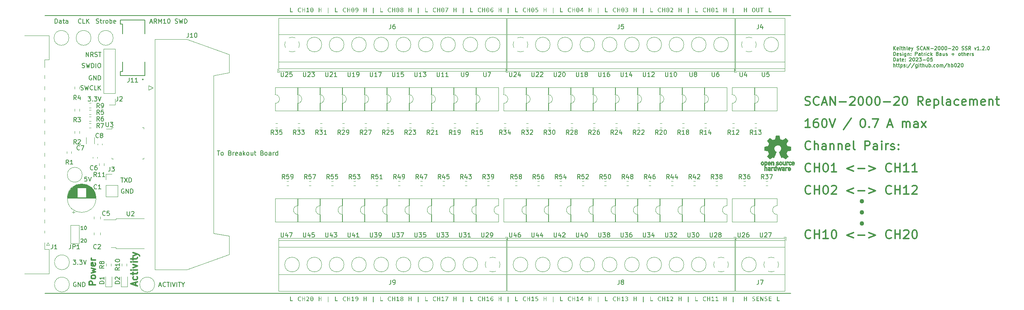
<source format=gbr>
%TF.GenerationSoftware,KiCad,Pcbnew,7.0.2-0*%
%TF.CreationDate,2023-06-04T18:07:02+02:00*%
%TF.ProjectId,main,6d61696e-2e6b-4696-9361-645f70636258,v.1.2.1*%
%TF.SameCoordinates,Original*%
%TF.FileFunction,Legend,Top*%
%TF.FilePolarity,Positive*%
%FSLAX46Y46*%
G04 Gerber Fmt 4.6, Leading zero omitted, Abs format (unit mm)*
G04 Created by KiCad (PCBNEW 7.0.2-0) date 2023-06-04 18:07:02*
%MOMM*%
%LPD*%
G01*
G04 APERTURE LIST*
%ADD10C,0.150000*%
%ADD11C,0.508000*%
%ADD12C,0.300000*%
%ADD13C,0.200000*%
%ADD14C,0.120000*%
%ADD15C,0.010000*%
G04 APERTURE END LIST*
D10*
X56070476Y-112444904D02*
X56546666Y-112444904D01*
X55975238Y-112730619D02*
X56308571Y-111730619D01*
X56308571Y-111730619D02*
X56641904Y-112730619D01*
X57546666Y-112635380D02*
X57499047Y-112683000D01*
X57499047Y-112683000D02*
X57356190Y-112730619D01*
X57356190Y-112730619D02*
X57260952Y-112730619D01*
X57260952Y-112730619D02*
X57118095Y-112683000D01*
X57118095Y-112683000D02*
X57022857Y-112587761D01*
X57022857Y-112587761D02*
X56975238Y-112492523D01*
X56975238Y-112492523D02*
X56927619Y-112302047D01*
X56927619Y-112302047D02*
X56927619Y-112159190D01*
X56927619Y-112159190D02*
X56975238Y-111968714D01*
X56975238Y-111968714D02*
X57022857Y-111873476D01*
X57022857Y-111873476D02*
X57118095Y-111778238D01*
X57118095Y-111778238D02*
X57260952Y-111730619D01*
X57260952Y-111730619D02*
X57356190Y-111730619D01*
X57356190Y-111730619D02*
X57499047Y-111778238D01*
X57499047Y-111778238D02*
X57546666Y-111825857D01*
X57832381Y-111730619D02*
X58403809Y-111730619D01*
X58118095Y-112730619D02*
X58118095Y-111730619D01*
X58737143Y-112730619D02*
X58737143Y-111730619D01*
X59070476Y-111730619D02*
X59403809Y-112730619D01*
X59403809Y-112730619D02*
X59737142Y-111730619D01*
X60070476Y-112730619D02*
X60070476Y-111730619D01*
X60403809Y-111730619D02*
X60975237Y-111730619D01*
X60689523Y-112730619D02*
X60689523Y-111730619D01*
X61499047Y-112254428D02*
X61499047Y-112730619D01*
X61165714Y-111730619D02*
X61499047Y-112254428D01*
X61499047Y-112254428D02*
X61832380Y-111730619D01*
D11*
X216509600Y-93218000D02*
G75*
G03*
X216509600Y-93218000I-254000J0D01*
G01*
X216509600Y-98298000D02*
G75*
G03*
X216509600Y-98298000I-254000J0D01*
G01*
X216509600Y-95758000D02*
G75*
G03*
X216509600Y-95758000I-254000J0D01*
G01*
D10*
X30000000Y-114300000D02*
X200000000Y-114300000D01*
X30000000Y-50800000D02*
X200000000Y-50800000D01*
X223456476Y-58624095D02*
X223456476Y-57824095D01*
X223913619Y-58624095D02*
X223570761Y-58166952D01*
X223913619Y-57824095D02*
X223456476Y-58281238D01*
X224561238Y-58586000D02*
X224485047Y-58624095D01*
X224485047Y-58624095D02*
X224332666Y-58624095D01*
X224332666Y-58624095D02*
X224256476Y-58586000D01*
X224256476Y-58586000D02*
X224218380Y-58509809D01*
X224218380Y-58509809D02*
X224218380Y-58205047D01*
X224218380Y-58205047D02*
X224256476Y-58128857D01*
X224256476Y-58128857D02*
X224332666Y-58090761D01*
X224332666Y-58090761D02*
X224485047Y-58090761D01*
X224485047Y-58090761D02*
X224561238Y-58128857D01*
X224561238Y-58128857D02*
X224599333Y-58205047D01*
X224599333Y-58205047D02*
X224599333Y-58281238D01*
X224599333Y-58281238D02*
X224218380Y-58357428D01*
X224942190Y-58624095D02*
X224942190Y-58090761D01*
X224942190Y-57824095D02*
X224904094Y-57862190D01*
X224904094Y-57862190D02*
X224942190Y-57900285D01*
X224942190Y-57900285D02*
X224980285Y-57862190D01*
X224980285Y-57862190D02*
X224942190Y-57824095D01*
X224942190Y-57824095D02*
X224942190Y-57900285D01*
X225208856Y-58090761D02*
X225513618Y-58090761D01*
X225323142Y-57824095D02*
X225323142Y-58509809D01*
X225323142Y-58509809D02*
X225361237Y-58586000D01*
X225361237Y-58586000D02*
X225437427Y-58624095D01*
X225437427Y-58624095D02*
X225513618Y-58624095D01*
X225780285Y-58624095D02*
X225780285Y-57824095D01*
X226123142Y-58624095D02*
X226123142Y-58205047D01*
X226123142Y-58205047D02*
X226085047Y-58128857D01*
X226085047Y-58128857D02*
X226008856Y-58090761D01*
X226008856Y-58090761D02*
X225894570Y-58090761D01*
X225894570Y-58090761D02*
X225818380Y-58128857D01*
X225818380Y-58128857D02*
X225780285Y-58166952D01*
X226618380Y-58624095D02*
X226542190Y-58586000D01*
X226542190Y-58586000D02*
X226504095Y-58509809D01*
X226504095Y-58509809D02*
X226504095Y-57824095D01*
X227227905Y-58586000D02*
X227151714Y-58624095D01*
X227151714Y-58624095D02*
X226999333Y-58624095D01*
X226999333Y-58624095D02*
X226923143Y-58586000D01*
X226923143Y-58586000D02*
X226885047Y-58509809D01*
X226885047Y-58509809D02*
X226885047Y-58205047D01*
X226885047Y-58205047D02*
X226923143Y-58128857D01*
X226923143Y-58128857D02*
X226999333Y-58090761D01*
X226999333Y-58090761D02*
X227151714Y-58090761D01*
X227151714Y-58090761D02*
X227227905Y-58128857D01*
X227227905Y-58128857D02*
X227266000Y-58205047D01*
X227266000Y-58205047D02*
X227266000Y-58281238D01*
X227266000Y-58281238D02*
X226885047Y-58357428D01*
X227532666Y-58090761D02*
X227723142Y-58624095D01*
X227913619Y-58090761D02*
X227723142Y-58624095D01*
X227723142Y-58624095D02*
X227646952Y-58814571D01*
X227646952Y-58814571D02*
X227608857Y-58852666D01*
X227608857Y-58852666D02*
X227532666Y-58890761D01*
X228789809Y-58586000D02*
X228904095Y-58624095D01*
X228904095Y-58624095D02*
X229094571Y-58624095D01*
X229094571Y-58624095D02*
X229170762Y-58586000D01*
X229170762Y-58586000D02*
X229208857Y-58547904D01*
X229208857Y-58547904D02*
X229246952Y-58471714D01*
X229246952Y-58471714D02*
X229246952Y-58395523D01*
X229246952Y-58395523D02*
X229208857Y-58319333D01*
X229208857Y-58319333D02*
X229170762Y-58281238D01*
X229170762Y-58281238D02*
X229094571Y-58243142D01*
X229094571Y-58243142D02*
X228942190Y-58205047D01*
X228942190Y-58205047D02*
X228866000Y-58166952D01*
X228866000Y-58166952D02*
X228827905Y-58128857D01*
X228827905Y-58128857D02*
X228789809Y-58052666D01*
X228789809Y-58052666D02*
X228789809Y-57976476D01*
X228789809Y-57976476D02*
X228827905Y-57900285D01*
X228827905Y-57900285D02*
X228866000Y-57862190D01*
X228866000Y-57862190D02*
X228942190Y-57824095D01*
X228942190Y-57824095D02*
X229132667Y-57824095D01*
X229132667Y-57824095D02*
X229246952Y-57862190D01*
X230046953Y-58547904D02*
X230008857Y-58586000D01*
X230008857Y-58586000D02*
X229894572Y-58624095D01*
X229894572Y-58624095D02*
X229818381Y-58624095D01*
X229818381Y-58624095D02*
X229704095Y-58586000D01*
X229704095Y-58586000D02*
X229627905Y-58509809D01*
X229627905Y-58509809D02*
X229589810Y-58433619D01*
X229589810Y-58433619D02*
X229551714Y-58281238D01*
X229551714Y-58281238D02*
X229551714Y-58166952D01*
X229551714Y-58166952D02*
X229589810Y-58014571D01*
X229589810Y-58014571D02*
X229627905Y-57938380D01*
X229627905Y-57938380D02*
X229704095Y-57862190D01*
X229704095Y-57862190D02*
X229818381Y-57824095D01*
X229818381Y-57824095D02*
X229894572Y-57824095D01*
X229894572Y-57824095D02*
X230008857Y-57862190D01*
X230008857Y-57862190D02*
X230046953Y-57900285D01*
X230351714Y-58395523D02*
X230732667Y-58395523D01*
X230275524Y-58624095D02*
X230542191Y-57824095D01*
X230542191Y-57824095D02*
X230808857Y-58624095D01*
X231075524Y-58624095D02*
X231075524Y-57824095D01*
X231075524Y-57824095D02*
X231532667Y-58624095D01*
X231532667Y-58624095D02*
X231532667Y-57824095D01*
X231913619Y-58319333D02*
X232523143Y-58319333D01*
X232865999Y-57900285D02*
X232904095Y-57862190D01*
X232904095Y-57862190D02*
X232980285Y-57824095D01*
X232980285Y-57824095D02*
X233170761Y-57824095D01*
X233170761Y-57824095D02*
X233246952Y-57862190D01*
X233246952Y-57862190D02*
X233285047Y-57900285D01*
X233285047Y-57900285D02*
X233323142Y-57976476D01*
X233323142Y-57976476D02*
X233323142Y-58052666D01*
X233323142Y-58052666D02*
X233285047Y-58166952D01*
X233285047Y-58166952D02*
X232827904Y-58624095D01*
X232827904Y-58624095D02*
X233323142Y-58624095D01*
X233818381Y-57824095D02*
X233894571Y-57824095D01*
X233894571Y-57824095D02*
X233970762Y-57862190D01*
X233970762Y-57862190D02*
X234008857Y-57900285D01*
X234008857Y-57900285D02*
X234046952Y-57976476D01*
X234046952Y-57976476D02*
X234085047Y-58128857D01*
X234085047Y-58128857D02*
X234085047Y-58319333D01*
X234085047Y-58319333D02*
X234046952Y-58471714D01*
X234046952Y-58471714D02*
X234008857Y-58547904D01*
X234008857Y-58547904D02*
X233970762Y-58586000D01*
X233970762Y-58586000D02*
X233894571Y-58624095D01*
X233894571Y-58624095D02*
X233818381Y-58624095D01*
X233818381Y-58624095D02*
X233742190Y-58586000D01*
X233742190Y-58586000D02*
X233704095Y-58547904D01*
X233704095Y-58547904D02*
X233666000Y-58471714D01*
X233666000Y-58471714D02*
X233627904Y-58319333D01*
X233627904Y-58319333D02*
X233627904Y-58128857D01*
X233627904Y-58128857D02*
X233666000Y-57976476D01*
X233666000Y-57976476D02*
X233704095Y-57900285D01*
X233704095Y-57900285D02*
X233742190Y-57862190D01*
X233742190Y-57862190D02*
X233818381Y-57824095D01*
X234580286Y-57824095D02*
X234656476Y-57824095D01*
X234656476Y-57824095D02*
X234732667Y-57862190D01*
X234732667Y-57862190D02*
X234770762Y-57900285D01*
X234770762Y-57900285D02*
X234808857Y-57976476D01*
X234808857Y-57976476D02*
X234846952Y-58128857D01*
X234846952Y-58128857D02*
X234846952Y-58319333D01*
X234846952Y-58319333D02*
X234808857Y-58471714D01*
X234808857Y-58471714D02*
X234770762Y-58547904D01*
X234770762Y-58547904D02*
X234732667Y-58586000D01*
X234732667Y-58586000D02*
X234656476Y-58624095D01*
X234656476Y-58624095D02*
X234580286Y-58624095D01*
X234580286Y-58624095D02*
X234504095Y-58586000D01*
X234504095Y-58586000D02*
X234466000Y-58547904D01*
X234466000Y-58547904D02*
X234427905Y-58471714D01*
X234427905Y-58471714D02*
X234389809Y-58319333D01*
X234389809Y-58319333D02*
X234389809Y-58128857D01*
X234389809Y-58128857D02*
X234427905Y-57976476D01*
X234427905Y-57976476D02*
X234466000Y-57900285D01*
X234466000Y-57900285D02*
X234504095Y-57862190D01*
X234504095Y-57862190D02*
X234580286Y-57824095D01*
X235342191Y-57824095D02*
X235418381Y-57824095D01*
X235418381Y-57824095D02*
X235494572Y-57862190D01*
X235494572Y-57862190D02*
X235532667Y-57900285D01*
X235532667Y-57900285D02*
X235570762Y-57976476D01*
X235570762Y-57976476D02*
X235608857Y-58128857D01*
X235608857Y-58128857D02*
X235608857Y-58319333D01*
X235608857Y-58319333D02*
X235570762Y-58471714D01*
X235570762Y-58471714D02*
X235532667Y-58547904D01*
X235532667Y-58547904D02*
X235494572Y-58586000D01*
X235494572Y-58586000D02*
X235418381Y-58624095D01*
X235418381Y-58624095D02*
X235342191Y-58624095D01*
X235342191Y-58624095D02*
X235266000Y-58586000D01*
X235266000Y-58586000D02*
X235227905Y-58547904D01*
X235227905Y-58547904D02*
X235189810Y-58471714D01*
X235189810Y-58471714D02*
X235151714Y-58319333D01*
X235151714Y-58319333D02*
X235151714Y-58128857D01*
X235151714Y-58128857D02*
X235189810Y-57976476D01*
X235189810Y-57976476D02*
X235227905Y-57900285D01*
X235227905Y-57900285D02*
X235266000Y-57862190D01*
X235266000Y-57862190D02*
X235342191Y-57824095D01*
X235951715Y-58319333D02*
X236561239Y-58319333D01*
X236904095Y-57900285D02*
X236942191Y-57862190D01*
X236942191Y-57862190D02*
X237018381Y-57824095D01*
X237018381Y-57824095D02*
X237208857Y-57824095D01*
X237208857Y-57824095D02*
X237285048Y-57862190D01*
X237285048Y-57862190D02*
X237323143Y-57900285D01*
X237323143Y-57900285D02*
X237361238Y-57976476D01*
X237361238Y-57976476D02*
X237361238Y-58052666D01*
X237361238Y-58052666D02*
X237323143Y-58166952D01*
X237323143Y-58166952D02*
X236866000Y-58624095D01*
X236866000Y-58624095D02*
X237361238Y-58624095D01*
X237856477Y-57824095D02*
X237932667Y-57824095D01*
X237932667Y-57824095D02*
X238008858Y-57862190D01*
X238008858Y-57862190D02*
X238046953Y-57900285D01*
X238046953Y-57900285D02*
X238085048Y-57976476D01*
X238085048Y-57976476D02*
X238123143Y-58128857D01*
X238123143Y-58128857D02*
X238123143Y-58319333D01*
X238123143Y-58319333D02*
X238085048Y-58471714D01*
X238085048Y-58471714D02*
X238046953Y-58547904D01*
X238046953Y-58547904D02*
X238008858Y-58586000D01*
X238008858Y-58586000D02*
X237932667Y-58624095D01*
X237932667Y-58624095D02*
X237856477Y-58624095D01*
X237856477Y-58624095D02*
X237780286Y-58586000D01*
X237780286Y-58586000D02*
X237742191Y-58547904D01*
X237742191Y-58547904D02*
X237704096Y-58471714D01*
X237704096Y-58471714D02*
X237666000Y-58319333D01*
X237666000Y-58319333D02*
X237666000Y-58128857D01*
X237666000Y-58128857D02*
X237704096Y-57976476D01*
X237704096Y-57976476D02*
X237742191Y-57900285D01*
X237742191Y-57900285D02*
X237780286Y-57862190D01*
X237780286Y-57862190D02*
X237856477Y-57824095D01*
X239037429Y-58586000D02*
X239151715Y-58624095D01*
X239151715Y-58624095D02*
X239342191Y-58624095D01*
X239342191Y-58624095D02*
X239418382Y-58586000D01*
X239418382Y-58586000D02*
X239456477Y-58547904D01*
X239456477Y-58547904D02*
X239494572Y-58471714D01*
X239494572Y-58471714D02*
X239494572Y-58395523D01*
X239494572Y-58395523D02*
X239456477Y-58319333D01*
X239456477Y-58319333D02*
X239418382Y-58281238D01*
X239418382Y-58281238D02*
X239342191Y-58243142D01*
X239342191Y-58243142D02*
X239189810Y-58205047D01*
X239189810Y-58205047D02*
X239113620Y-58166952D01*
X239113620Y-58166952D02*
X239075525Y-58128857D01*
X239075525Y-58128857D02*
X239037429Y-58052666D01*
X239037429Y-58052666D02*
X239037429Y-57976476D01*
X239037429Y-57976476D02*
X239075525Y-57900285D01*
X239075525Y-57900285D02*
X239113620Y-57862190D01*
X239113620Y-57862190D02*
X239189810Y-57824095D01*
X239189810Y-57824095D02*
X239380287Y-57824095D01*
X239380287Y-57824095D02*
X239494572Y-57862190D01*
X239799334Y-58586000D02*
X239913620Y-58624095D01*
X239913620Y-58624095D02*
X240104096Y-58624095D01*
X240104096Y-58624095D02*
X240180287Y-58586000D01*
X240180287Y-58586000D02*
X240218382Y-58547904D01*
X240218382Y-58547904D02*
X240256477Y-58471714D01*
X240256477Y-58471714D02*
X240256477Y-58395523D01*
X240256477Y-58395523D02*
X240218382Y-58319333D01*
X240218382Y-58319333D02*
X240180287Y-58281238D01*
X240180287Y-58281238D02*
X240104096Y-58243142D01*
X240104096Y-58243142D02*
X239951715Y-58205047D01*
X239951715Y-58205047D02*
X239875525Y-58166952D01*
X239875525Y-58166952D02*
X239837430Y-58128857D01*
X239837430Y-58128857D02*
X239799334Y-58052666D01*
X239799334Y-58052666D02*
X239799334Y-57976476D01*
X239799334Y-57976476D02*
X239837430Y-57900285D01*
X239837430Y-57900285D02*
X239875525Y-57862190D01*
X239875525Y-57862190D02*
X239951715Y-57824095D01*
X239951715Y-57824095D02*
X240142192Y-57824095D01*
X240142192Y-57824095D02*
X240256477Y-57862190D01*
X241056478Y-58624095D02*
X240789811Y-58243142D01*
X240599335Y-58624095D02*
X240599335Y-57824095D01*
X240599335Y-57824095D02*
X240904097Y-57824095D01*
X240904097Y-57824095D02*
X240980287Y-57862190D01*
X240980287Y-57862190D02*
X241018382Y-57900285D01*
X241018382Y-57900285D02*
X241056478Y-57976476D01*
X241056478Y-57976476D02*
X241056478Y-58090761D01*
X241056478Y-58090761D02*
X241018382Y-58166952D01*
X241018382Y-58166952D02*
X240980287Y-58205047D01*
X240980287Y-58205047D02*
X240904097Y-58243142D01*
X240904097Y-58243142D02*
X240599335Y-58243142D01*
X241932668Y-58090761D02*
X242123144Y-58624095D01*
X242123144Y-58624095D02*
X242313621Y-58090761D01*
X243037430Y-58624095D02*
X242580287Y-58624095D01*
X242808859Y-58624095D02*
X242808859Y-57824095D01*
X242808859Y-57824095D02*
X242732668Y-57938380D01*
X242732668Y-57938380D02*
X242656478Y-58014571D01*
X242656478Y-58014571D02*
X242580287Y-58052666D01*
X243380288Y-58547904D02*
X243418383Y-58586000D01*
X243418383Y-58586000D02*
X243380288Y-58624095D01*
X243380288Y-58624095D02*
X243342192Y-58586000D01*
X243342192Y-58586000D02*
X243380288Y-58547904D01*
X243380288Y-58547904D02*
X243380288Y-58624095D01*
X243723144Y-57900285D02*
X243761240Y-57862190D01*
X243761240Y-57862190D02*
X243837430Y-57824095D01*
X243837430Y-57824095D02*
X244027906Y-57824095D01*
X244027906Y-57824095D02*
X244104097Y-57862190D01*
X244104097Y-57862190D02*
X244142192Y-57900285D01*
X244142192Y-57900285D02*
X244180287Y-57976476D01*
X244180287Y-57976476D02*
X244180287Y-58052666D01*
X244180287Y-58052666D02*
X244142192Y-58166952D01*
X244142192Y-58166952D02*
X243685049Y-58624095D01*
X243685049Y-58624095D02*
X244180287Y-58624095D01*
X244523145Y-58547904D02*
X244561240Y-58586000D01*
X244561240Y-58586000D02*
X244523145Y-58624095D01*
X244523145Y-58624095D02*
X244485049Y-58586000D01*
X244485049Y-58586000D02*
X244523145Y-58547904D01*
X244523145Y-58547904D02*
X244523145Y-58624095D01*
X245056478Y-57824095D02*
X245132668Y-57824095D01*
X245132668Y-57824095D02*
X245208859Y-57862190D01*
X245208859Y-57862190D02*
X245246954Y-57900285D01*
X245246954Y-57900285D02*
X245285049Y-57976476D01*
X245285049Y-57976476D02*
X245323144Y-58128857D01*
X245323144Y-58128857D02*
X245323144Y-58319333D01*
X245323144Y-58319333D02*
X245285049Y-58471714D01*
X245285049Y-58471714D02*
X245246954Y-58547904D01*
X245246954Y-58547904D02*
X245208859Y-58586000D01*
X245208859Y-58586000D02*
X245132668Y-58624095D01*
X245132668Y-58624095D02*
X245056478Y-58624095D01*
X245056478Y-58624095D02*
X244980287Y-58586000D01*
X244980287Y-58586000D02*
X244942192Y-58547904D01*
X244942192Y-58547904D02*
X244904097Y-58471714D01*
X244904097Y-58471714D02*
X244866001Y-58319333D01*
X244866001Y-58319333D02*
X244866001Y-58128857D01*
X244866001Y-58128857D02*
X244904097Y-57976476D01*
X244904097Y-57976476D02*
X244942192Y-57900285D01*
X244942192Y-57900285D02*
X244980287Y-57862190D01*
X244980287Y-57862190D02*
X245056478Y-57824095D01*
X223456476Y-59920095D02*
X223456476Y-59120095D01*
X223456476Y-59120095D02*
X223646952Y-59120095D01*
X223646952Y-59120095D02*
X223761238Y-59158190D01*
X223761238Y-59158190D02*
X223837428Y-59234380D01*
X223837428Y-59234380D02*
X223875523Y-59310571D01*
X223875523Y-59310571D02*
X223913619Y-59462952D01*
X223913619Y-59462952D02*
X223913619Y-59577238D01*
X223913619Y-59577238D02*
X223875523Y-59729619D01*
X223875523Y-59729619D02*
X223837428Y-59805809D01*
X223837428Y-59805809D02*
X223761238Y-59882000D01*
X223761238Y-59882000D02*
X223646952Y-59920095D01*
X223646952Y-59920095D02*
X223456476Y-59920095D01*
X224561238Y-59882000D02*
X224485047Y-59920095D01*
X224485047Y-59920095D02*
X224332666Y-59920095D01*
X224332666Y-59920095D02*
X224256476Y-59882000D01*
X224256476Y-59882000D02*
X224218380Y-59805809D01*
X224218380Y-59805809D02*
X224218380Y-59501047D01*
X224218380Y-59501047D02*
X224256476Y-59424857D01*
X224256476Y-59424857D02*
X224332666Y-59386761D01*
X224332666Y-59386761D02*
X224485047Y-59386761D01*
X224485047Y-59386761D02*
X224561238Y-59424857D01*
X224561238Y-59424857D02*
X224599333Y-59501047D01*
X224599333Y-59501047D02*
X224599333Y-59577238D01*
X224599333Y-59577238D02*
X224218380Y-59653428D01*
X224904094Y-59882000D02*
X224980285Y-59920095D01*
X224980285Y-59920095D02*
X225132666Y-59920095D01*
X225132666Y-59920095D02*
X225208856Y-59882000D01*
X225208856Y-59882000D02*
X225246952Y-59805809D01*
X225246952Y-59805809D02*
X225246952Y-59767714D01*
X225246952Y-59767714D02*
X225208856Y-59691523D01*
X225208856Y-59691523D02*
X225132666Y-59653428D01*
X225132666Y-59653428D02*
X225018380Y-59653428D01*
X225018380Y-59653428D02*
X224942190Y-59615333D01*
X224942190Y-59615333D02*
X224904094Y-59539142D01*
X224904094Y-59539142D02*
X224904094Y-59501047D01*
X224904094Y-59501047D02*
X224942190Y-59424857D01*
X224942190Y-59424857D02*
X225018380Y-59386761D01*
X225018380Y-59386761D02*
X225132666Y-59386761D01*
X225132666Y-59386761D02*
X225208856Y-59424857D01*
X225589809Y-59920095D02*
X225589809Y-59386761D01*
X225589809Y-59120095D02*
X225551713Y-59158190D01*
X225551713Y-59158190D02*
X225589809Y-59196285D01*
X225589809Y-59196285D02*
X225627904Y-59158190D01*
X225627904Y-59158190D02*
X225589809Y-59120095D01*
X225589809Y-59120095D02*
X225589809Y-59196285D01*
X226313618Y-59386761D02*
X226313618Y-60034380D01*
X226313618Y-60034380D02*
X226275523Y-60110571D01*
X226275523Y-60110571D02*
X226237427Y-60148666D01*
X226237427Y-60148666D02*
X226161237Y-60186761D01*
X226161237Y-60186761D02*
X226046951Y-60186761D01*
X226046951Y-60186761D02*
X225970761Y-60148666D01*
X226313618Y-59882000D02*
X226237427Y-59920095D01*
X226237427Y-59920095D02*
X226085046Y-59920095D01*
X226085046Y-59920095D02*
X226008856Y-59882000D01*
X226008856Y-59882000D02*
X225970761Y-59843904D01*
X225970761Y-59843904D02*
X225932665Y-59767714D01*
X225932665Y-59767714D02*
X225932665Y-59539142D01*
X225932665Y-59539142D02*
X225970761Y-59462952D01*
X225970761Y-59462952D02*
X226008856Y-59424857D01*
X226008856Y-59424857D02*
X226085046Y-59386761D01*
X226085046Y-59386761D02*
X226237427Y-59386761D01*
X226237427Y-59386761D02*
X226313618Y-59424857D01*
X226694571Y-59386761D02*
X226694571Y-59920095D01*
X226694571Y-59462952D02*
X226732666Y-59424857D01*
X226732666Y-59424857D02*
X226808856Y-59386761D01*
X226808856Y-59386761D02*
X226923142Y-59386761D01*
X226923142Y-59386761D02*
X226999333Y-59424857D01*
X226999333Y-59424857D02*
X227037428Y-59501047D01*
X227037428Y-59501047D02*
X227037428Y-59920095D01*
X227418381Y-59843904D02*
X227456476Y-59882000D01*
X227456476Y-59882000D02*
X227418381Y-59920095D01*
X227418381Y-59920095D02*
X227380285Y-59882000D01*
X227380285Y-59882000D02*
X227418381Y-59843904D01*
X227418381Y-59843904D02*
X227418381Y-59920095D01*
X227418381Y-59424857D02*
X227456476Y-59462952D01*
X227456476Y-59462952D02*
X227418381Y-59501047D01*
X227418381Y-59501047D02*
X227380285Y-59462952D01*
X227380285Y-59462952D02*
X227418381Y-59424857D01*
X227418381Y-59424857D02*
X227418381Y-59501047D01*
X228408857Y-59920095D02*
X228408857Y-59120095D01*
X228408857Y-59120095D02*
X228713619Y-59120095D01*
X228713619Y-59120095D02*
X228789809Y-59158190D01*
X228789809Y-59158190D02*
X228827904Y-59196285D01*
X228827904Y-59196285D02*
X228866000Y-59272476D01*
X228866000Y-59272476D02*
X228866000Y-59386761D01*
X228866000Y-59386761D02*
X228827904Y-59462952D01*
X228827904Y-59462952D02*
X228789809Y-59501047D01*
X228789809Y-59501047D02*
X228713619Y-59539142D01*
X228713619Y-59539142D02*
X228408857Y-59539142D01*
X229551714Y-59920095D02*
X229551714Y-59501047D01*
X229551714Y-59501047D02*
X229513619Y-59424857D01*
X229513619Y-59424857D02*
X229437428Y-59386761D01*
X229437428Y-59386761D02*
X229285047Y-59386761D01*
X229285047Y-59386761D02*
X229208857Y-59424857D01*
X229551714Y-59882000D02*
X229475523Y-59920095D01*
X229475523Y-59920095D02*
X229285047Y-59920095D01*
X229285047Y-59920095D02*
X229208857Y-59882000D01*
X229208857Y-59882000D02*
X229170761Y-59805809D01*
X229170761Y-59805809D02*
X229170761Y-59729619D01*
X229170761Y-59729619D02*
X229208857Y-59653428D01*
X229208857Y-59653428D02*
X229285047Y-59615333D01*
X229285047Y-59615333D02*
X229475523Y-59615333D01*
X229475523Y-59615333D02*
X229551714Y-59577238D01*
X229818381Y-59386761D02*
X230123143Y-59386761D01*
X229932667Y-59120095D02*
X229932667Y-59805809D01*
X229932667Y-59805809D02*
X229970762Y-59882000D01*
X229970762Y-59882000D02*
X230046952Y-59920095D01*
X230046952Y-59920095D02*
X230123143Y-59920095D01*
X230389810Y-59920095D02*
X230389810Y-59386761D01*
X230389810Y-59539142D02*
X230427905Y-59462952D01*
X230427905Y-59462952D02*
X230466000Y-59424857D01*
X230466000Y-59424857D02*
X230542191Y-59386761D01*
X230542191Y-59386761D02*
X230618381Y-59386761D01*
X230885048Y-59920095D02*
X230885048Y-59386761D01*
X230885048Y-59120095D02*
X230846952Y-59158190D01*
X230846952Y-59158190D02*
X230885048Y-59196285D01*
X230885048Y-59196285D02*
X230923143Y-59158190D01*
X230923143Y-59158190D02*
X230885048Y-59120095D01*
X230885048Y-59120095D02*
X230885048Y-59196285D01*
X231608857Y-59882000D02*
X231532666Y-59920095D01*
X231532666Y-59920095D02*
X231380285Y-59920095D01*
X231380285Y-59920095D02*
X231304095Y-59882000D01*
X231304095Y-59882000D02*
X231266000Y-59843904D01*
X231266000Y-59843904D02*
X231227904Y-59767714D01*
X231227904Y-59767714D02*
X231227904Y-59539142D01*
X231227904Y-59539142D02*
X231266000Y-59462952D01*
X231266000Y-59462952D02*
X231304095Y-59424857D01*
X231304095Y-59424857D02*
X231380285Y-59386761D01*
X231380285Y-59386761D02*
X231532666Y-59386761D01*
X231532666Y-59386761D02*
X231608857Y-59424857D01*
X231951714Y-59920095D02*
X231951714Y-59120095D01*
X232027904Y-59615333D02*
X232256476Y-59920095D01*
X232256476Y-59386761D02*
X231951714Y-59691523D01*
X233475523Y-59501047D02*
X233589809Y-59539142D01*
X233589809Y-59539142D02*
X233627904Y-59577238D01*
X233627904Y-59577238D02*
X233666000Y-59653428D01*
X233666000Y-59653428D02*
X233666000Y-59767714D01*
X233666000Y-59767714D02*
X233627904Y-59843904D01*
X233627904Y-59843904D02*
X233589809Y-59882000D01*
X233589809Y-59882000D02*
X233513619Y-59920095D01*
X233513619Y-59920095D02*
X233208857Y-59920095D01*
X233208857Y-59920095D02*
X233208857Y-59120095D01*
X233208857Y-59120095D02*
X233475523Y-59120095D01*
X233475523Y-59120095D02*
X233551714Y-59158190D01*
X233551714Y-59158190D02*
X233589809Y-59196285D01*
X233589809Y-59196285D02*
X233627904Y-59272476D01*
X233627904Y-59272476D02*
X233627904Y-59348666D01*
X233627904Y-59348666D02*
X233589809Y-59424857D01*
X233589809Y-59424857D02*
X233551714Y-59462952D01*
X233551714Y-59462952D02*
X233475523Y-59501047D01*
X233475523Y-59501047D02*
X233208857Y-59501047D01*
X234351714Y-59920095D02*
X234351714Y-59501047D01*
X234351714Y-59501047D02*
X234313619Y-59424857D01*
X234313619Y-59424857D02*
X234237428Y-59386761D01*
X234237428Y-59386761D02*
X234085047Y-59386761D01*
X234085047Y-59386761D02*
X234008857Y-59424857D01*
X234351714Y-59882000D02*
X234275523Y-59920095D01*
X234275523Y-59920095D02*
X234085047Y-59920095D01*
X234085047Y-59920095D02*
X234008857Y-59882000D01*
X234008857Y-59882000D02*
X233970761Y-59805809D01*
X233970761Y-59805809D02*
X233970761Y-59729619D01*
X233970761Y-59729619D02*
X234008857Y-59653428D01*
X234008857Y-59653428D02*
X234085047Y-59615333D01*
X234085047Y-59615333D02*
X234275523Y-59615333D01*
X234275523Y-59615333D02*
X234351714Y-59577238D01*
X235075524Y-59386761D02*
X235075524Y-59920095D01*
X234732667Y-59386761D02*
X234732667Y-59805809D01*
X234732667Y-59805809D02*
X234770762Y-59882000D01*
X234770762Y-59882000D02*
X234846952Y-59920095D01*
X234846952Y-59920095D02*
X234961238Y-59920095D01*
X234961238Y-59920095D02*
X235037429Y-59882000D01*
X235037429Y-59882000D02*
X235075524Y-59843904D01*
X235418381Y-59882000D02*
X235494572Y-59920095D01*
X235494572Y-59920095D02*
X235646953Y-59920095D01*
X235646953Y-59920095D02*
X235723143Y-59882000D01*
X235723143Y-59882000D02*
X235761239Y-59805809D01*
X235761239Y-59805809D02*
X235761239Y-59767714D01*
X235761239Y-59767714D02*
X235723143Y-59691523D01*
X235723143Y-59691523D02*
X235646953Y-59653428D01*
X235646953Y-59653428D02*
X235532667Y-59653428D01*
X235532667Y-59653428D02*
X235456477Y-59615333D01*
X235456477Y-59615333D02*
X235418381Y-59539142D01*
X235418381Y-59539142D02*
X235418381Y-59501047D01*
X235418381Y-59501047D02*
X235456477Y-59424857D01*
X235456477Y-59424857D02*
X235532667Y-59386761D01*
X235532667Y-59386761D02*
X235646953Y-59386761D01*
X235646953Y-59386761D02*
X235723143Y-59424857D01*
X236713620Y-59615333D02*
X237323144Y-59615333D01*
X237018382Y-59920095D02*
X237018382Y-59310571D01*
X238427905Y-59920095D02*
X238351715Y-59882000D01*
X238351715Y-59882000D02*
X238313620Y-59843904D01*
X238313620Y-59843904D02*
X238275524Y-59767714D01*
X238275524Y-59767714D02*
X238275524Y-59539142D01*
X238275524Y-59539142D02*
X238313620Y-59462952D01*
X238313620Y-59462952D02*
X238351715Y-59424857D01*
X238351715Y-59424857D02*
X238427905Y-59386761D01*
X238427905Y-59386761D02*
X238542191Y-59386761D01*
X238542191Y-59386761D02*
X238618382Y-59424857D01*
X238618382Y-59424857D02*
X238656477Y-59462952D01*
X238656477Y-59462952D02*
X238694572Y-59539142D01*
X238694572Y-59539142D02*
X238694572Y-59767714D01*
X238694572Y-59767714D02*
X238656477Y-59843904D01*
X238656477Y-59843904D02*
X238618382Y-59882000D01*
X238618382Y-59882000D02*
X238542191Y-59920095D01*
X238542191Y-59920095D02*
X238427905Y-59920095D01*
X238923144Y-59386761D02*
X239227906Y-59386761D01*
X239037430Y-59120095D02*
X239037430Y-59805809D01*
X239037430Y-59805809D02*
X239075525Y-59882000D01*
X239075525Y-59882000D02*
X239151715Y-59920095D01*
X239151715Y-59920095D02*
X239227906Y-59920095D01*
X239494573Y-59920095D02*
X239494573Y-59120095D01*
X239837430Y-59920095D02*
X239837430Y-59501047D01*
X239837430Y-59501047D02*
X239799335Y-59424857D01*
X239799335Y-59424857D02*
X239723144Y-59386761D01*
X239723144Y-59386761D02*
X239608858Y-59386761D01*
X239608858Y-59386761D02*
X239532668Y-59424857D01*
X239532668Y-59424857D02*
X239494573Y-59462952D01*
X240523145Y-59882000D02*
X240446954Y-59920095D01*
X240446954Y-59920095D02*
X240294573Y-59920095D01*
X240294573Y-59920095D02*
X240218383Y-59882000D01*
X240218383Y-59882000D02*
X240180287Y-59805809D01*
X240180287Y-59805809D02*
X240180287Y-59501047D01*
X240180287Y-59501047D02*
X240218383Y-59424857D01*
X240218383Y-59424857D02*
X240294573Y-59386761D01*
X240294573Y-59386761D02*
X240446954Y-59386761D01*
X240446954Y-59386761D02*
X240523145Y-59424857D01*
X240523145Y-59424857D02*
X240561240Y-59501047D01*
X240561240Y-59501047D02*
X240561240Y-59577238D01*
X240561240Y-59577238D02*
X240180287Y-59653428D01*
X240904097Y-59920095D02*
X240904097Y-59386761D01*
X240904097Y-59539142D02*
X240942192Y-59462952D01*
X240942192Y-59462952D02*
X240980287Y-59424857D01*
X240980287Y-59424857D02*
X241056478Y-59386761D01*
X241056478Y-59386761D02*
X241132668Y-59386761D01*
X241361239Y-59882000D02*
X241437430Y-59920095D01*
X241437430Y-59920095D02*
X241589811Y-59920095D01*
X241589811Y-59920095D02*
X241666001Y-59882000D01*
X241666001Y-59882000D02*
X241704097Y-59805809D01*
X241704097Y-59805809D02*
X241704097Y-59767714D01*
X241704097Y-59767714D02*
X241666001Y-59691523D01*
X241666001Y-59691523D02*
X241589811Y-59653428D01*
X241589811Y-59653428D02*
X241475525Y-59653428D01*
X241475525Y-59653428D02*
X241399335Y-59615333D01*
X241399335Y-59615333D02*
X241361239Y-59539142D01*
X241361239Y-59539142D02*
X241361239Y-59501047D01*
X241361239Y-59501047D02*
X241399335Y-59424857D01*
X241399335Y-59424857D02*
X241475525Y-59386761D01*
X241475525Y-59386761D02*
X241589811Y-59386761D01*
X241589811Y-59386761D02*
X241666001Y-59424857D01*
X223456476Y-61216095D02*
X223456476Y-60416095D01*
X223456476Y-60416095D02*
X223646952Y-60416095D01*
X223646952Y-60416095D02*
X223761238Y-60454190D01*
X223761238Y-60454190D02*
X223837428Y-60530380D01*
X223837428Y-60530380D02*
X223875523Y-60606571D01*
X223875523Y-60606571D02*
X223913619Y-60758952D01*
X223913619Y-60758952D02*
X223913619Y-60873238D01*
X223913619Y-60873238D02*
X223875523Y-61025619D01*
X223875523Y-61025619D02*
X223837428Y-61101809D01*
X223837428Y-61101809D02*
X223761238Y-61178000D01*
X223761238Y-61178000D02*
X223646952Y-61216095D01*
X223646952Y-61216095D02*
X223456476Y-61216095D01*
X224599333Y-61216095D02*
X224599333Y-60797047D01*
X224599333Y-60797047D02*
X224561238Y-60720857D01*
X224561238Y-60720857D02*
X224485047Y-60682761D01*
X224485047Y-60682761D02*
X224332666Y-60682761D01*
X224332666Y-60682761D02*
X224256476Y-60720857D01*
X224599333Y-61178000D02*
X224523142Y-61216095D01*
X224523142Y-61216095D02*
X224332666Y-61216095D01*
X224332666Y-61216095D02*
X224256476Y-61178000D01*
X224256476Y-61178000D02*
X224218380Y-61101809D01*
X224218380Y-61101809D02*
X224218380Y-61025619D01*
X224218380Y-61025619D02*
X224256476Y-60949428D01*
X224256476Y-60949428D02*
X224332666Y-60911333D01*
X224332666Y-60911333D02*
X224523142Y-60911333D01*
X224523142Y-60911333D02*
X224599333Y-60873238D01*
X224866000Y-60682761D02*
X225170762Y-60682761D01*
X224980286Y-60416095D02*
X224980286Y-61101809D01*
X224980286Y-61101809D02*
X225018381Y-61178000D01*
X225018381Y-61178000D02*
X225094571Y-61216095D01*
X225094571Y-61216095D02*
X225170762Y-61216095D01*
X225742191Y-61178000D02*
X225666000Y-61216095D01*
X225666000Y-61216095D02*
X225513619Y-61216095D01*
X225513619Y-61216095D02*
X225437429Y-61178000D01*
X225437429Y-61178000D02*
X225399333Y-61101809D01*
X225399333Y-61101809D02*
X225399333Y-60797047D01*
X225399333Y-60797047D02*
X225437429Y-60720857D01*
X225437429Y-60720857D02*
X225513619Y-60682761D01*
X225513619Y-60682761D02*
X225666000Y-60682761D01*
X225666000Y-60682761D02*
X225742191Y-60720857D01*
X225742191Y-60720857D02*
X225780286Y-60797047D01*
X225780286Y-60797047D02*
X225780286Y-60873238D01*
X225780286Y-60873238D02*
X225399333Y-60949428D01*
X226123143Y-61139904D02*
X226161238Y-61178000D01*
X226161238Y-61178000D02*
X226123143Y-61216095D01*
X226123143Y-61216095D02*
X226085047Y-61178000D01*
X226085047Y-61178000D02*
X226123143Y-61139904D01*
X226123143Y-61139904D02*
X226123143Y-61216095D01*
X226123143Y-60720857D02*
X226161238Y-60758952D01*
X226161238Y-60758952D02*
X226123143Y-60797047D01*
X226123143Y-60797047D02*
X226085047Y-60758952D01*
X226085047Y-60758952D02*
X226123143Y-60720857D01*
X226123143Y-60720857D02*
X226123143Y-60797047D01*
X227075523Y-60492285D02*
X227113619Y-60454190D01*
X227113619Y-60454190D02*
X227189809Y-60416095D01*
X227189809Y-60416095D02*
X227380285Y-60416095D01*
X227380285Y-60416095D02*
X227456476Y-60454190D01*
X227456476Y-60454190D02*
X227494571Y-60492285D01*
X227494571Y-60492285D02*
X227532666Y-60568476D01*
X227532666Y-60568476D02*
X227532666Y-60644666D01*
X227532666Y-60644666D02*
X227494571Y-60758952D01*
X227494571Y-60758952D02*
X227037428Y-61216095D01*
X227037428Y-61216095D02*
X227532666Y-61216095D01*
X228027905Y-60416095D02*
X228104095Y-60416095D01*
X228104095Y-60416095D02*
X228180286Y-60454190D01*
X228180286Y-60454190D02*
X228218381Y-60492285D01*
X228218381Y-60492285D02*
X228256476Y-60568476D01*
X228256476Y-60568476D02*
X228294571Y-60720857D01*
X228294571Y-60720857D02*
X228294571Y-60911333D01*
X228294571Y-60911333D02*
X228256476Y-61063714D01*
X228256476Y-61063714D02*
X228218381Y-61139904D01*
X228218381Y-61139904D02*
X228180286Y-61178000D01*
X228180286Y-61178000D02*
X228104095Y-61216095D01*
X228104095Y-61216095D02*
X228027905Y-61216095D01*
X228027905Y-61216095D02*
X227951714Y-61178000D01*
X227951714Y-61178000D02*
X227913619Y-61139904D01*
X227913619Y-61139904D02*
X227875524Y-61063714D01*
X227875524Y-61063714D02*
X227837428Y-60911333D01*
X227837428Y-60911333D02*
X227837428Y-60720857D01*
X227837428Y-60720857D02*
X227875524Y-60568476D01*
X227875524Y-60568476D02*
X227913619Y-60492285D01*
X227913619Y-60492285D02*
X227951714Y-60454190D01*
X227951714Y-60454190D02*
X228027905Y-60416095D01*
X228599333Y-60492285D02*
X228637429Y-60454190D01*
X228637429Y-60454190D02*
X228713619Y-60416095D01*
X228713619Y-60416095D02*
X228904095Y-60416095D01*
X228904095Y-60416095D02*
X228980286Y-60454190D01*
X228980286Y-60454190D02*
X229018381Y-60492285D01*
X229018381Y-60492285D02*
X229056476Y-60568476D01*
X229056476Y-60568476D02*
X229056476Y-60644666D01*
X229056476Y-60644666D02*
X229018381Y-60758952D01*
X229018381Y-60758952D02*
X228561238Y-61216095D01*
X228561238Y-61216095D02*
X229056476Y-61216095D01*
X229323143Y-60416095D02*
X229818381Y-60416095D01*
X229818381Y-60416095D02*
X229551715Y-60720857D01*
X229551715Y-60720857D02*
X229666000Y-60720857D01*
X229666000Y-60720857D02*
X229742191Y-60758952D01*
X229742191Y-60758952D02*
X229780286Y-60797047D01*
X229780286Y-60797047D02*
X229818381Y-60873238D01*
X229818381Y-60873238D02*
X229818381Y-61063714D01*
X229818381Y-61063714D02*
X229780286Y-61139904D01*
X229780286Y-61139904D02*
X229742191Y-61178000D01*
X229742191Y-61178000D02*
X229666000Y-61216095D01*
X229666000Y-61216095D02*
X229437429Y-61216095D01*
X229437429Y-61216095D02*
X229361238Y-61178000D01*
X229361238Y-61178000D02*
X229323143Y-61139904D01*
X230161239Y-60911333D02*
X230770763Y-60911333D01*
X231304096Y-60416095D02*
X231380286Y-60416095D01*
X231380286Y-60416095D02*
X231456477Y-60454190D01*
X231456477Y-60454190D02*
X231494572Y-60492285D01*
X231494572Y-60492285D02*
X231532667Y-60568476D01*
X231532667Y-60568476D02*
X231570762Y-60720857D01*
X231570762Y-60720857D02*
X231570762Y-60911333D01*
X231570762Y-60911333D02*
X231532667Y-61063714D01*
X231532667Y-61063714D02*
X231494572Y-61139904D01*
X231494572Y-61139904D02*
X231456477Y-61178000D01*
X231456477Y-61178000D02*
X231380286Y-61216095D01*
X231380286Y-61216095D02*
X231304096Y-61216095D01*
X231304096Y-61216095D02*
X231227905Y-61178000D01*
X231227905Y-61178000D02*
X231189810Y-61139904D01*
X231189810Y-61139904D02*
X231151715Y-61063714D01*
X231151715Y-61063714D02*
X231113619Y-60911333D01*
X231113619Y-60911333D02*
X231113619Y-60720857D01*
X231113619Y-60720857D02*
X231151715Y-60568476D01*
X231151715Y-60568476D02*
X231189810Y-60492285D01*
X231189810Y-60492285D02*
X231227905Y-60454190D01*
X231227905Y-60454190D02*
X231304096Y-60416095D01*
X232294572Y-60416095D02*
X231913620Y-60416095D01*
X231913620Y-60416095D02*
X231875524Y-60797047D01*
X231875524Y-60797047D02*
X231913620Y-60758952D01*
X231913620Y-60758952D02*
X231989810Y-60720857D01*
X231989810Y-60720857D02*
X232180286Y-60720857D01*
X232180286Y-60720857D02*
X232256477Y-60758952D01*
X232256477Y-60758952D02*
X232294572Y-60797047D01*
X232294572Y-60797047D02*
X232332667Y-60873238D01*
X232332667Y-60873238D02*
X232332667Y-61063714D01*
X232332667Y-61063714D02*
X232294572Y-61139904D01*
X232294572Y-61139904D02*
X232256477Y-61178000D01*
X232256477Y-61178000D02*
X232180286Y-61216095D01*
X232180286Y-61216095D02*
X231989810Y-61216095D01*
X231989810Y-61216095D02*
X231913620Y-61178000D01*
X231913620Y-61178000D02*
X231875524Y-61139904D01*
X223456476Y-62512095D02*
X223456476Y-61712095D01*
X223799333Y-62512095D02*
X223799333Y-62093047D01*
X223799333Y-62093047D02*
X223761238Y-62016857D01*
X223761238Y-62016857D02*
X223685047Y-61978761D01*
X223685047Y-61978761D02*
X223570761Y-61978761D01*
X223570761Y-61978761D02*
X223494571Y-62016857D01*
X223494571Y-62016857D02*
X223456476Y-62054952D01*
X224066000Y-61978761D02*
X224370762Y-61978761D01*
X224180286Y-61712095D02*
X224180286Y-62397809D01*
X224180286Y-62397809D02*
X224218381Y-62474000D01*
X224218381Y-62474000D02*
X224294571Y-62512095D01*
X224294571Y-62512095D02*
X224370762Y-62512095D01*
X224523143Y-61978761D02*
X224827905Y-61978761D01*
X224637429Y-61712095D02*
X224637429Y-62397809D01*
X224637429Y-62397809D02*
X224675524Y-62474000D01*
X224675524Y-62474000D02*
X224751714Y-62512095D01*
X224751714Y-62512095D02*
X224827905Y-62512095D01*
X225094572Y-61978761D02*
X225094572Y-62778761D01*
X225094572Y-62016857D02*
X225170762Y-61978761D01*
X225170762Y-61978761D02*
X225323143Y-61978761D01*
X225323143Y-61978761D02*
X225399334Y-62016857D01*
X225399334Y-62016857D02*
X225437429Y-62054952D01*
X225437429Y-62054952D02*
X225475524Y-62131142D01*
X225475524Y-62131142D02*
X225475524Y-62359714D01*
X225475524Y-62359714D02*
X225437429Y-62435904D01*
X225437429Y-62435904D02*
X225399334Y-62474000D01*
X225399334Y-62474000D02*
X225323143Y-62512095D01*
X225323143Y-62512095D02*
X225170762Y-62512095D01*
X225170762Y-62512095D02*
X225094572Y-62474000D01*
X225780286Y-62474000D02*
X225856477Y-62512095D01*
X225856477Y-62512095D02*
X226008858Y-62512095D01*
X226008858Y-62512095D02*
X226085048Y-62474000D01*
X226085048Y-62474000D02*
X226123144Y-62397809D01*
X226123144Y-62397809D02*
X226123144Y-62359714D01*
X226123144Y-62359714D02*
X226085048Y-62283523D01*
X226085048Y-62283523D02*
X226008858Y-62245428D01*
X226008858Y-62245428D02*
X225894572Y-62245428D01*
X225894572Y-62245428D02*
X225818382Y-62207333D01*
X225818382Y-62207333D02*
X225780286Y-62131142D01*
X225780286Y-62131142D02*
X225780286Y-62093047D01*
X225780286Y-62093047D02*
X225818382Y-62016857D01*
X225818382Y-62016857D02*
X225894572Y-61978761D01*
X225894572Y-61978761D02*
X226008858Y-61978761D01*
X226008858Y-61978761D02*
X226085048Y-62016857D01*
X226466001Y-62435904D02*
X226504096Y-62474000D01*
X226504096Y-62474000D02*
X226466001Y-62512095D01*
X226466001Y-62512095D02*
X226427905Y-62474000D01*
X226427905Y-62474000D02*
X226466001Y-62435904D01*
X226466001Y-62435904D02*
X226466001Y-62512095D01*
X226466001Y-62016857D02*
X226504096Y-62054952D01*
X226504096Y-62054952D02*
X226466001Y-62093047D01*
X226466001Y-62093047D02*
X226427905Y-62054952D01*
X226427905Y-62054952D02*
X226466001Y-62016857D01*
X226466001Y-62016857D02*
X226466001Y-62093047D01*
X227418381Y-61674000D02*
X226732667Y-62702571D01*
X228256476Y-61674000D02*
X227570762Y-62702571D01*
X228866000Y-61978761D02*
X228866000Y-62626380D01*
X228866000Y-62626380D02*
X228827905Y-62702571D01*
X228827905Y-62702571D02*
X228789809Y-62740666D01*
X228789809Y-62740666D02*
X228713619Y-62778761D01*
X228713619Y-62778761D02*
X228599333Y-62778761D01*
X228599333Y-62778761D02*
X228523143Y-62740666D01*
X228866000Y-62474000D02*
X228789809Y-62512095D01*
X228789809Y-62512095D02*
X228637428Y-62512095D01*
X228637428Y-62512095D02*
X228561238Y-62474000D01*
X228561238Y-62474000D02*
X228523143Y-62435904D01*
X228523143Y-62435904D02*
X228485047Y-62359714D01*
X228485047Y-62359714D02*
X228485047Y-62131142D01*
X228485047Y-62131142D02*
X228523143Y-62054952D01*
X228523143Y-62054952D02*
X228561238Y-62016857D01*
X228561238Y-62016857D02*
X228637428Y-61978761D01*
X228637428Y-61978761D02*
X228789809Y-61978761D01*
X228789809Y-61978761D02*
X228866000Y-62016857D01*
X229246953Y-62512095D02*
X229246953Y-61978761D01*
X229246953Y-61712095D02*
X229208857Y-61750190D01*
X229208857Y-61750190D02*
X229246953Y-61788285D01*
X229246953Y-61788285D02*
X229285048Y-61750190D01*
X229285048Y-61750190D02*
X229246953Y-61712095D01*
X229246953Y-61712095D02*
X229246953Y-61788285D01*
X229513619Y-61978761D02*
X229818381Y-61978761D01*
X229627905Y-61712095D02*
X229627905Y-62397809D01*
X229627905Y-62397809D02*
X229666000Y-62474000D01*
X229666000Y-62474000D02*
X229742190Y-62512095D01*
X229742190Y-62512095D02*
X229818381Y-62512095D01*
X230085048Y-62512095D02*
X230085048Y-61712095D01*
X230427905Y-62512095D02*
X230427905Y-62093047D01*
X230427905Y-62093047D02*
X230389810Y-62016857D01*
X230389810Y-62016857D02*
X230313619Y-61978761D01*
X230313619Y-61978761D02*
X230199333Y-61978761D01*
X230199333Y-61978761D02*
X230123143Y-62016857D01*
X230123143Y-62016857D02*
X230085048Y-62054952D01*
X231151715Y-61978761D02*
X231151715Y-62512095D01*
X230808858Y-61978761D02*
X230808858Y-62397809D01*
X230808858Y-62397809D02*
X230846953Y-62474000D01*
X230846953Y-62474000D02*
X230923143Y-62512095D01*
X230923143Y-62512095D02*
X231037429Y-62512095D01*
X231037429Y-62512095D02*
X231113620Y-62474000D01*
X231113620Y-62474000D02*
X231151715Y-62435904D01*
X231532668Y-62512095D02*
X231532668Y-61712095D01*
X231532668Y-62016857D02*
X231608858Y-61978761D01*
X231608858Y-61978761D02*
X231761239Y-61978761D01*
X231761239Y-61978761D02*
X231837430Y-62016857D01*
X231837430Y-62016857D02*
X231875525Y-62054952D01*
X231875525Y-62054952D02*
X231913620Y-62131142D01*
X231913620Y-62131142D02*
X231913620Y-62359714D01*
X231913620Y-62359714D02*
X231875525Y-62435904D01*
X231875525Y-62435904D02*
X231837430Y-62474000D01*
X231837430Y-62474000D02*
X231761239Y-62512095D01*
X231761239Y-62512095D02*
X231608858Y-62512095D01*
X231608858Y-62512095D02*
X231532668Y-62474000D01*
X232256478Y-62435904D02*
X232294573Y-62474000D01*
X232294573Y-62474000D02*
X232256478Y-62512095D01*
X232256478Y-62512095D02*
X232218382Y-62474000D01*
X232218382Y-62474000D02*
X232256478Y-62435904D01*
X232256478Y-62435904D02*
X232256478Y-62512095D01*
X232980287Y-62474000D02*
X232904096Y-62512095D01*
X232904096Y-62512095D02*
X232751715Y-62512095D01*
X232751715Y-62512095D02*
X232675525Y-62474000D01*
X232675525Y-62474000D02*
X232637430Y-62435904D01*
X232637430Y-62435904D02*
X232599334Y-62359714D01*
X232599334Y-62359714D02*
X232599334Y-62131142D01*
X232599334Y-62131142D02*
X232637430Y-62054952D01*
X232637430Y-62054952D02*
X232675525Y-62016857D01*
X232675525Y-62016857D02*
X232751715Y-61978761D01*
X232751715Y-61978761D02*
X232904096Y-61978761D01*
X232904096Y-61978761D02*
X232980287Y-62016857D01*
X233437429Y-62512095D02*
X233361239Y-62474000D01*
X233361239Y-62474000D02*
X233323144Y-62435904D01*
X233323144Y-62435904D02*
X233285048Y-62359714D01*
X233285048Y-62359714D02*
X233285048Y-62131142D01*
X233285048Y-62131142D02*
X233323144Y-62054952D01*
X233323144Y-62054952D02*
X233361239Y-62016857D01*
X233361239Y-62016857D02*
X233437429Y-61978761D01*
X233437429Y-61978761D02*
X233551715Y-61978761D01*
X233551715Y-61978761D02*
X233627906Y-62016857D01*
X233627906Y-62016857D02*
X233666001Y-62054952D01*
X233666001Y-62054952D02*
X233704096Y-62131142D01*
X233704096Y-62131142D02*
X233704096Y-62359714D01*
X233704096Y-62359714D02*
X233666001Y-62435904D01*
X233666001Y-62435904D02*
X233627906Y-62474000D01*
X233627906Y-62474000D02*
X233551715Y-62512095D01*
X233551715Y-62512095D02*
X233437429Y-62512095D01*
X234046954Y-62512095D02*
X234046954Y-61978761D01*
X234046954Y-62054952D02*
X234085049Y-62016857D01*
X234085049Y-62016857D02*
X234161239Y-61978761D01*
X234161239Y-61978761D02*
X234275525Y-61978761D01*
X234275525Y-61978761D02*
X234351716Y-62016857D01*
X234351716Y-62016857D02*
X234389811Y-62093047D01*
X234389811Y-62093047D02*
X234389811Y-62512095D01*
X234389811Y-62093047D02*
X234427906Y-62016857D01*
X234427906Y-62016857D02*
X234504097Y-61978761D01*
X234504097Y-61978761D02*
X234618382Y-61978761D01*
X234618382Y-61978761D02*
X234694573Y-62016857D01*
X234694573Y-62016857D02*
X234732668Y-62093047D01*
X234732668Y-62093047D02*
X234732668Y-62512095D01*
X235685049Y-61674000D02*
X234999335Y-62702571D01*
X235951716Y-62512095D02*
X235951716Y-61712095D01*
X236294573Y-62512095D02*
X236294573Y-62093047D01*
X236294573Y-62093047D02*
X236256478Y-62016857D01*
X236256478Y-62016857D02*
X236180287Y-61978761D01*
X236180287Y-61978761D02*
X236066001Y-61978761D01*
X236066001Y-61978761D02*
X235989811Y-62016857D01*
X235989811Y-62016857D02*
X235951716Y-62054952D01*
X236675526Y-62512095D02*
X236675526Y-61712095D01*
X236675526Y-62016857D02*
X236751716Y-61978761D01*
X236751716Y-61978761D02*
X236904097Y-61978761D01*
X236904097Y-61978761D02*
X236980288Y-62016857D01*
X236980288Y-62016857D02*
X237018383Y-62054952D01*
X237018383Y-62054952D02*
X237056478Y-62131142D01*
X237056478Y-62131142D02*
X237056478Y-62359714D01*
X237056478Y-62359714D02*
X237018383Y-62435904D01*
X237018383Y-62435904D02*
X236980288Y-62474000D01*
X236980288Y-62474000D02*
X236904097Y-62512095D01*
X236904097Y-62512095D02*
X236751716Y-62512095D01*
X236751716Y-62512095D02*
X236675526Y-62474000D01*
X237551717Y-61712095D02*
X237627907Y-61712095D01*
X237627907Y-61712095D02*
X237704098Y-61750190D01*
X237704098Y-61750190D02*
X237742193Y-61788285D01*
X237742193Y-61788285D02*
X237780288Y-61864476D01*
X237780288Y-61864476D02*
X237818383Y-62016857D01*
X237818383Y-62016857D02*
X237818383Y-62207333D01*
X237818383Y-62207333D02*
X237780288Y-62359714D01*
X237780288Y-62359714D02*
X237742193Y-62435904D01*
X237742193Y-62435904D02*
X237704098Y-62474000D01*
X237704098Y-62474000D02*
X237627907Y-62512095D01*
X237627907Y-62512095D02*
X237551717Y-62512095D01*
X237551717Y-62512095D02*
X237475526Y-62474000D01*
X237475526Y-62474000D02*
X237437431Y-62435904D01*
X237437431Y-62435904D02*
X237399336Y-62359714D01*
X237399336Y-62359714D02*
X237361240Y-62207333D01*
X237361240Y-62207333D02*
X237361240Y-62016857D01*
X237361240Y-62016857D02*
X237399336Y-61864476D01*
X237399336Y-61864476D02*
X237437431Y-61788285D01*
X237437431Y-61788285D02*
X237475526Y-61750190D01*
X237475526Y-61750190D02*
X237551717Y-61712095D01*
X238123145Y-61788285D02*
X238161241Y-61750190D01*
X238161241Y-61750190D02*
X238237431Y-61712095D01*
X238237431Y-61712095D02*
X238427907Y-61712095D01*
X238427907Y-61712095D02*
X238504098Y-61750190D01*
X238504098Y-61750190D02*
X238542193Y-61788285D01*
X238542193Y-61788285D02*
X238580288Y-61864476D01*
X238580288Y-61864476D02*
X238580288Y-61940666D01*
X238580288Y-61940666D02*
X238542193Y-62054952D01*
X238542193Y-62054952D02*
X238085050Y-62512095D01*
X238085050Y-62512095D02*
X238580288Y-62512095D01*
X239075527Y-61712095D02*
X239151717Y-61712095D01*
X239151717Y-61712095D02*
X239227908Y-61750190D01*
X239227908Y-61750190D02*
X239266003Y-61788285D01*
X239266003Y-61788285D02*
X239304098Y-61864476D01*
X239304098Y-61864476D02*
X239342193Y-62016857D01*
X239342193Y-62016857D02*
X239342193Y-62207333D01*
X239342193Y-62207333D02*
X239304098Y-62359714D01*
X239304098Y-62359714D02*
X239266003Y-62435904D01*
X239266003Y-62435904D02*
X239227908Y-62474000D01*
X239227908Y-62474000D02*
X239151717Y-62512095D01*
X239151717Y-62512095D02*
X239075527Y-62512095D01*
X239075527Y-62512095D02*
X238999336Y-62474000D01*
X238999336Y-62474000D02*
X238961241Y-62435904D01*
X238961241Y-62435904D02*
X238923146Y-62359714D01*
X238923146Y-62359714D02*
X238885050Y-62207333D01*
X238885050Y-62207333D02*
X238885050Y-62016857D01*
X238885050Y-62016857D02*
X238923146Y-61864476D01*
X238923146Y-61864476D02*
X238961241Y-61788285D01*
X238961241Y-61788285D02*
X238999336Y-61750190D01*
X238999336Y-61750190D02*
X239075527Y-61712095D01*
D12*
X204565047Y-91412761D02*
X204469809Y-91508000D01*
X204469809Y-91508000D02*
X204184095Y-91603238D01*
X204184095Y-91603238D02*
X203993619Y-91603238D01*
X203993619Y-91603238D02*
X203707904Y-91508000D01*
X203707904Y-91508000D02*
X203517428Y-91317523D01*
X203517428Y-91317523D02*
X203422190Y-91127047D01*
X203422190Y-91127047D02*
X203326952Y-90746095D01*
X203326952Y-90746095D02*
X203326952Y-90460380D01*
X203326952Y-90460380D02*
X203422190Y-90079428D01*
X203422190Y-90079428D02*
X203517428Y-89888952D01*
X203517428Y-89888952D02*
X203707904Y-89698476D01*
X203707904Y-89698476D02*
X203993619Y-89603238D01*
X203993619Y-89603238D02*
X204184095Y-89603238D01*
X204184095Y-89603238D02*
X204469809Y-89698476D01*
X204469809Y-89698476D02*
X204565047Y-89793714D01*
X205422190Y-91603238D02*
X205422190Y-89603238D01*
X205422190Y-90555619D02*
X206565047Y-90555619D01*
X206565047Y-91603238D02*
X206565047Y-89603238D01*
X207898380Y-89603238D02*
X208088857Y-89603238D01*
X208088857Y-89603238D02*
X208279333Y-89698476D01*
X208279333Y-89698476D02*
X208374571Y-89793714D01*
X208374571Y-89793714D02*
X208469809Y-89984190D01*
X208469809Y-89984190D02*
X208565047Y-90365142D01*
X208565047Y-90365142D02*
X208565047Y-90841333D01*
X208565047Y-90841333D02*
X208469809Y-91222285D01*
X208469809Y-91222285D02*
X208374571Y-91412761D01*
X208374571Y-91412761D02*
X208279333Y-91508000D01*
X208279333Y-91508000D02*
X208088857Y-91603238D01*
X208088857Y-91603238D02*
X207898380Y-91603238D01*
X207898380Y-91603238D02*
X207707904Y-91508000D01*
X207707904Y-91508000D02*
X207612666Y-91412761D01*
X207612666Y-91412761D02*
X207517428Y-91222285D01*
X207517428Y-91222285D02*
X207422190Y-90841333D01*
X207422190Y-90841333D02*
X207422190Y-90365142D01*
X207422190Y-90365142D02*
X207517428Y-89984190D01*
X207517428Y-89984190D02*
X207612666Y-89793714D01*
X207612666Y-89793714D02*
X207707904Y-89698476D01*
X207707904Y-89698476D02*
X207898380Y-89603238D01*
X209326952Y-89793714D02*
X209422190Y-89698476D01*
X209422190Y-89698476D02*
X209612666Y-89603238D01*
X209612666Y-89603238D02*
X210088857Y-89603238D01*
X210088857Y-89603238D02*
X210279333Y-89698476D01*
X210279333Y-89698476D02*
X210374571Y-89793714D01*
X210374571Y-89793714D02*
X210469809Y-89984190D01*
X210469809Y-89984190D02*
X210469809Y-90174666D01*
X210469809Y-90174666D02*
X210374571Y-90460380D01*
X210374571Y-90460380D02*
X209231714Y-91603238D01*
X209231714Y-91603238D02*
X210469809Y-91603238D01*
X214374572Y-90269904D02*
X212850762Y-90841333D01*
X212850762Y-90841333D02*
X214374572Y-91412761D01*
X215326952Y-90841333D02*
X216850762Y-90841333D01*
X217803142Y-90269904D02*
X219326952Y-90841333D01*
X219326952Y-90841333D02*
X217803142Y-91412761D01*
X222945999Y-91412761D02*
X222850761Y-91508000D01*
X222850761Y-91508000D02*
X222565047Y-91603238D01*
X222565047Y-91603238D02*
X222374571Y-91603238D01*
X222374571Y-91603238D02*
X222088856Y-91508000D01*
X222088856Y-91508000D02*
X221898380Y-91317523D01*
X221898380Y-91317523D02*
X221803142Y-91127047D01*
X221803142Y-91127047D02*
X221707904Y-90746095D01*
X221707904Y-90746095D02*
X221707904Y-90460380D01*
X221707904Y-90460380D02*
X221803142Y-90079428D01*
X221803142Y-90079428D02*
X221898380Y-89888952D01*
X221898380Y-89888952D02*
X222088856Y-89698476D01*
X222088856Y-89698476D02*
X222374571Y-89603238D01*
X222374571Y-89603238D02*
X222565047Y-89603238D01*
X222565047Y-89603238D02*
X222850761Y-89698476D01*
X222850761Y-89698476D02*
X222945999Y-89793714D01*
X223803142Y-91603238D02*
X223803142Y-89603238D01*
X223803142Y-90555619D02*
X224945999Y-90555619D01*
X224945999Y-91603238D02*
X224945999Y-89603238D01*
X226945999Y-91603238D02*
X225803142Y-91603238D01*
X226374570Y-91603238D02*
X226374570Y-89603238D01*
X226374570Y-89603238D02*
X226184094Y-89888952D01*
X226184094Y-89888952D02*
X225993618Y-90079428D01*
X225993618Y-90079428D02*
X225803142Y-90174666D01*
X227707904Y-89793714D02*
X227803142Y-89698476D01*
X227803142Y-89698476D02*
X227993618Y-89603238D01*
X227993618Y-89603238D02*
X228469809Y-89603238D01*
X228469809Y-89603238D02*
X228660285Y-89698476D01*
X228660285Y-89698476D02*
X228755523Y-89793714D01*
X228755523Y-89793714D02*
X228850761Y-89984190D01*
X228850761Y-89984190D02*
X228850761Y-90174666D01*
X228850761Y-90174666D02*
X228755523Y-90460380D01*
X228755523Y-90460380D02*
X227612666Y-91603238D01*
X227612666Y-91603238D02*
X228850761Y-91603238D01*
X203326952Y-71188000D02*
X203612666Y-71283238D01*
X203612666Y-71283238D02*
X204088857Y-71283238D01*
X204088857Y-71283238D02*
X204279333Y-71188000D01*
X204279333Y-71188000D02*
X204374571Y-71092761D01*
X204374571Y-71092761D02*
X204469809Y-70902285D01*
X204469809Y-70902285D02*
X204469809Y-70711809D01*
X204469809Y-70711809D02*
X204374571Y-70521333D01*
X204374571Y-70521333D02*
X204279333Y-70426095D01*
X204279333Y-70426095D02*
X204088857Y-70330857D01*
X204088857Y-70330857D02*
X203707904Y-70235619D01*
X203707904Y-70235619D02*
X203517428Y-70140380D01*
X203517428Y-70140380D02*
X203422190Y-70045142D01*
X203422190Y-70045142D02*
X203326952Y-69854666D01*
X203326952Y-69854666D02*
X203326952Y-69664190D01*
X203326952Y-69664190D02*
X203422190Y-69473714D01*
X203422190Y-69473714D02*
X203517428Y-69378476D01*
X203517428Y-69378476D02*
X203707904Y-69283238D01*
X203707904Y-69283238D02*
X204184095Y-69283238D01*
X204184095Y-69283238D02*
X204469809Y-69378476D01*
X206469809Y-71092761D02*
X206374571Y-71188000D01*
X206374571Y-71188000D02*
X206088857Y-71283238D01*
X206088857Y-71283238D02*
X205898381Y-71283238D01*
X205898381Y-71283238D02*
X205612666Y-71188000D01*
X205612666Y-71188000D02*
X205422190Y-70997523D01*
X205422190Y-70997523D02*
X205326952Y-70807047D01*
X205326952Y-70807047D02*
X205231714Y-70426095D01*
X205231714Y-70426095D02*
X205231714Y-70140380D01*
X205231714Y-70140380D02*
X205326952Y-69759428D01*
X205326952Y-69759428D02*
X205422190Y-69568952D01*
X205422190Y-69568952D02*
X205612666Y-69378476D01*
X205612666Y-69378476D02*
X205898381Y-69283238D01*
X205898381Y-69283238D02*
X206088857Y-69283238D01*
X206088857Y-69283238D02*
X206374571Y-69378476D01*
X206374571Y-69378476D02*
X206469809Y-69473714D01*
X207231714Y-70711809D02*
X208184095Y-70711809D01*
X207041238Y-71283238D02*
X207707904Y-69283238D01*
X207707904Y-69283238D02*
X208374571Y-71283238D01*
X209041238Y-71283238D02*
X209041238Y-69283238D01*
X209041238Y-69283238D02*
X210184095Y-71283238D01*
X210184095Y-71283238D02*
X210184095Y-69283238D01*
X211136476Y-70521333D02*
X212660286Y-70521333D01*
X213517428Y-69473714D02*
X213612666Y-69378476D01*
X213612666Y-69378476D02*
X213803142Y-69283238D01*
X213803142Y-69283238D02*
X214279333Y-69283238D01*
X214279333Y-69283238D02*
X214469809Y-69378476D01*
X214469809Y-69378476D02*
X214565047Y-69473714D01*
X214565047Y-69473714D02*
X214660285Y-69664190D01*
X214660285Y-69664190D02*
X214660285Y-69854666D01*
X214660285Y-69854666D02*
X214565047Y-70140380D01*
X214565047Y-70140380D02*
X213422190Y-71283238D01*
X213422190Y-71283238D02*
X214660285Y-71283238D01*
X215898380Y-69283238D02*
X216088857Y-69283238D01*
X216088857Y-69283238D02*
X216279333Y-69378476D01*
X216279333Y-69378476D02*
X216374571Y-69473714D01*
X216374571Y-69473714D02*
X216469809Y-69664190D01*
X216469809Y-69664190D02*
X216565047Y-70045142D01*
X216565047Y-70045142D02*
X216565047Y-70521333D01*
X216565047Y-70521333D02*
X216469809Y-70902285D01*
X216469809Y-70902285D02*
X216374571Y-71092761D01*
X216374571Y-71092761D02*
X216279333Y-71188000D01*
X216279333Y-71188000D02*
X216088857Y-71283238D01*
X216088857Y-71283238D02*
X215898380Y-71283238D01*
X215898380Y-71283238D02*
X215707904Y-71188000D01*
X215707904Y-71188000D02*
X215612666Y-71092761D01*
X215612666Y-71092761D02*
X215517428Y-70902285D01*
X215517428Y-70902285D02*
X215422190Y-70521333D01*
X215422190Y-70521333D02*
X215422190Y-70045142D01*
X215422190Y-70045142D02*
X215517428Y-69664190D01*
X215517428Y-69664190D02*
X215612666Y-69473714D01*
X215612666Y-69473714D02*
X215707904Y-69378476D01*
X215707904Y-69378476D02*
X215898380Y-69283238D01*
X217803142Y-69283238D02*
X217993619Y-69283238D01*
X217993619Y-69283238D02*
X218184095Y-69378476D01*
X218184095Y-69378476D02*
X218279333Y-69473714D01*
X218279333Y-69473714D02*
X218374571Y-69664190D01*
X218374571Y-69664190D02*
X218469809Y-70045142D01*
X218469809Y-70045142D02*
X218469809Y-70521333D01*
X218469809Y-70521333D02*
X218374571Y-70902285D01*
X218374571Y-70902285D02*
X218279333Y-71092761D01*
X218279333Y-71092761D02*
X218184095Y-71188000D01*
X218184095Y-71188000D02*
X217993619Y-71283238D01*
X217993619Y-71283238D02*
X217803142Y-71283238D01*
X217803142Y-71283238D02*
X217612666Y-71188000D01*
X217612666Y-71188000D02*
X217517428Y-71092761D01*
X217517428Y-71092761D02*
X217422190Y-70902285D01*
X217422190Y-70902285D02*
X217326952Y-70521333D01*
X217326952Y-70521333D02*
X217326952Y-70045142D01*
X217326952Y-70045142D02*
X217422190Y-69664190D01*
X217422190Y-69664190D02*
X217517428Y-69473714D01*
X217517428Y-69473714D02*
X217612666Y-69378476D01*
X217612666Y-69378476D02*
X217803142Y-69283238D01*
X219707904Y-69283238D02*
X219898381Y-69283238D01*
X219898381Y-69283238D02*
X220088857Y-69378476D01*
X220088857Y-69378476D02*
X220184095Y-69473714D01*
X220184095Y-69473714D02*
X220279333Y-69664190D01*
X220279333Y-69664190D02*
X220374571Y-70045142D01*
X220374571Y-70045142D02*
X220374571Y-70521333D01*
X220374571Y-70521333D02*
X220279333Y-70902285D01*
X220279333Y-70902285D02*
X220184095Y-71092761D01*
X220184095Y-71092761D02*
X220088857Y-71188000D01*
X220088857Y-71188000D02*
X219898381Y-71283238D01*
X219898381Y-71283238D02*
X219707904Y-71283238D01*
X219707904Y-71283238D02*
X219517428Y-71188000D01*
X219517428Y-71188000D02*
X219422190Y-71092761D01*
X219422190Y-71092761D02*
X219326952Y-70902285D01*
X219326952Y-70902285D02*
X219231714Y-70521333D01*
X219231714Y-70521333D02*
X219231714Y-70045142D01*
X219231714Y-70045142D02*
X219326952Y-69664190D01*
X219326952Y-69664190D02*
X219422190Y-69473714D01*
X219422190Y-69473714D02*
X219517428Y-69378476D01*
X219517428Y-69378476D02*
X219707904Y-69283238D01*
X221231714Y-70521333D02*
X222755524Y-70521333D01*
X223612666Y-69473714D02*
X223707904Y-69378476D01*
X223707904Y-69378476D02*
X223898380Y-69283238D01*
X223898380Y-69283238D02*
X224374571Y-69283238D01*
X224374571Y-69283238D02*
X224565047Y-69378476D01*
X224565047Y-69378476D02*
X224660285Y-69473714D01*
X224660285Y-69473714D02*
X224755523Y-69664190D01*
X224755523Y-69664190D02*
X224755523Y-69854666D01*
X224755523Y-69854666D02*
X224660285Y-70140380D01*
X224660285Y-70140380D02*
X223517428Y-71283238D01*
X223517428Y-71283238D02*
X224755523Y-71283238D01*
X225993618Y-69283238D02*
X226184095Y-69283238D01*
X226184095Y-69283238D02*
X226374571Y-69378476D01*
X226374571Y-69378476D02*
X226469809Y-69473714D01*
X226469809Y-69473714D02*
X226565047Y-69664190D01*
X226565047Y-69664190D02*
X226660285Y-70045142D01*
X226660285Y-70045142D02*
X226660285Y-70521333D01*
X226660285Y-70521333D02*
X226565047Y-70902285D01*
X226565047Y-70902285D02*
X226469809Y-71092761D01*
X226469809Y-71092761D02*
X226374571Y-71188000D01*
X226374571Y-71188000D02*
X226184095Y-71283238D01*
X226184095Y-71283238D02*
X225993618Y-71283238D01*
X225993618Y-71283238D02*
X225803142Y-71188000D01*
X225803142Y-71188000D02*
X225707904Y-71092761D01*
X225707904Y-71092761D02*
X225612666Y-70902285D01*
X225612666Y-70902285D02*
X225517428Y-70521333D01*
X225517428Y-70521333D02*
X225517428Y-70045142D01*
X225517428Y-70045142D02*
X225612666Y-69664190D01*
X225612666Y-69664190D02*
X225707904Y-69473714D01*
X225707904Y-69473714D02*
X225803142Y-69378476D01*
X225803142Y-69378476D02*
X225993618Y-69283238D01*
X230184095Y-71283238D02*
X229517428Y-70330857D01*
X229041238Y-71283238D02*
X229041238Y-69283238D01*
X229041238Y-69283238D02*
X229803143Y-69283238D01*
X229803143Y-69283238D02*
X229993619Y-69378476D01*
X229993619Y-69378476D02*
X230088857Y-69473714D01*
X230088857Y-69473714D02*
X230184095Y-69664190D01*
X230184095Y-69664190D02*
X230184095Y-69949904D01*
X230184095Y-69949904D02*
X230088857Y-70140380D01*
X230088857Y-70140380D02*
X229993619Y-70235619D01*
X229993619Y-70235619D02*
X229803143Y-70330857D01*
X229803143Y-70330857D02*
X229041238Y-70330857D01*
X231803143Y-71188000D02*
X231612667Y-71283238D01*
X231612667Y-71283238D02*
X231231714Y-71283238D01*
X231231714Y-71283238D02*
X231041238Y-71188000D01*
X231041238Y-71188000D02*
X230946000Y-70997523D01*
X230946000Y-70997523D02*
X230946000Y-70235619D01*
X230946000Y-70235619D02*
X231041238Y-70045142D01*
X231041238Y-70045142D02*
X231231714Y-69949904D01*
X231231714Y-69949904D02*
X231612667Y-69949904D01*
X231612667Y-69949904D02*
X231803143Y-70045142D01*
X231803143Y-70045142D02*
X231898381Y-70235619D01*
X231898381Y-70235619D02*
X231898381Y-70426095D01*
X231898381Y-70426095D02*
X230946000Y-70616571D01*
X232755524Y-69949904D02*
X232755524Y-71949904D01*
X232755524Y-70045142D02*
X232946000Y-69949904D01*
X232946000Y-69949904D02*
X233326953Y-69949904D01*
X233326953Y-69949904D02*
X233517429Y-70045142D01*
X233517429Y-70045142D02*
X233612667Y-70140380D01*
X233612667Y-70140380D02*
X233707905Y-70330857D01*
X233707905Y-70330857D02*
X233707905Y-70902285D01*
X233707905Y-70902285D02*
X233612667Y-71092761D01*
X233612667Y-71092761D02*
X233517429Y-71188000D01*
X233517429Y-71188000D02*
X233326953Y-71283238D01*
X233326953Y-71283238D02*
X232946000Y-71283238D01*
X232946000Y-71283238D02*
X232755524Y-71188000D01*
X234850762Y-71283238D02*
X234660286Y-71188000D01*
X234660286Y-71188000D02*
X234565048Y-70997523D01*
X234565048Y-70997523D02*
X234565048Y-69283238D01*
X236469810Y-71283238D02*
X236469810Y-70235619D01*
X236469810Y-70235619D02*
X236374572Y-70045142D01*
X236374572Y-70045142D02*
X236184096Y-69949904D01*
X236184096Y-69949904D02*
X235803143Y-69949904D01*
X235803143Y-69949904D02*
X235612667Y-70045142D01*
X236469810Y-71188000D02*
X236279334Y-71283238D01*
X236279334Y-71283238D02*
X235803143Y-71283238D01*
X235803143Y-71283238D02*
X235612667Y-71188000D01*
X235612667Y-71188000D02*
X235517429Y-70997523D01*
X235517429Y-70997523D02*
X235517429Y-70807047D01*
X235517429Y-70807047D02*
X235612667Y-70616571D01*
X235612667Y-70616571D02*
X235803143Y-70521333D01*
X235803143Y-70521333D02*
X236279334Y-70521333D01*
X236279334Y-70521333D02*
X236469810Y-70426095D01*
X238279334Y-71188000D02*
X238088858Y-71283238D01*
X238088858Y-71283238D02*
X237707905Y-71283238D01*
X237707905Y-71283238D02*
X237517429Y-71188000D01*
X237517429Y-71188000D02*
X237422191Y-71092761D01*
X237422191Y-71092761D02*
X237326953Y-70902285D01*
X237326953Y-70902285D02*
X237326953Y-70330857D01*
X237326953Y-70330857D02*
X237422191Y-70140380D01*
X237422191Y-70140380D02*
X237517429Y-70045142D01*
X237517429Y-70045142D02*
X237707905Y-69949904D01*
X237707905Y-69949904D02*
X238088858Y-69949904D01*
X238088858Y-69949904D02*
X238279334Y-70045142D01*
X239898382Y-71188000D02*
X239707906Y-71283238D01*
X239707906Y-71283238D02*
X239326953Y-71283238D01*
X239326953Y-71283238D02*
X239136477Y-71188000D01*
X239136477Y-71188000D02*
X239041239Y-70997523D01*
X239041239Y-70997523D02*
X239041239Y-70235619D01*
X239041239Y-70235619D02*
X239136477Y-70045142D01*
X239136477Y-70045142D02*
X239326953Y-69949904D01*
X239326953Y-69949904D02*
X239707906Y-69949904D01*
X239707906Y-69949904D02*
X239898382Y-70045142D01*
X239898382Y-70045142D02*
X239993620Y-70235619D01*
X239993620Y-70235619D02*
X239993620Y-70426095D01*
X239993620Y-70426095D02*
X239041239Y-70616571D01*
X240850763Y-71283238D02*
X240850763Y-69949904D01*
X240850763Y-70140380D02*
X240946001Y-70045142D01*
X240946001Y-70045142D02*
X241136477Y-69949904D01*
X241136477Y-69949904D02*
X241422192Y-69949904D01*
X241422192Y-69949904D02*
X241612668Y-70045142D01*
X241612668Y-70045142D02*
X241707906Y-70235619D01*
X241707906Y-70235619D02*
X241707906Y-71283238D01*
X241707906Y-70235619D02*
X241803144Y-70045142D01*
X241803144Y-70045142D02*
X241993620Y-69949904D01*
X241993620Y-69949904D02*
X242279334Y-69949904D01*
X242279334Y-69949904D02*
X242469811Y-70045142D01*
X242469811Y-70045142D02*
X242565049Y-70235619D01*
X242565049Y-70235619D02*
X242565049Y-71283238D01*
X244279335Y-71188000D02*
X244088859Y-71283238D01*
X244088859Y-71283238D02*
X243707906Y-71283238D01*
X243707906Y-71283238D02*
X243517430Y-71188000D01*
X243517430Y-71188000D02*
X243422192Y-70997523D01*
X243422192Y-70997523D02*
X243422192Y-70235619D01*
X243422192Y-70235619D02*
X243517430Y-70045142D01*
X243517430Y-70045142D02*
X243707906Y-69949904D01*
X243707906Y-69949904D02*
X244088859Y-69949904D01*
X244088859Y-69949904D02*
X244279335Y-70045142D01*
X244279335Y-70045142D02*
X244374573Y-70235619D01*
X244374573Y-70235619D02*
X244374573Y-70426095D01*
X244374573Y-70426095D02*
X243422192Y-70616571D01*
X245231716Y-69949904D02*
X245231716Y-71283238D01*
X245231716Y-70140380D02*
X245326954Y-70045142D01*
X245326954Y-70045142D02*
X245517430Y-69949904D01*
X245517430Y-69949904D02*
X245803145Y-69949904D01*
X245803145Y-69949904D02*
X245993621Y-70045142D01*
X245993621Y-70045142D02*
X246088859Y-70235619D01*
X246088859Y-70235619D02*
X246088859Y-71283238D01*
X246755526Y-69949904D02*
X247517430Y-69949904D01*
X247041240Y-69283238D02*
X247041240Y-70997523D01*
X247041240Y-70997523D02*
X247136478Y-71188000D01*
X247136478Y-71188000D02*
X247326954Y-71283238D01*
X247326954Y-71283238D02*
X247517430Y-71283238D01*
X204565047Y-86332761D02*
X204469809Y-86428000D01*
X204469809Y-86428000D02*
X204184095Y-86523238D01*
X204184095Y-86523238D02*
X203993619Y-86523238D01*
X203993619Y-86523238D02*
X203707904Y-86428000D01*
X203707904Y-86428000D02*
X203517428Y-86237523D01*
X203517428Y-86237523D02*
X203422190Y-86047047D01*
X203422190Y-86047047D02*
X203326952Y-85666095D01*
X203326952Y-85666095D02*
X203326952Y-85380380D01*
X203326952Y-85380380D02*
X203422190Y-84999428D01*
X203422190Y-84999428D02*
X203517428Y-84808952D01*
X203517428Y-84808952D02*
X203707904Y-84618476D01*
X203707904Y-84618476D02*
X203993619Y-84523238D01*
X203993619Y-84523238D02*
X204184095Y-84523238D01*
X204184095Y-84523238D02*
X204469809Y-84618476D01*
X204469809Y-84618476D02*
X204565047Y-84713714D01*
X205422190Y-86523238D02*
X205422190Y-84523238D01*
X205422190Y-85475619D02*
X206565047Y-85475619D01*
X206565047Y-86523238D02*
X206565047Y-84523238D01*
X207898380Y-84523238D02*
X208088857Y-84523238D01*
X208088857Y-84523238D02*
X208279333Y-84618476D01*
X208279333Y-84618476D02*
X208374571Y-84713714D01*
X208374571Y-84713714D02*
X208469809Y-84904190D01*
X208469809Y-84904190D02*
X208565047Y-85285142D01*
X208565047Y-85285142D02*
X208565047Y-85761333D01*
X208565047Y-85761333D02*
X208469809Y-86142285D01*
X208469809Y-86142285D02*
X208374571Y-86332761D01*
X208374571Y-86332761D02*
X208279333Y-86428000D01*
X208279333Y-86428000D02*
X208088857Y-86523238D01*
X208088857Y-86523238D02*
X207898380Y-86523238D01*
X207898380Y-86523238D02*
X207707904Y-86428000D01*
X207707904Y-86428000D02*
X207612666Y-86332761D01*
X207612666Y-86332761D02*
X207517428Y-86142285D01*
X207517428Y-86142285D02*
X207422190Y-85761333D01*
X207422190Y-85761333D02*
X207422190Y-85285142D01*
X207422190Y-85285142D02*
X207517428Y-84904190D01*
X207517428Y-84904190D02*
X207612666Y-84713714D01*
X207612666Y-84713714D02*
X207707904Y-84618476D01*
X207707904Y-84618476D02*
X207898380Y-84523238D01*
X210469809Y-86523238D02*
X209326952Y-86523238D01*
X209898380Y-86523238D02*
X209898380Y-84523238D01*
X209898380Y-84523238D02*
X209707904Y-84808952D01*
X209707904Y-84808952D02*
X209517428Y-84999428D01*
X209517428Y-84999428D02*
X209326952Y-85094666D01*
X214374572Y-85189904D02*
X212850762Y-85761333D01*
X212850762Y-85761333D02*
X214374572Y-86332761D01*
X215326952Y-85761333D02*
X216850762Y-85761333D01*
X217803142Y-85189904D02*
X219326952Y-85761333D01*
X219326952Y-85761333D02*
X217803142Y-86332761D01*
X222945999Y-86332761D02*
X222850761Y-86428000D01*
X222850761Y-86428000D02*
X222565047Y-86523238D01*
X222565047Y-86523238D02*
X222374571Y-86523238D01*
X222374571Y-86523238D02*
X222088856Y-86428000D01*
X222088856Y-86428000D02*
X221898380Y-86237523D01*
X221898380Y-86237523D02*
X221803142Y-86047047D01*
X221803142Y-86047047D02*
X221707904Y-85666095D01*
X221707904Y-85666095D02*
X221707904Y-85380380D01*
X221707904Y-85380380D02*
X221803142Y-84999428D01*
X221803142Y-84999428D02*
X221898380Y-84808952D01*
X221898380Y-84808952D02*
X222088856Y-84618476D01*
X222088856Y-84618476D02*
X222374571Y-84523238D01*
X222374571Y-84523238D02*
X222565047Y-84523238D01*
X222565047Y-84523238D02*
X222850761Y-84618476D01*
X222850761Y-84618476D02*
X222945999Y-84713714D01*
X223803142Y-86523238D02*
X223803142Y-84523238D01*
X223803142Y-85475619D02*
X224945999Y-85475619D01*
X224945999Y-86523238D02*
X224945999Y-84523238D01*
X226945999Y-86523238D02*
X225803142Y-86523238D01*
X226374570Y-86523238D02*
X226374570Y-84523238D01*
X226374570Y-84523238D02*
X226184094Y-84808952D01*
X226184094Y-84808952D02*
X225993618Y-84999428D01*
X225993618Y-84999428D02*
X225803142Y-85094666D01*
X228850761Y-86523238D02*
X227707904Y-86523238D01*
X228279332Y-86523238D02*
X228279332Y-84523238D01*
X228279332Y-84523238D02*
X228088856Y-84808952D01*
X228088856Y-84808952D02*
X227898380Y-84999428D01*
X227898380Y-84999428D02*
X227707904Y-85094666D01*
D10*
X38252380Y-101906285D02*
X38290476Y-101868190D01*
X38290476Y-101868190D02*
X38366666Y-101830095D01*
X38366666Y-101830095D02*
X38557142Y-101830095D01*
X38557142Y-101830095D02*
X38633333Y-101868190D01*
X38633333Y-101868190D02*
X38671428Y-101906285D01*
X38671428Y-101906285D02*
X38709523Y-101982476D01*
X38709523Y-101982476D02*
X38709523Y-102058666D01*
X38709523Y-102058666D02*
X38671428Y-102172952D01*
X38671428Y-102172952D02*
X38214285Y-102630095D01*
X38214285Y-102630095D02*
X38709523Y-102630095D01*
X39204762Y-101830095D02*
X39280952Y-101830095D01*
X39280952Y-101830095D02*
X39357143Y-101868190D01*
X39357143Y-101868190D02*
X39395238Y-101906285D01*
X39395238Y-101906285D02*
X39433333Y-101982476D01*
X39433333Y-101982476D02*
X39471428Y-102134857D01*
X39471428Y-102134857D02*
X39471428Y-102325333D01*
X39471428Y-102325333D02*
X39433333Y-102477714D01*
X39433333Y-102477714D02*
X39395238Y-102553904D01*
X39395238Y-102553904D02*
X39357143Y-102592000D01*
X39357143Y-102592000D02*
X39280952Y-102630095D01*
X39280952Y-102630095D02*
X39204762Y-102630095D01*
X39204762Y-102630095D02*
X39128571Y-102592000D01*
X39128571Y-102592000D02*
X39090476Y-102553904D01*
X39090476Y-102553904D02*
X39052381Y-102477714D01*
X39052381Y-102477714D02*
X39014285Y-102325333D01*
X39014285Y-102325333D02*
X39014285Y-102134857D01*
X39014285Y-102134857D02*
X39052381Y-101982476D01*
X39052381Y-101982476D02*
X39090476Y-101906285D01*
X39090476Y-101906285D02*
X39128571Y-101868190D01*
X39128571Y-101868190D02*
X39204762Y-101830095D01*
X32329619Y-52532619D02*
X32329619Y-51532619D01*
X32329619Y-51532619D02*
X32567714Y-51532619D01*
X32567714Y-51532619D02*
X32710571Y-51580238D01*
X32710571Y-51580238D02*
X32805809Y-51675476D01*
X32805809Y-51675476D02*
X32853428Y-51770714D01*
X32853428Y-51770714D02*
X32901047Y-51961190D01*
X32901047Y-51961190D02*
X32901047Y-52104047D01*
X32901047Y-52104047D02*
X32853428Y-52294523D01*
X32853428Y-52294523D02*
X32805809Y-52389761D01*
X32805809Y-52389761D02*
X32710571Y-52485000D01*
X32710571Y-52485000D02*
X32567714Y-52532619D01*
X32567714Y-52532619D02*
X32329619Y-52532619D01*
X33758190Y-52532619D02*
X33758190Y-52008809D01*
X33758190Y-52008809D02*
X33710571Y-51913571D01*
X33710571Y-51913571D02*
X33615333Y-51865952D01*
X33615333Y-51865952D02*
X33424857Y-51865952D01*
X33424857Y-51865952D02*
X33329619Y-51913571D01*
X33758190Y-52485000D02*
X33662952Y-52532619D01*
X33662952Y-52532619D02*
X33424857Y-52532619D01*
X33424857Y-52532619D02*
X33329619Y-52485000D01*
X33329619Y-52485000D02*
X33282000Y-52389761D01*
X33282000Y-52389761D02*
X33282000Y-52294523D01*
X33282000Y-52294523D02*
X33329619Y-52199285D01*
X33329619Y-52199285D02*
X33424857Y-52151666D01*
X33424857Y-52151666D02*
X33662952Y-52151666D01*
X33662952Y-52151666D02*
X33758190Y-52104047D01*
X34091524Y-51865952D02*
X34472476Y-51865952D01*
X34234381Y-51532619D02*
X34234381Y-52389761D01*
X34234381Y-52389761D02*
X34282000Y-52485000D01*
X34282000Y-52485000D02*
X34377238Y-52532619D01*
X34377238Y-52532619D02*
X34472476Y-52532619D01*
X35234381Y-52532619D02*
X35234381Y-52008809D01*
X35234381Y-52008809D02*
X35186762Y-51913571D01*
X35186762Y-51913571D02*
X35091524Y-51865952D01*
X35091524Y-51865952D02*
X34901048Y-51865952D01*
X34901048Y-51865952D02*
X34805810Y-51913571D01*
X35234381Y-52485000D02*
X35139143Y-52532619D01*
X35139143Y-52532619D02*
X34901048Y-52532619D01*
X34901048Y-52532619D02*
X34805810Y-52485000D01*
X34805810Y-52485000D02*
X34758191Y-52389761D01*
X34758191Y-52389761D02*
X34758191Y-52294523D01*
X34758191Y-52294523D02*
X34805810Y-52199285D01*
X34805810Y-52199285D02*
X34901048Y-52151666D01*
X34901048Y-52151666D02*
X35139143Y-52151666D01*
X35139143Y-52151666D02*
X35234381Y-52104047D01*
D12*
X50665357Y-112474285D02*
X50665357Y-111760000D01*
X51093928Y-112617142D02*
X49593928Y-112117142D01*
X49593928Y-112117142D02*
X51093928Y-111617142D01*
X51022500Y-110474286D02*
X51093928Y-110617143D01*
X51093928Y-110617143D02*
X51093928Y-110902857D01*
X51093928Y-110902857D02*
X51022500Y-111045714D01*
X51022500Y-111045714D02*
X50951071Y-111117143D01*
X50951071Y-111117143D02*
X50808214Y-111188571D01*
X50808214Y-111188571D02*
X50379642Y-111188571D01*
X50379642Y-111188571D02*
X50236785Y-111117143D01*
X50236785Y-111117143D02*
X50165357Y-111045714D01*
X50165357Y-111045714D02*
X50093928Y-110902857D01*
X50093928Y-110902857D02*
X50093928Y-110617143D01*
X50093928Y-110617143D02*
X50165357Y-110474286D01*
X50093928Y-110045714D02*
X50093928Y-109474286D01*
X49593928Y-109831429D02*
X50879642Y-109831429D01*
X50879642Y-109831429D02*
X51022500Y-109760000D01*
X51022500Y-109760000D02*
X51093928Y-109617143D01*
X51093928Y-109617143D02*
X51093928Y-109474286D01*
X51093928Y-108974286D02*
X50093928Y-108974286D01*
X49593928Y-108974286D02*
X49665357Y-109045714D01*
X49665357Y-109045714D02*
X49736785Y-108974286D01*
X49736785Y-108974286D02*
X49665357Y-108902857D01*
X49665357Y-108902857D02*
X49593928Y-108974286D01*
X49593928Y-108974286D02*
X49736785Y-108974286D01*
X50093928Y-108402857D02*
X51093928Y-108045714D01*
X51093928Y-108045714D02*
X50093928Y-107688571D01*
X51093928Y-107117143D02*
X50093928Y-107117143D01*
X49593928Y-107117143D02*
X49665357Y-107188571D01*
X49665357Y-107188571D02*
X49736785Y-107117143D01*
X49736785Y-107117143D02*
X49665357Y-107045714D01*
X49665357Y-107045714D02*
X49593928Y-107117143D01*
X49593928Y-107117143D02*
X49736785Y-107117143D01*
X50093928Y-106617142D02*
X50093928Y-106045714D01*
X49593928Y-106402857D02*
X50879642Y-106402857D01*
X50879642Y-106402857D02*
X51022500Y-106331428D01*
X51022500Y-106331428D02*
X51093928Y-106188571D01*
X51093928Y-106188571D02*
X51093928Y-106045714D01*
X50093928Y-105688571D02*
X51093928Y-105331428D01*
X50093928Y-104974285D02*
X51093928Y-105331428D01*
X51093928Y-105331428D02*
X51451071Y-105474285D01*
X51451071Y-105474285D02*
X51522500Y-105545714D01*
X51522500Y-105545714D02*
X51593928Y-105688571D01*
X204469809Y-76363238D02*
X203326952Y-76363238D01*
X203898380Y-76363238D02*
X203898380Y-74363238D01*
X203898380Y-74363238D02*
X203707904Y-74648952D01*
X203707904Y-74648952D02*
X203517428Y-74839428D01*
X203517428Y-74839428D02*
X203326952Y-74934666D01*
X206184095Y-74363238D02*
X205803142Y-74363238D01*
X205803142Y-74363238D02*
X205612666Y-74458476D01*
X205612666Y-74458476D02*
X205517428Y-74553714D01*
X205517428Y-74553714D02*
X205326952Y-74839428D01*
X205326952Y-74839428D02*
X205231714Y-75220380D01*
X205231714Y-75220380D02*
X205231714Y-75982285D01*
X205231714Y-75982285D02*
X205326952Y-76172761D01*
X205326952Y-76172761D02*
X205422190Y-76268000D01*
X205422190Y-76268000D02*
X205612666Y-76363238D01*
X205612666Y-76363238D02*
X205993619Y-76363238D01*
X205993619Y-76363238D02*
X206184095Y-76268000D01*
X206184095Y-76268000D02*
X206279333Y-76172761D01*
X206279333Y-76172761D02*
X206374571Y-75982285D01*
X206374571Y-75982285D02*
X206374571Y-75506095D01*
X206374571Y-75506095D02*
X206279333Y-75315619D01*
X206279333Y-75315619D02*
X206184095Y-75220380D01*
X206184095Y-75220380D02*
X205993619Y-75125142D01*
X205993619Y-75125142D02*
X205612666Y-75125142D01*
X205612666Y-75125142D02*
X205422190Y-75220380D01*
X205422190Y-75220380D02*
X205326952Y-75315619D01*
X205326952Y-75315619D02*
X205231714Y-75506095D01*
X207612666Y-74363238D02*
X207803143Y-74363238D01*
X207803143Y-74363238D02*
X207993619Y-74458476D01*
X207993619Y-74458476D02*
X208088857Y-74553714D01*
X208088857Y-74553714D02*
X208184095Y-74744190D01*
X208184095Y-74744190D02*
X208279333Y-75125142D01*
X208279333Y-75125142D02*
X208279333Y-75601333D01*
X208279333Y-75601333D02*
X208184095Y-75982285D01*
X208184095Y-75982285D02*
X208088857Y-76172761D01*
X208088857Y-76172761D02*
X207993619Y-76268000D01*
X207993619Y-76268000D02*
X207803143Y-76363238D01*
X207803143Y-76363238D02*
X207612666Y-76363238D01*
X207612666Y-76363238D02*
X207422190Y-76268000D01*
X207422190Y-76268000D02*
X207326952Y-76172761D01*
X207326952Y-76172761D02*
X207231714Y-75982285D01*
X207231714Y-75982285D02*
X207136476Y-75601333D01*
X207136476Y-75601333D02*
X207136476Y-75125142D01*
X207136476Y-75125142D02*
X207231714Y-74744190D01*
X207231714Y-74744190D02*
X207326952Y-74553714D01*
X207326952Y-74553714D02*
X207422190Y-74458476D01*
X207422190Y-74458476D02*
X207612666Y-74363238D01*
X208850762Y-74363238D02*
X209517428Y-76363238D01*
X209517428Y-76363238D02*
X210184095Y-74363238D01*
X213803143Y-74268000D02*
X212088858Y-76839428D01*
X216374572Y-74363238D02*
X216565049Y-74363238D01*
X216565049Y-74363238D02*
X216755525Y-74458476D01*
X216755525Y-74458476D02*
X216850763Y-74553714D01*
X216850763Y-74553714D02*
X216946001Y-74744190D01*
X216946001Y-74744190D02*
X217041239Y-75125142D01*
X217041239Y-75125142D02*
X217041239Y-75601333D01*
X217041239Y-75601333D02*
X216946001Y-75982285D01*
X216946001Y-75982285D02*
X216850763Y-76172761D01*
X216850763Y-76172761D02*
X216755525Y-76268000D01*
X216755525Y-76268000D02*
X216565049Y-76363238D01*
X216565049Y-76363238D02*
X216374572Y-76363238D01*
X216374572Y-76363238D02*
X216184096Y-76268000D01*
X216184096Y-76268000D02*
X216088858Y-76172761D01*
X216088858Y-76172761D02*
X215993620Y-75982285D01*
X215993620Y-75982285D02*
X215898382Y-75601333D01*
X215898382Y-75601333D02*
X215898382Y-75125142D01*
X215898382Y-75125142D02*
X215993620Y-74744190D01*
X215993620Y-74744190D02*
X216088858Y-74553714D01*
X216088858Y-74553714D02*
X216184096Y-74458476D01*
X216184096Y-74458476D02*
X216374572Y-74363238D01*
X217898382Y-76172761D02*
X217993620Y-76268000D01*
X217993620Y-76268000D02*
X217898382Y-76363238D01*
X217898382Y-76363238D02*
X217803144Y-76268000D01*
X217803144Y-76268000D02*
X217898382Y-76172761D01*
X217898382Y-76172761D02*
X217898382Y-76363238D01*
X218660287Y-74363238D02*
X219993620Y-74363238D01*
X219993620Y-74363238D02*
X219136477Y-76363238D01*
X222184097Y-75791809D02*
X223136478Y-75791809D01*
X221993621Y-76363238D02*
X222660287Y-74363238D01*
X222660287Y-74363238D02*
X223326954Y-76363238D01*
X225517431Y-76363238D02*
X225517431Y-75029904D01*
X225517431Y-75220380D02*
X225612669Y-75125142D01*
X225612669Y-75125142D02*
X225803145Y-75029904D01*
X225803145Y-75029904D02*
X226088860Y-75029904D01*
X226088860Y-75029904D02*
X226279336Y-75125142D01*
X226279336Y-75125142D02*
X226374574Y-75315619D01*
X226374574Y-75315619D02*
X226374574Y-76363238D01*
X226374574Y-75315619D02*
X226469812Y-75125142D01*
X226469812Y-75125142D02*
X226660288Y-75029904D01*
X226660288Y-75029904D02*
X226946002Y-75029904D01*
X226946002Y-75029904D02*
X227136479Y-75125142D01*
X227136479Y-75125142D02*
X227231717Y-75315619D01*
X227231717Y-75315619D02*
X227231717Y-76363238D01*
X229041241Y-76363238D02*
X229041241Y-75315619D01*
X229041241Y-75315619D02*
X228946003Y-75125142D01*
X228946003Y-75125142D02*
X228755527Y-75029904D01*
X228755527Y-75029904D02*
X228374574Y-75029904D01*
X228374574Y-75029904D02*
X228184098Y-75125142D01*
X229041241Y-76268000D02*
X228850765Y-76363238D01*
X228850765Y-76363238D02*
X228374574Y-76363238D01*
X228374574Y-76363238D02*
X228184098Y-76268000D01*
X228184098Y-76268000D02*
X228088860Y-76077523D01*
X228088860Y-76077523D02*
X228088860Y-75887047D01*
X228088860Y-75887047D02*
X228184098Y-75696571D01*
X228184098Y-75696571D02*
X228374574Y-75601333D01*
X228374574Y-75601333D02*
X228850765Y-75601333D01*
X228850765Y-75601333D02*
X229041241Y-75506095D01*
X229803146Y-76363238D02*
X230850765Y-75029904D01*
X229803146Y-75029904D02*
X230850765Y-76363238D01*
D10*
X38266761Y-52437380D02*
X38219142Y-52485000D01*
X38219142Y-52485000D02*
X38076285Y-52532619D01*
X38076285Y-52532619D02*
X37981047Y-52532619D01*
X37981047Y-52532619D02*
X37838190Y-52485000D01*
X37838190Y-52485000D02*
X37742952Y-52389761D01*
X37742952Y-52389761D02*
X37695333Y-52294523D01*
X37695333Y-52294523D02*
X37647714Y-52104047D01*
X37647714Y-52104047D02*
X37647714Y-51961190D01*
X37647714Y-51961190D02*
X37695333Y-51770714D01*
X37695333Y-51770714D02*
X37742952Y-51675476D01*
X37742952Y-51675476D02*
X37838190Y-51580238D01*
X37838190Y-51580238D02*
X37981047Y-51532619D01*
X37981047Y-51532619D02*
X38076285Y-51532619D01*
X38076285Y-51532619D02*
X38219142Y-51580238D01*
X38219142Y-51580238D02*
X38266761Y-51627857D01*
X39171523Y-52532619D02*
X38695333Y-52532619D01*
X38695333Y-52532619D02*
X38695333Y-51532619D01*
X39504857Y-52532619D02*
X39504857Y-51532619D01*
X40076285Y-52532619D02*
X39647714Y-51961190D01*
X40076285Y-51532619D02*
X39504857Y-52104047D01*
X36464857Y-106650619D02*
X37083904Y-106650619D01*
X37083904Y-106650619D02*
X36750571Y-107031571D01*
X36750571Y-107031571D02*
X36893428Y-107031571D01*
X36893428Y-107031571D02*
X36988666Y-107079190D01*
X36988666Y-107079190D02*
X37036285Y-107126809D01*
X37036285Y-107126809D02*
X37083904Y-107222047D01*
X37083904Y-107222047D02*
X37083904Y-107460142D01*
X37083904Y-107460142D02*
X37036285Y-107555380D01*
X37036285Y-107555380D02*
X36988666Y-107603000D01*
X36988666Y-107603000D02*
X36893428Y-107650619D01*
X36893428Y-107650619D02*
X36607714Y-107650619D01*
X36607714Y-107650619D02*
X36512476Y-107603000D01*
X36512476Y-107603000D02*
X36464857Y-107555380D01*
X37512476Y-107555380D02*
X37560095Y-107603000D01*
X37560095Y-107603000D02*
X37512476Y-107650619D01*
X37512476Y-107650619D02*
X37464857Y-107603000D01*
X37464857Y-107603000D02*
X37512476Y-107555380D01*
X37512476Y-107555380D02*
X37512476Y-107650619D01*
X37893428Y-106650619D02*
X38512475Y-106650619D01*
X38512475Y-106650619D02*
X38179142Y-107031571D01*
X38179142Y-107031571D02*
X38321999Y-107031571D01*
X38321999Y-107031571D02*
X38417237Y-107079190D01*
X38417237Y-107079190D02*
X38464856Y-107126809D01*
X38464856Y-107126809D02*
X38512475Y-107222047D01*
X38512475Y-107222047D02*
X38512475Y-107460142D01*
X38512475Y-107460142D02*
X38464856Y-107555380D01*
X38464856Y-107555380D02*
X38417237Y-107603000D01*
X38417237Y-107603000D02*
X38321999Y-107650619D01*
X38321999Y-107650619D02*
X38036285Y-107650619D01*
X38036285Y-107650619D02*
X37941047Y-107603000D01*
X37941047Y-107603000D02*
X37893428Y-107555380D01*
X38798190Y-106650619D02*
X39131523Y-107650619D01*
X39131523Y-107650619D02*
X39464856Y-106650619D01*
X48005904Y-90442238D02*
X47910666Y-90394619D01*
X47910666Y-90394619D02*
X47767809Y-90394619D01*
X47767809Y-90394619D02*
X47624952Y-90442238D01*
X47624952Y-90442238D02*
X47529714Y-90537476D01*
X47529714Y-90537476D02*
X47482095Y-90632714D01*
X47482095Y-90632714D02*
X47434476Y-90823190D01*
X47434476Y-90823190D02*
X47434476Y-90966047D01*
X47434476Y-90966047D02*
X47482095Y-91156523D01*
X47482095Y-91156523D02*
X47529714Y-91251761D01*
X47529714Y-91251761D02*
X47624952Y-91347000D01*
X47624952Y-91347000D02*
X47767809Y-91394619D01*
X47767809Y-91394619D02*
X47863047Y-91394619D01*
X47863047Y-91394619D02*
X48005904Y-91347000D01*
X48005904Y-91347000D02*
X48053523Y-91299380D01*
X48053523Y-91299380D02*
X48053523Y-90966047D01*
X48053523Y-90966047D02*
X47863047Y-90966047D01*
X48482095Y-91394619D02*
X48482095Y-90394619D01*
X48482095Y-90394619D02*
X49053523Y-91394619D01*
X49053523Y-91394619D02*
X49053523Y-90394619D01*
X49529714Y-91394619D02*
X49529714Y-90394619D01*
X49529714Y-90394619D02*
X49767809Y-90394619D01*
X49767809Y-90394619D02*
X49910666Y-90442238D01*
X49910666Y-90442238D02*
X50005904Y-90537476D01*
X50005904Y-90537476D02*
X50053523Y-90632714D01*
X50053523Y-90632714D02*
X50101142Y-90823190D01*
X50101142Y-90823190D02*
X50101142Y-90966047D01*
X50101142Y-90966047D02*
X50053523Y-91156523D01*
X50053523Y-91156523D02*
X50005904Y-91251761D01*
X50005904Y-91251761D02*
X49910666Y-91347000D01*
X49910666Y-91347000D02*
X49767809Y-91394619D01*
X49767809Y-91394619D02*
X49529714Y-91394619D01*
X39585923Y-87651419D02*
X39109733Y-87651419D01*
X39109733Y-87651419D02*
X39062114Y-88127609D01*
X39062114Y-88127609D02*
X39109733Y-88079990D01*
X39109733Y-88079990D02*
X39204971Y-88032371D01*
X39204971Y-88032371D02*
X39443066Y-88032371D01*
X39443066Y-88032371D02*
X39538304Y-88079990D01*
X39538304Y-88079990D02*
X39585923Y-88127609D01*
X39585923Y-88127609D02*
X39633542Y-88222847D01*
X39633542Y-88222847D02*
X39633542Y-88460942D01*
X39633542Y-88460942D02*
X39585923Y-88556180D01*
X39585923Y-88556180D02*
X39538304Y-88603800D01*
X39538304Y-88603800D02*
X39443066Y-88651419D01*
X39443066Y-88651419D02*
X39204971Y-88651419D01*
X39204971Y-88651419D02*
X39109733Y-88603800D01*
X39109733Y-88603800D02*
X39062114Y-88556180D01*
X39919257Y-87651419D02*
X40252590Y-88651419D01*
X40252590Y-88651419D02*
X40585923Y-87651419D01*
X37083904Y-111778238D02*
X36988666Y-111730619D01*
X36988666Y-111730619D02*
X36845809Y-111730619D01*
X36845809Y-111730619D02*
X36702952Y-111778238D01*
X36702952Y-111778238D02*
X36607714Y-111873476D01*
X36607714Y-111873476D02*
X36560095Y-111968714D01*
X36560095Y-111968714D02*
X36512476Y-112159190D01*
X36512476Y-112159190D02*
X36512476Y-112302047D01*
X36512476Y-112302047D02*
X36560095Y-112492523D01*
X36560095Y-112492523D02*
X36607714Y-112587761D01*
X36607714Y-112587761D02*
X36702952Y-112683000D01*
X36702952Y-112683000D02*
X36845809Y-112730619D01*
X36845809Y-112730619D02*
X36941047Y-112730619D01*
X36941047Y-112730619D02*
X37083904Y-112683000D01*
X37083904Y-112683000D02*
X37131523Y-112635380D01*
X37131523Y-112635380D02*
X37131523Y-112302047D01*
X37131523Y-112302047D02*
X36941047Y-112302047D01*
X37560095Y-112730619D02*
X37560095Y-111730619D01*
X37560095Y-111730619D02*
X38131523Y-112730619D01*
X38131523Y-112730619D02*
X38131523Y-111730619D01*
X38607714Y-112730619D02*
X38607714Y-111730619D01*
X38607714Y-111730619D02*
X38845809Y-111730619D01*
X38845809Y-111730619D02*
X38988666Y-111778238D01*
X38988666Y-111778238D02*
X39083904Y-111873476D01*
X39083904Y-111873476D02*
X39131523Y-111968714D01*
X39131523Y-111968714D02*
X39179142Y-112159190D01*
X39179142Y-112159190D02*
X39179142Y-112302047D01*
X39179142Y-112302047D02*
X39131523Y-112492523D01*
X39131523Y-112492523D02*
X39083904Y-112587761D01*
X39083904Y-112587761D02*
X38988666Y-112683000D01*
X38988666Y-112683000D02*
X38845809Y-112730619D01*
X38845809Y-112730619D02*
X38607714Y-112730619D01*
X47339238Y-87854619D02*
X47910666Y-87854619D01*
X47624952Y-88854619D02*
X47624952Y-87854619D01*
X48148762Y-87854619D02*
X48815428Y-88854619D01*
X48815428Y-87854619D02*
X48148762Y-88854619D01*
X49196381Y-88854619D02*
X49196381Y-87854619D01*
X49196381Y-87854619D02*
X49434476Y-87854619D01*
X49434476Y-87854619D02*
X49577333Y-87902238D01*
X49577333Y-87902238D02*
X49672571Y-87997476D01*
X49672571Y-87997476D02*
X49720190Y-88092714D01*
X49720190Y-88092714D02*
X49767809Y-88283190D01*
X49767809Y-88283190D02*
X49767809Y-88426047D01*
X49767809Y-88426047D02*
X49720190Y-88616523D01*
X49720190Y-88616523D02*
X49672571Y-88711761D01*
X49672571Y-88711761D02*
X49577333Y-88807000D01*
X49577333Y-88807000D02*
X49434476Y-88854619D01*
X49434476Y-88854619D02*
X49196381Y-88854619D01*
D12*
X204565047Y-81252761D02*
X204469809Y-81348000D01*
X204469809Y-81348000D02*
X204184095Y-81443238D01*
X204184095Y-81443238D02*
X203993619Y-81443238D01*
X203993619Y-81443238D02*
X203707904Y-81348000D01*
X203707904Y-81348000D02*
X203517428Y-81157523D01*
X203517428Y-81157523D02*
X203422190Y-80967047D01*
X203422190Y-80967047D02*
X203326952Y-80586095D01*
X203326952Y-80586095D02*
X203326952Y-80300380D01*
X203326952Y-80300380D02*
X203422190Y-79919428D01*
X203422190Y-79919428D02*
X203517428Y-79728952D01*
X203517428Y-79728952D02*
X203707904Y-79538476D01*
X203707904Y-79538476D02*
X203993619Y-79443238D01*
X203993619Y-79443238D02*
X204184095Y-79443238D01*
X204184095Y-79443238D02*
X204469809Y-79538476D01*
X204469809Y-79538476D02*
X204565047Y-79633714D01*
X205422190Y-81443238D02*
X205422190Y-79443238D01*
X206279333Y-81443238D02*
X206279333Y-80395619D01*
X206279333Y-80395619D02*
X206184095Y-80205142D01*
X206184095Y-80205142D02*
X205993619Y-80109904D01*
X205993619Y-80109904D02*
X205707904Y-80109904D01*
X205707904Y-80109904D02*
X205517428Y-80205142D01*
X205517428Y-80205142D02*
X205422190Y-80300380D01*
X208088857Y-81443238D02*
X208088857Y-80395619D01*
X208088857Y-80395619D02*
X207993619Y-80205142D01*
X207993619Y-80205142D02*
X207803143Y-80109904D01*
X207803143Y-80109904D02*
X207422190Y-80109904D01*
X207422190Y-80109904D02*
X207231714Y-80205142D01*
X208088857Y-81348000D02*
X207898381Y-81443238D01*
X207898381Y-81443238D02*
X207422190Y-81443238D01*
X207422190Y-81443238D02*
X207231714Y-81348000D01*
X207231714Y-81348000D02*
X207136476Y-81157523D01*
X207136476Y-81157523D02*
X207136476Y-80967047D01*
X207136476Y-80967047D02*
X207231714Y-80776571D01*
X207231714Y-80776571D02*
X207422190Y-80681333D01*
X207422190Y-80681333D02*
X207898381Y-80681333D01*
X207898381Y-80681333D02*
X208088857Y-80586095D01*
X209041238Y-80109904D02*
X209041238Y-81443238D01*
X209041238Y-80300380D02*
X209136476Y-80205142D01*
X209136476Y-80205142D02*
X209326952Y-80109904D01*
X209326952Y-80109904D02*
X209612667Y-80109904D01*
X209612667Y-80109904D02*
X209803143Y-80205142D01*
X209803143Y-80205142D02*
X209898381Y-80395619D01*
X209898381Y-80395619D02*
X209898381Y-81443238D01*
X210850762Y-80109904D02*
X210850762Y-81443238D01*
X210850762Y-80300380D02*
X210946000Y-80205142D01*
X210946000Y-80205142D02*
X211136476Y-80109904D01*
X211136476Y-80109904D02*
X211422191Y-80109904D01*
X211422191Y-80109904D02*
X211612667Y-80205142D01*
X211612667Y-80205142D02*
X211707905Y-80395619D01*
X211707905Y-80395619D02*
X211707905Y-81443238D01*
X213422191Y-81348000D02*
X213231715Y-81443238D01*
X213231715Y-81443238D02*
X212850762Y-81443238D01*
X212850762Y-81443238D02*
X212660286Y-81348000D01*
X212660286Y-81348000D02*
X212565048Y-81157523D01*
X212565048Y-81157523D02*
X212565048Y-80395619D01*
X212565048Y-80395619D02*
X212660286Y-80205142D01*
X212660286Y-80205142D02*
X212850762Y-80109904D01*
X212850762Y-80109904D02*
X213231715Y-80109904D01*
X213231715Y-80109904D02*
X213422191Y-80205142D01*
X213422191Y-80205142D02*
X213517429Y-80395619D01*
X213517429Y-80395619D02*
X213517429Y-80586095D01*
X213517429Y-80586095D02*
X212565048Y-80776571D01*
X214660286Y-81443238D02*
X214469810Y-81348000D01*
X214469810Y-81348000D02*
X214374572Y-81157523D01*
X214374572Y-81157523D02*
X214374572Y-79443238D01*
X216946001Y-81443238D02*
X216946001Y-79443238D01*
X216946001Y-79443238D02*
X217707906Y-79443238D01*
X217707906Y-79443238D02*
X217898382Y-79538476D01*
X217898382Y-79538476D02*
X217993620Y-79633714D01*
X217993620Y-79633714D02*
X218088858Y-79824190D01*
X218088858Y-79824190D02*
X218088858Y-80109904D01*
X218088858Y-80109904D02*
X217993620Y-80300380D01*
X217993620Y-80300380D02*
X217898382Y-80395619D01*
X217898382Y-80395619D02*
X217707906Y-80490857D01*
X217707906Y-80490857D02*
X216946001Y-80490857D01*
X219803144Y-81443238D02*
X219803144Y-80395619D01*
X219803144Y-80395619D02*
X219707906Y-80205142D01*
X219707906Y-80205142D02*
X219517430Y-80109904D01*
X219517430Y-80109904D02*
X219136477Y-80109904D01*
X219136477Y-80109904D02*
X218946001Y-80205142D01*
X219803144Y-81348000D02*
X219612668Y-81443238D01*
X219612668Y-81443238D02*
X219136477Y-81443238D01*
X219136477Y-81443238D02*
X218946001Y-81348000D01*
X218946001Y-81348000D02*
X218850763Y-81157523D01*
X218850763Y-81157523D02*
X218850763Y-80967047D01*
X218850763Y-80967047D02*
X218946001Y-80776571D01*
X218946001Y-80776571D02*
X219136477Y-80681333D01*
X219136477Y-80681333D02*
X219612668Y-80681333D01*
X219612668Y-80681333D02*
X219803144Y-80586095D01*
X220755525Y-81443238D02*
X220755525Y-80109904D01*
X220755525Y-79443238D02*
X220660287Y-79538476D01*
X220660287Y-79538476D02*
X220755525Y-79633714D01*
X220755525Y-79633714D02*
X220850763Y-79538476D01*
X220850763Y-79538476D02*
X220755525Y-79443238D01*
X220755525Y-79443238D02*
X220755525Y-79633714D01*
X221707906Y-81443238D02*
X221707906Y-80109904D01*
X221707906Y-80490857D02*
X221803144Y-80300380D01*
X221803144Y-80300380D02*
X221898382Y-80205142D01*
X221898382Y-80205142D02*
X222088858Y-80109904D01*
X222088858Y-80109904D02*
X222279335Y-80109904D01*
X222850763Y-81348000D02*
X223041239Y-81443238D01*
X223041239Y-81443238D02*
X223422191Y-81443238D01*
X223422191Y-81443238D02*
X223612668Y-81348000D01*
X223612668Y-81348000D02*
X223707906Y-81157523D01*
X223707906Y-81157523D02*
X223707906Y-81062285D01*
X223707906Y-81062285D02*
X223612668Y-80871809D01*
X223612668Y-80871809D02*
X223422191Y-80776571D01*
X223422191Y-80776571D02*
X223136477Y-80776571D01*
X223136477Y-80776571D02*
X222946001Y-80681333D01*
X222946001Y-80681333D02*
X222850763Y-80490857D01*
X222850763Y-80490857D02*
X222850763Y-80395619D01*
X222850763Y-80395619D02*
X222946001Y-80205142D01*
X222946001Y-80205142D02*
X223136477Y-80109904D01*
X223136477Y-80109904D02*
X223422191Y-80109904D01*
X223422191Y-80109904D02*
X223612668Y-80205142D01*
X224565049Y-81252761D02*
X224660287Y-81348000D01*
X224660287Y-81348000D02*
X224565049Y-81443238D01*
X224565049Y-81443238D02*
X224469811Y-81348000D01*
X224469811Y-81348000D02*
X224565049Y-81252761D01*
X224565049Y-81252761D02*
X224565049Y-81443238D01*
X224565049Y-80205142D02*
X224660287Y-80300380D01*
X224660287Y-80300380D02*
X224565049Y-80395619D01*
X224565049Y-80395619D02*
X224469811Y-80300380D01*
X224469811Y-80300380D02*
X224565049Y-80205142D01*
X224565049Y-80205142D02*
X224565049Y-80395619D01*
X204565047Y-101572761D02*
X204469809Y-101668000D01*
X204469809Y-101668000D02*
X204184095Y-101763238D01*
X204184095Y-101763238D02*
X203993619Y-101763238D01*
X203993619Y-101763238D02*
X203707904Y-101668000D01*
X203707904Y-101668000D02*
X203517428Y-101477523D01*
X203517428Y-101477523D02*
X203422190Y-101287047D01*
X203422190Y-101287047D02*
X203326952Y-100906095D01*
X203326952Y-100906095D02*
X203326952Y-100620380D01*
X203326952Y-100620380D02*
X203422190Y-100239428D01*
X203422190Y-100239428D02*
X203517428Y-100048952D01*
X203517428Y-100048952D02*
X203707904Y-99858476D01*
X203707904Y-99858476D02*
X203993619Y-99763238D01*
X203993619Y-99763238D02*
X204184095Y-99763238D01*
X204184095Y-99763238D02*
X204469809Y-99858476D01*
X204469809Y-99858476D02*
X204565047Y-99953714D01*
X205422190Y-101763238D02*
X205422190Y-99763238D01*
X205422190Y-100715619D02*
X206565047Y-100715619D01*
X206565047Y-101763238D02*
X206565047Y-99763238D01*
X208565047Y-101763238D02*
X207422190Y-101763238D01*
X207993618Y-101763238D02*
X207993618Y-99763238D01*
X207993618Y-99763238D02*
X207803142Y-100048952D01*
X207803142Y-100048952D02*
X207612666Y-100239428D01*
X207612666Y-100239428D02*
X207422190Y-100334666D01*
X209803142Y-99763238D02*
X209993619Y-99763238D01*
X209993619Y-99763238D02*
X210184095Y-99858476D01*
X210184095Y-99858476D02*
X210279333Y-99953714D01*
X210279333Y-99953714D02*
X210374571Y-100144190D01*
X210374571Y-100144190D02*
X210469809Y-100525142D01*
X210469809Y-100525142D02*
X210469809Y-101001333D01*
X210469809Y-101001333D02*
X210374571Y-101382285D01*
X210374571Y-101382285D02*
X210279333Y-101572761D01*
X210279333Y-101572761D02*
X210184095Y-101668000D01*
X210184095Y-101668000D02*
X209993619Y-101763238D01*
X209993619Y-101763238D02*
X209803142Y-101763238D01*
X209803142Y-101763238D02*
X209612666Y-101668000D01*
X209612666Y-101668000D02*
X209517428Y-101572761D01*
X209517428Y-101572761D02*
X209422190Y-101382285D01*
X209422190Y-101382285D02*
X209326952Y-101001333D01*
X209326952Y-101001333D02*
X209326952Y-100525142D01*
X209326952Y-100525142D02*
X209422190Y-100144190D01*
X209422190Y-100144190D02*
X209517428Y-99953714D01*
X209517428Y-99953714D02*
X209612666Y-99858476D01*
X209612666Y-99858476D02*
X209803142Y-99763238D01*
X214374572Y-100429904D02*
X212850762Y-101001333D01*
X212850762Y-101001333D02*
X214374572Y-101572761D01*
X215326952Y-101001333D02*
X216850762Y-101001333D01*
X217803142Y-100429904D02*
X219326952Y-101001333D01*
X219326952Y-101001333D02*
X217803142Y-101572761D01*
X222945999Y-101572761D02*
X222850761Y-101668000D01*
X222850761Y-101668000D02*
X222565047Y-101763238D01*
X222565047Y-101763238D02*
X222374571Y-101763238D01*
X222374571Y-101763238D02*
X222088856Y-101668000D01*
X222088856Y-101668000D02*
X221898380Y-101477523D01*
X221898380Y-101477523D02*
X221803142Y-101287047D01*
X221803142Y-101287047D02*
X221707904Y-100906095D01*
X221707904Y-100906095D02*
X221707904Y-100620380D01*
X221707904Y-100620380D02*
X221803142Y-100239428D01*
X221803142Y-100239428D02*
X221898380Y-100048952D01*
X221898380Y-100048952D02*
X222088856Y-99858476D01*
X222088856Y-99858476D02*
X222374571Y-99763238D01*
X222374571Y-99763238D02*
X222565047Y-99763238D01*
X222565047Y-99763238D02*
X222850761Y-99858476D01*
X222850761Y-99858476D02*
X222945999Y-99953714D01*
X223803142Y-101763238D02*
X223803142Y-99763238D01*
X223803142Y-100715619D02*
X224945999Y-100715619D01*
X224945999Y-101763238D02*
X224945999Y-99763238D01*
X225803142Y-99953714D02*
X225898380Y-99858476D01*
X225898380Y-99858476D02*
X226088856Y-99763238D01*
X226088856Y-99763238D02*
X226565047Y-99763238D01*
X226565047Y-99763238D02*
X226755523Y-99858476D01*
X226755523Y-99858476D02*
X226850761Y-99953714D01*
X226850761Y-99953714D02*
X226945999Y-100144190D01*
X226945999Y-100144190D02*
X226945999Y-100334666D01*
X226945999Y-100334666D02*
X226850761Y-100620380D01*
X226850761Y-100620380D02*
X225707904Y-101763238D01*
X225707904Y-101763238D02*
X226945999Y-101763238D01*
X228184094Y-99763238D02*
X228374571Y-99763238D01*
X228374571Y-99763238D02*
X228565047Y-99858476D01*
X228565047Y-99858476D02*
X228660285Y-99953714D01*
X228660285Y-99953714D02*
X228755523Y-100144190D01*
X228755523Y-100144190D02*
X228850761Y-100525142D01*
X228850761Y-100525142D02*
X228850761Y-101001333D01*
X228850761Y-101001333D02*
X228755523Y-101382285D01*
X228755523Y-101382285D02*
X228660285Y-101572761D01*
X228660285Y-101572761D02*
X228565047Y-101668000D01*
X228565047Y-101668000D02*
X228374571Y-101763238D01*
X228374571Y-101763238D02*
X228184094Y-101763238D01*
X228184094Y-101763238D02*
X227993618Y-101668000D01*
X227993618Y-101668000D02*
X227898380Y-101572761D01*
X227898380Y-101572761D02*
X227803142Y-101382285D01*
X227803142Y-101382285D02*
X227707904Y-101001333D01*
X227707904Y-101001333D02*
X227707904Y-100525142D01*
X227707904Y-100525142D02*
X227803142Y-100144190D01*
X227803142Y-100144190D02*
X227898380Y-99953714D01*
X227898380Y-99953714D02*
X227993618Y-99858476D01*
X227993618Y-99858476D02*
X228184094Y-99763238D01*
X41568928Y-112359285D02*
X40068928Y-112359285D01*
X40068928Y-112359285D02*
X40068928Y-111787856D01*
X40068928Y-111787856D02*
X40140357Y-111644999D01*
X40140357Y-111644999D02*
X40211785Y-111573570D01*
X40211785Y-111573570D02*
X40354642Y-111502142D01*
X40354642Y-111502142D02*
X40568928Y-111502142D01*
X40568928Y-111502142D02*
X40711785Y-111573570D01*
X40711785Y-111573570D02*
X40783214Y-111644999D01*
X40783214Y-111644999D02*
X40854642Y-111787856D01*
X40854642Y-111787856D02*
X40854642Y-112359285D01*
X41568928Y-110644999D02*
X41497500Y-110787856D01*
X41497500Y-110787856D02*
X41426071Y-110859285D01*
X41426071Y-110859285D02*
X41283214Y-110930713D01*
X41283214Y-110930713D02*
X40854642Y-110930713D01*
X40854642Y-110930713D02*
X40711785Y-110859285D01*
X40711785Y-110859285D02*
X40640357Y-110787856D01*
X40640357Y-110787856D02*
X40568928Y-110644999D01*
X40568928Y-110644999D02*
X40568928Y-110430713D01*
X40568928Y-110430713D02*
X40640357Y-110287856D01*
X40640357Y-110287856D02*
X40711785Y-110216428D01*
X40711785Y-110216428D02*
X40854642Y-110144999D01*
X40854642Y-110144999D02*
X41283214Y-110144999D01*
X41283214Y-110144999D02*
X41426071Y-110216428D01*
X41426071Y-110216428D02*
X41497500Y-110287856D01*
X41497500Y-110287856D02*
X41568928Y-110430713D01*
X41568928Y-110430713D02*
X41568928Y-110644999D01*
X40568928Y-109644999D02*
X41568928Y-109359285D01*
X41568928Y-109359285D02*
X40854642Y-109073570D01*
X40854642Y-109073570D02*
X41568928Y-108787856D01*
X41568928Y-108787856D02*
X40568928Y-108502142D01*
X41497500Y-107359284D02*
X41568928Y-107502141D01*
X41568928Y-107502141D02*
X41568928Y-107787856D01*
X41568928Y-107787856D02*
X41497500Y-107930713D01*
X41497500Y-107930713D02*
X41354642Y-108002141D01*
X41354642Y-108002141D02*
X40783214Y-108002141D01*
X40783214Y-108002141D02*
X40640357Y-107930713D01*
X40640357Y-107930713D02*
X40568928Y-107787856D01*
X40568928Y-107787856D02*
X40568928Y-107502141D01*
X40568928Y-107502141D02*
X40640357Y-107359284D01*
X40640357Y-107359284D02*
X40783214Y-107287856D01*
X40783214Y-107287856D02*
X40926071Y-107287856D01*
X40926071Y-107287856D02*
X41068928Y-108002141D01*
X41568928Y-106644999D02*
X40568928Y-106644999D01*
X40854642Y-106644999D02*
X40711785Y-106573570D01*
X40711785Y-106573570D02*
X40640357Y-106502142D01*
X40640357Y-106502142D02*
X40568928Y-106359284D01*
X40568928Y-106359284D02*
X40568928Y-106216427D01*
D10*
X41727714Y-52485000D02*
X41870571Y-52532619D01*
X41870571Y-52532619D02*
X42108666Y-52532619D01*
X42108666Y-52532619D02*
X42203904Y-52485000D01*
X42203904Y-52485000D02*
X42251523Y-52437380D01*
X42251523Y-52437380D02*
X42299142Y-52342142D01*
X42299142Y-52342142D02*
X42299142Y-52246904D01*
X42299142Y-52246904D02*
X42251523Y-52151666D01*
X42251523Y-52151666D02*
X42203904Y-52104047D01*
X42203904Y-52104047D02*
X42108666Y-52056428D01*
X42108666Y-52056428D02*
X41918190Y-52008809D01*
X41918190Y-52008809D02*
X41822952Y-51961190D01*
X41822952Y-51961190D02*
X41775333Y-51913571D01*
X41775333Y-51913571D02*
X41727714Y-51818333D01*
X41727714Y-51818333D02*
X41727714Y-51723095D01*
X41727714Y-51723095D02*
X41775333Y-51627857D01*
X41775333Y-51627857D02*
X41822952Y-51580238D01*
X41822952Y-51580238D02*
X41918190Y-51532619D01*
X41918190Y-51532619D02*
X42156285Y-51532619D01*
X42156285Y-51532619D02*
X42299142Y-51580238D01*
X42584857Y-51865952D02*
X42965809Y-51865952D01*
X42727714Y-51532619D02*
X42727714Y-52389761D01*
X42727714Y-52389761D02*
X42775333Y-52485000D01*
X42775333Y-52485000D02*
X42870571Y-52532619D01*
X42870571Y-52532619D02*
X42965809Y-52532619D01*
X43299143Y-52532619D02*
X43299143Y-51865952D01*
X43299143Y-52056428D02*
X43346762Y-51961190D01*
X43346762Y-51961190D02*
X43394381Y-51913571D01*
X43394381Y-51913571D02*
X43489619Y-51865952D01*
X43489619Y-51865952D02*
X43584857Y-51865952D01*
X44061048Y-52532619D02*
X43965810Y-52485000D01*
X43965810Y-52485000D02*
X43918191Y-52437380D01*
X43918191Y-52437380D02*
X43870572Y-52342142D01*
X43870572Y-52342142D02*
X43870572Y-52056428D01*
X43870572Y-52056428D02*
X43918191Y-51961190D01*
X43918191Y-51961190D02*
X43965810Y-51913571D01*
X43965810Y-51913571D02*
X44061048Y-51865952D01*
X44061048Y-51865952D02*
X44203905Y-51865952D01*
X44203905Y-51865952D02*
X44299143Y-51913571D01*
X44299143Y-51913571D02*
X44346762Y-51961190D01*
X44346762Y-51961190D02*
X44394381Y-52056428D01*
X44394381Y-52056428D02*
X44394381Y-52342142D01*
X44394381Y-52342142D02*
X44346762Y-52437380D01*
X44346762Y-52437380D02*
X44299143Y-52485000D01*
X44299143Y-52485000D02*
X44203905Y-52532619D01*
X44203905Y-52532619D02*
X44061048Y-52532619D01*
X44822953Y-52532619D02*
X44822953Y-51532619D01*
X44822953Y-51913571D02*
X44918191Y-51865952D01*
X44918191Y-51865952D02*
X45108667Y-51865952D01*
X45108667Y-51865952D02*
X45203905Y-51913571D01*
X45203905Y-51913571D02*
X45251524Y-51961190D01*
X45251524Y-51961190D02*
X45299143Y-52056428D01*
X45299143Y-52056428D02*
X45299143Y-52342142D01*
X45299143Y-52342142D02*
X45251524Y-52437380D01*
X45251524Y-52437380D02*
X45203905Y-52485000D01*
X45203905Y-52485000D02*
X45108667Y-52532619D01*
X45108667Y-52532619D02*
X44918191Y-52532619D01*
X44918191Y-52532619D02*
X44822953Y-52485000D01*
X46108667Y-52485000D02*
X46013429Y-52532619D01*
X46013429Y-52532619D02*
X45822953Y-52532619D01*
X45822953Y-52532619D02*
X45727715Y-52485000D01*
X45727715Y-52485000D02*
X45680096Y-52389761D01*
X45680096Y-52389761D02*
X45680096Y-52008809D01*
X45680096Y-52008809D02*
X45727715Y-51913571D01*
X45727715Y-51913571D02*
X45822953Y-51865952D01*
X45822953Y-51865952D02*
X46013429Y-51865952D01*
X46013429Y-51865952D02*
X46108667Y-51913571D01*
X46108667Y-51913571D02*
X46156286Y-52008809D01*
X46156286Y-52008809D02*
X46156286Y-52104047D01*
X46156286Y-52104047D02*
X45680096Y-52199285D01*
X54038476Y-52246904D02*
X54514666Y-52246904D01*
X53943238Y-52532619D02*
X54276571Y-51532619D01*
X54276571Y-51532619D02*
X54609904Y-52532619D01*
X55514666Y-52532619D02*
X55181333Y-52056428D01*
X54943238Y-52532619D02*
X54943238Y-51532619D01*
X54943238Y-51532619D02*
X55324190Y-51532619D01*
X55324190Y-51532619D02*
X55419428Y-51580238D01*
X55419428Y-51580238D02*
X55467047Y-51627857D01*
X55467047Y-51627857D02*
X55514666Y-51723095D01*
X55514666Y-51723095D02*
X55514666Y-51865952D01*
X55514666Y-51865952D02*
X55467047Y-51961190D01*
X55467047Y-51961190D02*
X55419428Y-52008809D01*
X55419428Y-52008809D02*
X55324190Y-52056428D01*
X55324190Y-52056428D02*
X54943238Y-52056428D01*
X55943238Y-52532619D02*
X55943238Y-51532619D01*
X55943238Y-51532619D02*
X56276571Y-52246904D01*
X56276571Y-52246904D02*
X56609904Y-51532619D01*
X56609904Y-51532619D02*
X56609904Y-52532619D01*
X57609904Y-52532619D02*
X57038476Y-52532619D01*
X57324190Y-52532619D02*
X57324190Y-51532619D01*
X57324190Y-51532619D02*
X57228952Y-51675476D01*
X57228952Y-51675476D02*
X57133714Y-51770714D01*
X57133714Y-51770714D02*
X57038476Y-51818333D01*
X58228952Y-51532619D02*
X58324190Y-51532619D01*
X58324190Y-51532619D02*
X58419428Y-51580238D01*
X58419428Y-51580238D02*
X58467047Y-51627857D01*
X58467047Y-51627857D02*
X58514666Y-51723095D01*
X58514666Y-51723095D02*
X58562285Y-51913571D01*
X58562285Y-51913571D02*
X58562285Y-52151666D01*
X58562285Y-52151666D02*
X58514666Y-52342142D01*
X58514666Y-52342142D02*
X58467047Y-52437380D01*
X58467047Y-52437380D02*
X58419428Y-52485000D01*
X58419428Y-52485000D02*
X58324190Y-52532619D01*
X58324190Y-52532619D02*
X58228952Y-52532619D01*
X58228952Y-52532619D02*
X58133714Y-52485000D01*
X58133714Y-52485000D02*
X58086095Y-52437380D01*
X58086095Y-52437380D02*
X58038476Y-52342142D01*
X58038476Y-52342142D02*
X57990857Y-52151666D01*
X57990857Y-52151666D02*
X57990857Y-51913571D01*
X57990857Y-51913571D02*
X58038476Y-51723095D01*
X58038476Y-51723095D02*
X58086095Y-51627857D01*
X58086095Y-51627857D02*
X58133714Y-51580238D01*
X58133714Y-51580238D02*
X58228952Y-51532619D01*
X59705143Y-52485000D02*
X59848000Y-52532619D01*
X59848000Y-52532619D02*
X60086095Y-52532619D01*
X60086095Y-52532619D02*
X60181333Y-52485000D01*
X60181333Y-52485000D02*
X60228952Y-52437380D01*
X60228952Y-52437380D02*
X60276571Y-52342142D01*
X60276571Y-52342142D02*
X60276571Y-52246904D01*
X60276571Y-52246904D02*
X60228952Y-52151666D01*
X60228952Y-52151666D02*
X60181333Y-52104047D01*
X60181333Y-52104047D02*
X60086095Y-52056428D01*
X60086095Y-52056428D02*
X59895619Y-52008809D01*
X59895619Y-52008809D02*
X59800381Y-51961190D01*
X59800381Y-51961190D02*
X59752762Y-51913571D01*
X59752762Y-51913571D02*
X59705143Y-51818333D01*
X59705143Y-51818333D02*
X59705143Y-51723095D01*
X59705143Y-51723095D02*
X59752762Y-51627857D01*
X59752762Y-51627857D02*
X59800381Y-51580238D01*
X59800381Y-51580238D02*
X59895619Y-51532619D01*
X59895619Y-51532619D02*
X60133714Y-51532619D01*
X60133714Y-51532619D02*
X60276571Y-51580238D01*
X60609905Y-51532619D02*
X60848000Y-52532619D01*
X60848000Y-52532619D02*
X61038476Y-51818333D01*
X61038476Y-51818333D02*
X61228952Y-52532619D01*
X61228952Y-52532619D02*
X61467048Y-51532619D01*
X61848000Y-52532619D02*
X61848000Y-51532619D01*
X61848000Y-51532619D02*
X62086095Y-51532619D01*
X62086095Y-51532619D02*
X62228952Y-51580238D01*
X62228952Y-51580238D02*
X62324190Y-51675476D01*
X62324190Y-51675476D02*
X62371809Y-51770714D01*
X62371809Y-51770714D02*
X62419428Y-51961190D01*
X62419428Y-51961190D02*
X62419428Y-52104047D01*
X62419428Y-52104047D02*
X62371809Y-52294523D01*
X62371809Y-52294523D02*
X62324190Y-52389761D01*
X62324190Y-52389761D02*
X62228952Y-52485000D01*
X62228952Y-52485000D02*
X62086095Y-52532619D01*
X62086095Y-52532619D02*
X61848000Y-52532619D01*
X40640285Y-64534238D02*
X40545047Y-64486619D01*
X40545047Y-64486619D02*
X40402190Y-64486619D01*
X40402190Y-64486619D02*
X40259333Y-64534238D01*
X40259333Y-64534238D02*
X40164095Y-64629476D01*
X40164095Y-64629476D02*
X40116476Y-64724714D01*
X40116476Y-64724714D02*
X40068857Y-64915190D01*
X40068857Y-64915190D02*
X40068857Y-65058047D01*
X40068857Y-65058047D02*
X40116476Y-65248523D01*
X40116476Y-65248523D02*
X40164095Y-65343761D01*
X40164095Y-65343761D02*
X40259333Y-65439000D01*
X40259333Y-65439000D02*
X40402190Y-65486619D01*
X40402190Y-65486619D02*
X40497428Y-65486619D01*
X40497428Y-65486619D02*
X40640285Y-65439000D01*
X40640285Y-65439000D02*
X40687904Y-65391380D01*
X40687904Y-65391380D02*
X40687904Y-65058047D01*
X40687904Y-65058047D02*
X40497428Y-65058047D01*
X41116476Y-65486619D02*
X41116476Y-64486619D01*
X41116476Y-64486619D02*
X41687904Y-65486619D01*
X41687904Y-65486619D02*
X41687904Y-64486619D01*
X42164095Y-65486619D02*
X42164095Y-64486619D01*
X42164095Y-64486619D02*
X42402190Y-64486619D01*
X42402190Y-64486619D02*
X42545047Y-64534238D01*
X42545047Y-64534238D02*
X42640285Y-64629476D01*
X42640285Y-64629476D02*
X42687904Y-64724714D01*
X42687904Y-64724714D02*
X42735523Y-64915190D01*
X42735523Y-64915190D02*
X42735523Y-65058047D01*
X42735523Y-65058047D02*
X42687904Y-65248523D01*
X42687904Y-65248523D02*
X42640285Y-65343761D01*
X42640285Y-65343761D02*
X42545047Y-65439000D01*
X42545047Y-65439000D02*
X42402190Y-65486619D01*
X42402190Y-65486619D02*
X42164095Y-65486619D01*
D13*
G36*
X86523146Y-116035000D02*
G01*
X85920198Y-116035000D01*
X85920198Y-115050212D01*
X86062531Y-115050212D01*
X86062531Y-115925579D01*
X86523146Y-115925579D01*
X86523146Y-116035000D01*
G37*
G36*
X88426335Y-115983953D02*
G01*
X88409292Y-115992027D01*
X88391985Y-115999580D01*
X88374412Y-116006613D01*
X88356575Y-116013125D01*
X88338473Y-116019115D01*
X88320107Y-116024585D01*
X88301475Y-116029534D01*
X88282579Y-116033961D01*
X88263418Y-116037868D01*
X88243993Y-116041254D01*
X88224302Y-116044119D01*
X88204347Y-116046464D01*
X88184127Y-116048287D01*
X88163643Y-116049589D01*
X88142893Y-116050371D01*
X88121879Y-116050631D01*
X88108661Y-116050503D01*
X88095642Y-116050120D01*
X88082823Y-116049480D01*
X88070203Y-116048586D01*
X88057783Y-116047435D01*
X88045563Y-116046029D01*
X88033542Y-116044367D01*
X88021721Y-116042449D01*
X88010100Y-116040276D01*
X87998678Y-116037846D01*
X87987456Y-116035162D01*
X87976433Y-116032221D01*
X87965610Y-116029025D01*
X87954987Y-116025573D01*
X87944563Y-116021866D01*
X87934339Y-116017903D01*
X87924315Y-116013684D01*
X87914490Y-116009209D01*
X87904865Y-116004479D01*
X87895439Y-115999493D01*
X87886213Y-115994251D01*
X87877187Y-115988754D01*
X87868360Y-115983001D01*
X87859733Y-115976992D01*
X87851306Y-115970727D01*
X87843078Y-115964207D01*
X87835050Y-115957431D01*
X87827221Y-115950400D01*
X87819592Y-115943113D01*
X87812163Y-115935570D01*
X87804933Y-115927771D01*
X87797903Y-115919717D01*
X87791081Y-115911422D01*
X87784476Y-115902903D01*
X87778087Y-115894159D01*
X87771915Y-115885191D01*
X87765959Y-115875998D01*
X87760220Y-115866580D01*
X87754697Y-115856937D01*
X87749392Y-115847070D01*
X87744302Y-115836978D01*
X87739429Y-115826661D01*
X87734773Y-115816120D01*
X87730333Y-115805354D01*
X87726110Y-115794363D01*
X87722104Y-115783148D01*
X87718314Y-115771708D01*
X87714740Y-115760043D01*
X87711384Y-115748154D01*
X87708243Y-115736040D01*
X87705320Y-115723701D01*
X87702612Y-115711137D01*
X87700122Y-115698349D01*
X87697848Y-115685336D01*
X87695790Y-115672099D01*
X87693950Y-115658637D01*
X87692325Y-115644950D01*
X87690918Y-115631038D01*
X87689727Y-115616902D01*
X87688752Y-115602541D01*
X87687994Y-115587955D01*
X87687453Y-115573145D01*
X87687128Y-115558110D01*
X87687019Y-115542850D01*
X87687124Y-115528127D01*
X87687439Y-115513602D01*
X87687963Y-115499276D01*
X87688697Y-115485148D01*
X87689640Y-115471218D01*
X87690794Y-115457487D01*
X87692157Y-115443955D01*
X87693729Y-115430621D01*
X87695512Y-115417485D01*
X87697504Y-115404548D01*
X87699705Y-115391809D01*
X87702117Y-115379269D01*
X87704738Y-115366927D01*
X87707569Y-115354783D01*
X87710609Y-115342838D01*
X87713859Y-115331092D01*
X87717319Y-115319544D01*
X87720989Y-115308194D01*
X87724868Y-115297043D01*
X87728957Y-115286090D01*
X87733255Y-115275336D01*
X87737763Y-115264780D01*
X87742481Y-115254422D01*
X87747409Y-115244263D01*
X87752546Y-115234303D01*
X87757893Y-115224541D01*
X87763450Y-115214977D01*
X87769216Y-115205612D01*
X87775192Y-115196445D01*
X87781378Y-115187477D01*
X87787774Y-115178707D01*
X87794379Y-115170136D01*
X87801199Y-115161796D01*
X87808239Y-115153721D01*
X87815500Y-115145910D01*
X87822981Y-115138365D01*
X87830682Y-115131084D01*
X87838604Y-115124068D01*
X87846745Y-115117317D01*
X87855107Y-115110830D01*
X87863690Y-115104609D01*
X87872492Y-115098652D01*
X87881515Y-115092959D01*
X87890758Y-115087532D01*
X87900222Y-115082369D01*
X87909905Y-115077471D01*
X87919809Y-115072838D01*
X87929934Y-115068469D01*
X87940278Y-115064366D01*
X87950843Y-115060527D01*
X87961628Y-115056953D01*
X87972633Y-115053643D01*
X87983859Y-115050599D01*
X87995305Y-115047819D01*
X88006971Y-115045303D01*
X88018857Y-115043053D01*
X88030964Y-115041067D01*
X88043291Y-115039346D01*
X88055839Y-115037890D01*
X88068606Y-115036699D01*
X88081594Y-115035772D01*
X88094802Y-115035110D01*
X88108230Y-115034713D01*
X88121879Y-115034581D01*
X88136657Y-115034733D01*
X88151407Y-115035190D01*
X88166128Y-115035953D01*
X88180820Y-115037019D01*
X88195484Y-115038391D01*
X88210119Y-115040068D01*
X88224725Y-115042049D01*
X88239303Y-115044335D01*
X88253853Y-115046926D01*
X88268374Y-115049822D01*
X88278038Y-115051922D01*
X88292367Y-115055309D01*
X88306276Y-115058966D01*
X88319766Y-115062894D01*
X88332836Y-115067092D01*
X88345487Y-115071560D01*
X88357719Y-115076300D01*
X88369531Y-115081309D01*
X88380924Y-115086589D01*
X88391898Y-115092140D01*
X88402452Y-115097961D01*
X88409255Y-115101992D01*
X88361540Y-115210436D01*
X88347260Y-115202391D01*
X88332887Y-115194865D01*
X88318421Y-115187858D01*
X88303861Y-115181371D01*
X88289209Y-115175402D01*
X88274463Y-115169952D01*
X88259624Y-115165022D01*
X88244692Y-115160610D01*
X88229666Y-115156717D01*
X88214548Y-115153344D01*
X88199336Y-115150489D01*
X88184031Y-115148154D01*
X88168633Y-115146337D01*
X88153141Y-115145040D01*
X88137557Y-115144261D01*
X88121879Y-115144002D01*
X88104171Y-115144373D01*
X88087037Y-115145486D01*
X88070477Y-115147342D01*
X88054491Y-115149940D01*
X88039080Y-115153280D01*
X88024242Y-115157362D01*
X88009978Y-115162187D01*
X87996288Y-115167754D01*
X87983172Y-115174063D01*
X87970630Y-115181115D01*
X87958662Y-115188909D01*
X87947268Y-115197445D01*
X87936448Y-115206723D01*
X87926202Y-115216744D01*
X87916530Y-115227507D01*
X87907431Y-115239012D01*
X87898929Y-115251333D01*
X87890974Y-115264543D01*
X87883569Y-115278642D01*
X87876711Y-115293631D01*
X87870403Y-115309509D01*
X87864643Y-115326275D01*
X87859431Y-115343932D01*
X87854768Y-115362477D01*
X87852643Y-115372083D01*
X87850654Y-115381911D01*
X87848803Y-115391962D01*
X87847088Y-115402235D01*
X87845511Y-115412730D01*
X87844071Y-115423448D01*
X87842768Y-115434388D01*
X87841603Y-115445550D01*
X87840574Y-115456934D01*
X87839683Y-115468541D01*
X87838928Y-115480370D01*
X87838311Y-115492422D01*
X87837831Y-115504695D01*
X87837488Y-115517191D01*
X87837283Y-115529910D01*
X87837214Y-115542850D01*
X87837492Y-115567359D01*
X87838327Y-115591089D01*
X87839718Y-115614041D01*
X87841666Y-115636216D01*
X87844171Y-115657612D01*
X87847231Y-115678230D01*
X87850849Y-115698071D01*
X87855023Y-115717133D01*
X87859753Y-115735417D01*
X87865040Y-115752923D01*
X87870883Y-115769651D01*
X87877283Y-115785601D01*
X87884240Y-115800773D01*
X87891753Y-115815167D01*
X87899822Y-115828782D01*
X87908448Y-115841620D01*
X87917631Y-115853680D01*
X87927370Y-115864962D01*
X87937665Y-115875465D01*
X87948517Y-115885191D01*
X87959926Y-115894138D01*
X87971891Y-115902308D01*
X87984413Y-115909699D01*
X87997491Y-115916313D01*
X88011125Y-115922148D01*
X88025316Y-115927205D01*
X88040064Y-115931485D01*
X88055368Y-115934986D01*
X88071229Y-115937709D01*
X88087646Y-115939654D01*
X88104620Y-115940821D01*
X88122150Y-115941210D01*
X88137459Y-115940954D01*
X88152887Y-115940184D01*
X88168434Y-115938900D01*
X88184099Y-115937104D01*
X88199882Y-115934794D01*
X88215785Y-115931971D01*
X88231806Y-115928635D01*
X88247945Y-115924785D01*
X88264203Y-115920422D01*
X88280580Y-115915546D01*
X88297075Y-115910156D01*
X88313689Y-115904253D01*
X88330422Y-115897837D01*
X88347273Y-115890908D01*
X88364243Y-115883465D01*
X88381331Y-115875509D01*
X88426335Y-115983953D01*
G37*
G36*
X89318015Y-116035000D02*
G01*
X89175682Y-116035000D01*
X89175682Y-115550422D01*
X88824595Y-115550422D01*
X88824595Y-116035000D01*
X88682263Y-116035000D01*
X88682263Y-115050212D01*
X88824595Y-115050212D01*
X88824595Y-115441001D01*
X89175682Y-115441001D01*
X89175682Y-115050212D01*
X89318015Y-115050212D01*
X89318015Y-116035000D01*
G37*
G36*
X90220809Y-116035000D02*
G01*
X89611897Y-116035000D01*
X89611897Y-115946095D01*
X89625907Y-115931940D01*
X89639603Y-115918082D01*
X89652988Y-115904520D01*
X89666060Y-115891255D01*
X89678819Y-115878287D01*
X89691267Y-115865615D01*
X89703402Y-115853240D01*
X89715224Y-115841162D01*
X89726734Y-115829381D01*
X89737931Y-115817896D01*
X89748817Y-115806708D01*
X89759389Y-115795817D01*
X89769650Y-115785223D01*
X89779598Y-115774925D01*
X89789233Y-115764924D01*
X89798556Y-115755219D01*
X89807567Y-115745812D01*
X89816265Y-115736701D01*
X89824651Y-115727887D01*
X89832724Y-115719369D01*
X89840486Y-115711148D01*
X89847934Y-115703224D01*
X89855070Y-115695597D01*
X89868406Y-115681232D01*
X89880491Y-115668055D01*
X89891327Y-115656064D01*
X89900913Y-115645260D01*
X89905238Y-115640303D01*
X89913476Y-115630629D01*
X89921517Y-115620901D01*
X89929361Y-115611120D01*
X89937008Y-115601285D01*
X89944459Y-115591397D01*
X89951712Y-115581456D01*
X89958768Y-115571461D01*
X89965627Y-115561413D01*
X89972290Y-115551311D01*
X89978755Y-115541156D01*
X89985023Y-115530947D01*
X89991095Y-115520685D01*
X89996969Y-115510370D01*
X90002647Y-115500001D01*
X90008127Y-115489579D01*
X90013411Y-115479103D01*
X90018433Y-115468605D01*
X90023132Y-115458117D01*
X90027507Y-115447638D01*
X90031558Y-115437169D01*
X90035285Y-115426710D01*
X90038687Y-115416260D01*
X90041766Y-115405819D01*
X90044520Y-115395389D01*
X90046951Y-115384967D01*
X90049057Y-115374555D01*
X90050840Y-115364153D01*
X90052298Y-115353760D01*
X90053432Y-115343377D01*
X90054242Y-115333004D01*
X90054728Y-115322639D01*
X90054890Y-115312285D01*
X90054433Y-115297879D01*
X90053060Y-115284061D01*
X90050773Y-115270831D01*
X90047570Y-115258189D01*
X90043453Y-115246135D01*
X90038420Y-115234670D01*
X90032473Y-115223793D01*
X90025610Y-115213504D01*
X90017833Y-115203803D01*
X90009141Y-115194691D01*
X90002837Y-115188942D01*
X89992749Y-115180911D01*
X89981904Y-115173669D01*
X89970300Y-115167218D01*
X89957939Y-115161557D01*
X89944820Y-115156685D01*
X89930943Y-115152604D01*
X89916309Y-115149312D01*
X89900917Y-115146810D01*
X89884767Y-115145099D01*
X89873580Y-115144397D01*
X89862055Y-115144045D01*
X89856167Y-115144002D01*
X89841749Y-115144442D01*
X89826249Y-115145762D01*
X89815314Y-115147131D01*
X89803899Y-115148891D01*
X89792003Y-115151043D01*
X89779626Y-115153585D01*
X89766769Y-115156519D01*
X89753430Y-115159844D01*
X89739611Y-115163560D01*
X89725311Y-115167667D01*
X89710530Y-115172166D01*
X89695269Y-115177055D01*
X89679526Y-115182336D01*
X89663303Y-115188008D01*
X89646599Y-115194071D01*
X89625995Y-115084651D01*
X89641398Y-115078587D01*
X89656838Y-115072915D01*
X89672313Y-115067635D01*
X89687825Y-115062745D01*
X89703372Y-115058247D01*
X89718956Y-115054139D01*
X89734575Y-115050423D01*
X89750231Y-115047098D01*
X89765922Y-115044164D01*
X89781650Y-115041622D01*
X89797414Y-115039470D01*
X89813213Y-115037710D01*
X89829049Y-115036341D01*
X89844920Y-115035363D01*
X89860828Y-115034776D01*
X89876771Y-115034581D01*
X89894953Y-115034876D01*
X89912693Y-115035760D01*
X89929994Y-115037234D01*
X89946853Y-115039298D01*
X89963272Y-115041951D01*
X89979251Y-115045194D01*
X89994789Y-115049026D01*
X90009886Y-115053449D01*
X90024543Y-115058460D01*
X90038759Y-115064062D01*
X90052535Y-115070253D01*
X90065870Y-115077033D01*
X90078765Y-115084403D01*
X90091219Y-115092363D01*
X90103233Y-115100913D01*
X90114806Y-115110052D01*
X90125803Y-115119652D01*
X90136092Y-115129645D01*
X90145671Y-115140031D01*
X90154540Y-115150810D01*
X90162700Y-115161982D01*
X90170150Y-115173547D01*
X90176891Y-115185506D01*
X90182922Y-115197857D01*
X90188243Y-115210602D01*
X90192855Y-115223739D01*
X90196758Y-115237270D01*
X90199951Y-115251194D01*
X90202434Y-115265511D01*
X90204208Y-115280220D01*
X90205272Y-115295323D01*
X90205627Y-115310819D01*
X90205447Y-115321926D01*
X90204907Y-115333019D01*
X90204007Y-115344099D01*
X90202747Y-115355165D01*
X90201126Y-115366218D01*
X90199146Y-115377257D01*
X90196806Y-115388284D01*
X90194105Y-115399296D01*
X90191044Y-115410296D01*
X90187624Y-115421282D01*
X90183843Y-115432255D01*
X90179702Y-115443214D01*
X90175202Y-115454160D01*
X90170341Y-115465093D01*
X90165120Y-115476013D01*
X90159539Y-115486919D01*
X90153679Y-115497759D01*
X90147622Y-115508542D01*
X90141369Y-115519267D01*
X90134918Y-115529936D01*
X90128271Y-115540547D01*
X90121427Y-115551101D01*
X90114385Y-115561598D01*
X90107147Y-115572037D01*
X90099711Y-115582419D01*
X90092079Y-115592744D01*
X90084250Y-115603012D01*
X90076223Y-115613223D01*
X90068000Y-115623376D01*
X90059580Y-115633472D01*
X90050962Y-115643511D01*
X90042148Y-115653492D01*
X90032763Y-115663857D01*
X90022433Y-115675108D01*
X90011159Y-115687243D01*
X89998940Y-115700265D01*
X89985776Y-115714171D01*
X89971668Y-115728963D01*
X89964260Y-115736691D01*
X89956615Y-115744641D01*
X89948734Y-115752811D01*
X89940618Y-115761203D01*
X89932265Y-115769817D01*
X89923675Y-115778651D01*
X89914850Y-115787707D01*
X89905789Y-115796985D01*
X89896491Y-115806484D01*
X89886957Y-115816204D01*
X89877187Y-115826145D01*
X89867181Y-115836308D01*
X89856938Y-115846692D01*
X89846460Y-115857298D01*
X89835745Y-115868124D01*
X89824795Y-115879173D01*
X89813608Y-115890442D01*
X89802184Y-115901933D01*
X89790525Y-115913645D01*
X89778630Y-115925579D01*
X90220809Y-115925579D01*
X90220809Y-116035000D01*
G37*
G36*
X90872989Y-115425854D02*
G01*
X90885129Y-115427308D01*
X90896779Y-115429731D01*
X90907937Y-115433124D01*
X90918603Y-115437486D01*
X90928778Y-115442817D01*
X90938462Y-115449118D01*
X90947654Y-115456388D01*
X90956042Y-115464303D01*
X90963311Y-115472661D01*
X90969461Y-115481461D01*
X90974494Y-115490704D01*
X90978408Y-115500390D01*
X90981204Y-115510519D01*
X90982881Y-115521090D01*
X90983441Y-115532103D01*
X90982877Y-115543438D01*
X90981187Y-115554360D01*
X90978370Y-115564870D01*
X90974426Y-115574968D01*
X90969356Y-115584654D01*
X90963158Y-115593927D01*
X90955834Y-115602789D01*
X90947383Y-115611238D01*
X90938136Y-115618966D01*
X90928422Y-115625664D01*
X90918243Y-115631331D01*
X90907598Y-115635968D01*
X90896486Y-115639574D01*
X90884909Y-115642150D01*
X90872866Y-115643696D01*
X90860357Y-115644211D01*
X90848106Y-115643696D01*
X90836296Y-115642150D01*
X90824926Y-115639574D01*
X90813997Y-115635968D01*
X90803509Y-115631331D01*
X90793461Y-115625664D01*
X90783853Y-115618966D01*
X90774686Y-115611238D01*
X90766299Y-115602789D01*
X90759030Y-115593927D01*
X90752879Y-115584654D01*
X90747846Y-115574968D01*
X90743932Y-115564870D01*
X90741136Y-115554360D01*
X90739459Y-115543438D01*
X90738900Y-115532103D01*
X90739446Y-115520922D01*
X90741086Y-115510213D01*
X90743818Y-115499978D01*
X90747643Y-115490216D01*
X90752561Y-115480927D01*
X90758572Y-115472111D01*
X90765676Y-115463769D01*
X90773873Y-115455900D01*
X90782875Y-115448744D01*
X90792393Y-115442543D01*
X90802428Y-115437295D01*
X90812980Y-115433002D01*
X90824049Y-115429663D01*
X90835635Y-115427278D01*
X90847737Y-115425846D01*
X90860357Y-115425369D01*
X90872989Y-115425854D01*
G37*
G36*
X90874239Y-115034712D02*
G01*
X90895559Y-115035761D01*
X90916240Y-115037860D01*
X90936281Y-115041009D01*
X90955682Y-115045207D01*
X90974444Y-115050454D01*
X90992566Y-115056751D01*
X91010048Y-115064097D01*
X91026891Y-115072493D01*
X91043094Y-115081939D01*
X91058657Y-115092433D01*
X91073581Y-115103978D01*
X91087865Y-115116571D01*
X91101509Y-115130215D01*
X91114514Y-115144907D01*
X91126879Y-115160650D01*
X91132822Y-115168914D01*
X91138593Y-115177398D01*
X91144181Y-115186089D01*
X91149586Y-115194986D01*
X91154807Y-115204089D01*
X91159845Y-115213399D01*
X91164701Y-115222916D01*
X91169372Y-115232639D01*
X91173861Y-115242569D01*
X91178167Y-115252705D01*
X91182289Y-115263048D01*
X91186228Y-115273597D01*
X91189984Y-115284353D01*
X91193556Y-115295316D01*
X91196946Y-115306485D01*
X91200152Y-115317861D01*
X91203175Y-115329443D01*
X91206015Y-115341232D01*
X91208671Y-115353227D01*
X91211144Y-115365429D01*
X91213435Y-115377837D01*
X91215542Y-115390452D01*
X91217465Y-115403274D01*
X91219206Y-115416302D01*
X91220763Y-115429537D01*
X91222137Y-115442978D01*
X91223328Y-115456626D01*
X91224336Y-115470480D01*
X91225160Y-115484541D01*
X91225801Y-115498808D01*
X91226259Y-115513282D01*
X91226534Y-115527963D01*
X91226626Y-115542850D01*
X91226537Y-115557290D01*
X91226270Y-115571545D01*
X91225825Y-115585615D01*
X91225202Y-115599499D01*
X91224402Y-115613199D01*
X91223423Y-115626713D01*
X91222267Y-115640043D01*
X91220933Y-115653187D01*
X91219420Y-115666146D01*
X91217730Y-115678920D01*
X91215862Y-115691509D01*
X91213816Y-115703913D01*
X91211592Y-115716132D01*
X91209190Y-115728166D01*
X91206610Y-115740014D01*
X91203853Y-115751678D01*
X91200917Y-115763156D01*
X91197803Y-115774450D01*
X91194512Y-115785558D01*
X91191043Y-115796481D01*
X91187395Y-115807219D01*
X91183570Y-115817772D01*
X91179567Y-115828140D01*
X91175386Y-115838323D01*
X91171027Y-115848321D01*
X91166490Y-115858133D01*
X91161776Y-115867761D01*
X91156883Y-115877203D01*
X91151812Y-115886461D01*
X91146564Y-115895533D01*
X91141137Y-115904420D01*
X91135533Y-115913122D01*
X91129752Y-115921582D01*
X91123795Y-115929774D01*
X91111353Y-115945351D01*
X91098209Y-115959854D01*
X91084361Y-115973282D01*
X91069810Y-115985637D01*
X91054556Y-115996917D01*
X91038599Y-116007122D01*
X91021938Y-116016254D01*
X91004574Y-116024311D01*
X90986507Y-116031294D01*
X90967737Y-116037202D01*
X90948264Y-116042037D01*
X90928088Y-116045797D01*
X90907208Y-116048482D01*
X90885625Y-116050094D01*
X90874570Y-116050497D01*
X90863339Y-116050631D01*
X90852489Y-116050500D01*
X90831259Y-116049455D01*
X90810659Y-116047363D01*
X90790688Y-116044226D01*
X90771346Y-116040044D01*
X90752633Y-116034815D01*
X90734550Y-116028541D01*
X90717095Y-116021222D01*
X90700269Y-116012856D01*
X90684072Y-116003445D01*
X90668505Y-115992989D01*
X90653566Y-115981486D01*
X90639257Y-115968938D01*
X90625576Y-115955345D01*
X90612525Y-115940706D01*
X90600102Y-115925021D01*
X90594127Y-115916786D01*
X90588339Y-115908302D01*
X90582735Y-115899612D01*
X90577315Y-115890715D01*
X90572078Y-115881611D01*
X90567026Y-115872301D01*
X90562156Y-115862784D01*
X90557471Y-115853061D01*
X90552969Y-115843131D01*
X90548651Y-115832995D01*
X90544517Y-115822652D01*
X90540567Y-115812103D01*
X90536800Y-115801347D01*
X90533217Y-115790384D01*
X90529818Y-115779215D01*
X90526603Y-115767840D01*
X90523571Y-115756257D01*
X90520723Y-115744469D01*
X90518059Y-115732473D01*
X90515578Y-115720271D01*
X90513281Y-115707863D01*
X90511168Y-115695248D01*
X90509239Y-115682426D01*
X90507494Y-115669398D01*
X90505932Y-115656164D01*
X90504554Y-115642722D01*
X90503360Y-115629075D01*
X90502349Y-115615220D01*
X90501522Y-115601159D01*
X90500879Y-115586892D01*
X90500420Y-115572418D01*
X90500144Y-115557737D01*
X90500052Y-115542850D01*
X90500055Y-115542362D01*
X90651060Y-115542362D01*
X90651112Y-115555302D01*
X90651267Y-115568021D01*
X90651525Y-115580517D01*
X90651886Y-115592790D01*
X90652351Y-115604842D01*
X90652919Y-115616671D01*
X90653590Y-115628277D01*
X90654364Y-115639662D01*
X90655242Y-115650824D01*
X90656223Y-115661764D01*
X90657307Y-115672482D01*
X90658495Y-115682977D01*
X90659785Y-115693250D01*
X90661179Y-115703301D01*
X90662676Y-115713129D01*
X90665981Y-115732119D01*
X90669698Y-115750219D01*
X90673828Y-115767431D01*
X90678371Y-115783753D01*
X90683327Y-115799186D01*
X90688697Y-115813730D01*
X90694479Y-115827385D01*
X90700674Y-115840150D01*
X90703927Y-115846200D01*
X90710746Y-115857705D01*
X90717986Y-115868468D01*
X90725648Y-115878488D01*
X90733732Y-115887767D01*
X90742237Y-115896303D01*
X90751163Y-115904097D01*
X90760511Y-115911148D01*
X90770281Y-115917458D01*
X90780472Y-115923025D01*
X90791084Y-115927849D01*
X90802118Y-115931932D01*
X90813573Y-115935272D01*
X90825450Y-115937870D01*
X90837749Y-115939726D01*
X90850469Y-115940839D01*
X90863610Y-115941210D01*
X90876817Y-115940842D01*
X90889599Y-115939737D01*
X90901954Y-115937896D01*
X90913884Y-115935318D01*
X90925388Y-115932003D01*
X90936467Y-115927952D01*
X90947119Y-115923165D01*
X90957346Y-115917641D01*
X90967147Y-115911380D01*
X90976523Y-115904383D01*
X90985473Y-115896649D01*
X90993997Y-115888179D01*
X91002095Y-115878972D01*
X91009768Y-115869029D01*
X91017015Y-115858349D01*
X91023836Y-115846933D01*
X91030238Y-115834695D01*
X91036226Y-115821550D01*
X91041802Y-115807500D01*
X91046965Y-115792543D01*
X91051715Y-115776679D01*
X91056051Y-115759910D01*
X91059975Y-115742233D01*
X91063486Y-115723651D01*
X91066583Y-115704162D01*
X91067977Y-115694078D01*
X91069268Y-115683767D01*
X91070455Y-115673229D01*
X91071539Y-115662465D01*
X91072520Y-115651475D01*
X91073398Y-115640257D01*
X91074172Y-115628813D01*
X91074844Y-115617143D01*
X91075412Y-115605246D01*
X91075876Y-115593122D01*
X91076238Y-115580772D01*
X91076496Y-115568195D01*
X91076651Y-115555392D01*
X91076702Y-115542362D01*
X91076651Y-115529272D01*
X91076496Y-115516413D01*
X91076238Y-115503783D01*
X91075876Y-115491384D01*
X91075412Y-115479214D01*
X91074844Y-115467274D01*
X91074172Y-115455564D01*
X91073398Y-115444084D01*
X91072520Y-115432835D01*
X91071539Y-115421814D01*
X91070455Y-115411024D01*
X91069268Y-115400464D01*
X91067977Y-115390134D01*
X91066583Y-115380034D01*
X91065086Y-115370163D01*
X91061782Y-115351112D01*
X91058065Y-115332981D01*
X91053935Y-115315770D01*
X91049391Y-115299478D01*
X91044435Y-115284106D01*
X91039066Y-115269654D01*
X91033284Y-115256121D01*
X91027088Y-115243508D01*
X91023836Y-115237547D01*
X91017015Y-115226219D01*
X91009768Y-115215622D01*
X91002095Y-115205756D01*
X90993997Y-115196621D01*
X90985473Y-115188216D01*
X90976523Y-115180543D01*
X90967147Y-115173600D01*
X90957346Y-115167388D01*
X90947119Y-115161907D01*
X90936467Y-115157156D01*
X90925388Y-115153137D01*
X90913884Y-115149848D01*
X90901954Y-115147290D01*
X90889599Y-115145463D01*
X90876817Y-115144367D01*
X90863610Y-115144002D01*
X90850565Y-115144377D01*
X90837931Y-115145501D01*
X90825708Y-115147376D01*
X90813895Y-115150001D01*
X90802494Y-115153375D01*
X90791503Y-115157500D01*
X90780924Y-115162374D01*
X90770755Y-115167998D01*
X90760997Y-115174373D01*
X90751650Y-115181497D01*
X90742714Y-115189371D01*
X90734189Y-115197995D01*
X90726075Y-115207368D01*
X90718372Y-115217492D01*
X90711079Y-115228366D01*
X90704198Y-115239989D01*
X90697763Y-115252419D01*
X90691744Y-115265711D01*
X90686139Y-115279865D01*
X90680950Y-115294883D01*
X90676176Y-115310762D01*
X90671817Y-115327504D01*
X90667873Y-115345109D01*
X90664345Y-115363576D01*
X90661231Y-115382905D01*
X90659830Y-115392894D01*
X90658533Y-115403097D01*
X90657339Y-115413517D01*
X90656249Y-115424152D01*
X90655263Y-115435003D01*
X90654381Y-115446069D01*
X90653603Y-115457351D01*
X90652928Y-115468848D01*
X90652358Y-115480562D01*
X90651890Y-115492490D01*
X90651527Y-115504635D01*
X90651268Y-115516995D01*
X90651112Y-115529570D01*
X90651060Y-115542362D01*
X90500055Y-115542362D01*
X90500141Y-115528380D01*
X90500409Y-115514097D01*
X90500855Y-115500001D01*
X90501480Y-115486090D01*
X90502283Y-115472367D01*
X90503264Y-115458830D01*
X90504424Y-115445479D01*
X90505762Y-115432315D01*
X90507279Y-115419337D01*
X90508974Y-115406546D01*
X90510848Y-115393942D01*
X90512900Y-115381524D01*
X90515131Y-115369292D01*
X90517540Y-115357248D01*
X90520127Y-115345389D01*
X90522893Y-115333717D01*
X90525838Y-115322232D01*
X90528960Y-115310933D01*
X90532262Y-115299821D01*
X90535741Y-115288895D01*
X90539399Y-115278156D01*
X90543236Y-115267603D01*
X90547251Y-115257237D01*
X90551444Y-115247057D01*
X90555816Y-115237064D01*
X90560367Y-115227257D01*
X90565095Y-115217637D01*
X90570003Y-115208203D01*
X90575088Y-115198956D01*
X90580353Y-115189895D01*
X90585795Y-115181021D01*
X90591416Y-115172334D01*
X90597230Y-115163859D01*
X90603217Y-115155653D01*
X90615710Y-115140048D01*
X90628896Y-115125519D01*
X90642774Y-115112067D01*
X90657346Y-115099691D01*
X90672609Y-115088391D01*
X90688565Y-115078167D01*
X90705214Y-115069019D01*
X90722556Y-115060948D01*
X90740590Y-115053952D01*
X90759317Y-115048033D01*
X90778736Y-115043190D01*
X90798848Y-115039424D01*
X90819652Y-115036733D01*
X90841149Y-115035119D01*
X90852158Y-115034715D01*
X90863339Y-115034581D01*
X90874239Y-115034712D01*
G37*
G36*
X93048482Y-116035000D02*
G01*
X92906150Y-116035000D01*
X92906150Y-115550422D01*
X92555063Y-115550422D01*
X92555063Y-116035000D01*
X92412730Y-116035000D01*
X92412730Y-115050212D01*
X92555063Y-115050212D01*
X92555063Y-115441001D01*
X92906150Y-115441001D01*
X92906150Y-115050212D01*
X93048482Y-115050212D01*
X93048482Y-116035000D01*
G37*
G36*
X94658873Y-116300736D02*
G01*
X94524131Y-116300736D01*
X94524131Y-115050212D01*
X94658873Y-115050212D01*
X94658873Y-116300736D01*
G37*
G36*
X96781932Y-116035000D02*
G01*
X96178984Y-116035000D01*
X96178984Y-115050212D01*
X96321317Y-115050212D01*
X96321317Y-115925579D01*
X96781932Y-115925579D01*
X96781932Y-116035000D01*
G37*
G36*
X98685121Y-115983953D02*
G01*
X98668078Y-115992027D01*
X98650770Y-115999580D01*
X98633198Y-116006613D01*
X98615361Y-116013125D01*
X98597259Y-116019115D01*
X98578893Y-116024585D01*
X98560261Y-116029534D01*
X98541365Y-116033961D01*
X98522204Y-116037868D01*
X98502779Y-116041254D01*
X98483088Y-116044119D01*
X98463133Y-116046464D01*
X98442913Y-116048287D01*
X98422428Y-116049589D01*
X98401679Y-116050371D01*
X98380665Y-116050631D01*
X98367446Y-116050503D01*
X98354428Y-116050120D01*
X98341608Y-116049480D01*
X98328989Y-116048586D01*
X98316569Y-116047435D01*
X98304349Y-116046029D01*
X98292328Y-116044367D01*
X98280507Y-116042449D01*
X98268885Y-116040276D01*
X98257464Y-116037846D01*
X98246241Y-116035162D01*
X98235219Y-116032221D01*
X98224396Y-116029025D01*
X98213773Y-116025573D01*
X98203349Y-116021866D01*
X98193125Y-116017903D01*
X98183100Y-116013684D01*
X98173276Y-116009209D01*
X98163650Y-116004479D01*
X98154225Y-115999493D01*
X98144999Y-115994251D01*
X98135973Y-115988754D01*
X98127146Y-115983001D01*
X98118519Y-115976992D01*
X98110091Y-115970727D01*
X98101864Y-115964207D01*
X98093835Y-115957431D01*
X98086007Y-115950400D01*
X98078378Y-115943113D01*
X98070949Y-115935570D01*
X98063719Y-115927771D01*
X98056689Y-115919717D01*
X98049867Y-115911422D01*
X98043262Y-115902903D01*
X98036873Y-115894159D01*
X98030701Y-115885191D01*
X98024745Y-115875998D01*
X98019006Y-115866580D01*
X98013483Y-115856937D01*
X98008177Y-115847070D01*
X98003088Y-115836978D01*
X97998215Y-115826661D01*
X97993559Y-115816120D01*
X97989119Y-115805354D01*
X97984896Y-115794363D01*
X97980889Y-115783148D01*
X97977100Y-115771708D01*
X97973526Y-115760043D01*
X97970169Y-115748154D01*
X97967029Y-115736040D01*
X97964105Y-115723701D01*
X97961398Y-115711137D01*
X97958908Y-115698349D01*
X97956634Y-115685336D01*
X97954576Y-115672099D01*
X97952735Y-115658637D01*
X97951111Y-115644950D01*
X97949703Y-115631038D01*
X97948512Y-115616902D01*
X97947538Y-115602541D01*
X97946780Y-115587955D01*
X97946238Y-115573145D01*
X97945913Y-115558110D01*
X97945805Y-115542850D01*
X97945910Y-115528127D01*
X97946225Y-115513602D01*
X97946749Y-115499276D01*
X97947483Y-115485148D01*
X97948426Y-115471218D01*
X97949580Y-115457487D01*
X97950942Y-115443955D01*
X97952515Y-115430621D01*
X97954297Y-115417485D01*
X97956289Y-115404548D01*
X97958491Y-115391809D01*
X97960903Y-115379269D01*
X97963524Y-115366927D01*
X97966354Y-115354783D01*
X97969395Y-115342838D01*
X97972645Y-115331092D01*
X97976105Y-115319544D01*
X97979774Y-115308194D01*
X97983654Y-115297043D01*
X97987742Y-115286090D01*
X97992041Y-115275336D01*
X97996549Y-115264780D01*
X98001267Y-115254422D01*
X98006195Y-115244263D01*
X98011332Y-115234303D01*
X98016679Y-115224541D01*
X98022236Y-115214977D01*
X98028002Y-115205612D01*
X98033978Y-115196445D01*
X98040164Y-115187477D01*
X98046559Y-115178707D01*
X98053165Y-115170136D01*
X98059985Y-115161796D01*
X98067025Y-115153721D01*
X98074286Y-115145910D01*
X98081767Y-115138365D01*
X98089468Y-115131084D01*
X98097389Y-115124068D01*
X98105531Y-115117317D01*
X98113893Y-115110830D01*
X98122475Y-115104609D01*
X98131278Y-115098652D01*
X98140301Y-115092959D01*
X98149544Y-115087532D01*
X98159007Y-115082369D01*
X98168691Y-115077471D01*
X98178595Y-115072838D01*
X98188719Y-115068469D01*
X98199064Y-115064366D01*
X98209629Y-115060527D01*
X98220414Y-115056953D01*
X98231419Y-115053643D01*
X98242645Y-115050599D01*
X98254091Y-115047819D01*
X98265757Y-115045303D01*
X98277643Y-115043053D01*
X98289750Y-115041067D01*
X98302077Y-115039346D01*
X98314624Y-115037890D01*
X98327392Y-115036699D01*
X98340380Y-115035772D01*
X98353588Y-115035110D01*
X98367016Y-115034713D01*
X98380665Y-115034581D01*
X98395443Y-115034733D01*
X98410193Y-115035190D01*
X98424913Y-115035953D01*
X98439606Y-115037019D01*
X98454270Y-115038391D01*
X98468905Y-115040068D01*
X98483511Y-115042049D01*
X98498089Y-115044335D01*
X98512639Y-115046926D01*
X98527159Y-115049822D01*
X98536824Y-115051922D01*
X98551153Y-115055309D01*
X98565062Y-115058966D01*
X98578552Y-115062894D01*
X98591622Y-115067092D01*
X98604273Y-115071560D01*
X98616505Y-115076300D01*
X98628317Y-115081309D01*
X98639710Y-115086589D01*
X98650684Y-115092140D01*
X98661238Y-115097961D01*
X98668041Y-115101992D01*
X98620326Y-115210436D01*
X98606046Y-115202391D01*
X98591673Y-115194865D01*
X98577207Y-115187858D01*
X98562647Y-115181371D01*
X98547995Y-115175402D01*
X98533249Y-115169952D01*
X98518410Y-115165022D01*
X98503478Y-115160610D01*
X98488452Y-115156717D01*
X98473334Y-115153344D01*
X98458122Y-115150489D01*
X98442817Y-115148154D01*
X98427419Y-115146337D01*
X98411927Y-115145040D01*
X98396343Y-115144261D01*
X98380665Y-115144002D01*
X98362957Y-115144373D01*
X98345823Y-115145486D01*
X98329263Y-115147342D01*
X98313277Y-115149940D01*
X98297865Y-115153280D01*
X98283027Y-115157362D01*
X98268763Y-115162187D01*
X98255073Y-115167754D01*
X98241957Y-115174063D01*
X98229415Y-115181115D01*
X98217447Y-115188909D01*
X98206053Y-115197445D01*
X98195233Y-115206723D01*
X98184987Y-115216744D01*
X98175315Y-115227507D01*
X98166217Y-115239012D01*
X98157714Y-115251333D01*
X98149760Y-115264543D01*
X98142354Y-115278642D01*
X98135497Y-115293631D01*
X98129189Y-115309509D01*
X98123429Y-115326275D01*
X98118217Y-115343932D01*
X98113554Y-115362477D01*
X98111428Y-115372083D01*
X98109440Y-115381911D01*
X98107588Y-115391962D01*
X98105874Y-115402235D01*
X98104297Y-115412730D01*
X98102857Y-115423448D01*
X98101554Y-115434388D01*
X98100388Y-115445550D01*
X98099360Y-115456934D01*
X98098468Y-115468541D01*
X98097714Y-115480370D01*
X98097097Y-115492422D01*
X98096617Y-115504695D01*
X98096274Y-115517191D01*
X98096068Y-115529910D01*
X98096000Y-115542850D01*
X98096278Y-115567359D01*
X98097113Y-115591089D01*
X98098504Y-115614041D01*
X98100452Y-115636216D01*
X98102956Y-115657612D01*
X98106017Y-115678230D01*
X98109634Y-115698071D01*
X98113808Y-115717133D01*
X98118539Y-115735417D01*
X98123826Y-115752923D01*
X98129669Y-115769651D01*
X98136069Y-115785601D01*
X98143025Y-115800773D01*
X98150538Y-115815167D01*
X98158608Y-115828782D01*
X98167234Y-115841620D01*
X98176416Y-115853680D01*
X98186155Y-115864962D01*
X98196451Y-115875465D01*
X98207303Y-115885191D01*
X98218712Y-115894138D01*
X98230677Y-115902308D01*
X98243198Y-115909699D01*
X98256276Y-115916313D01*
X98269911Y-115922148D01*
X98284102Y-115927205D01*
X98298850Y-115931485D01*
X98314154Y-115934986D01*
X98330015Y-115937709D01*
X98346432Y-115939654D01*
X98363406Y-115940821D01*
X98380936Y-115941210D01*
X98396245Y-115940954D01*
X98411673Y-115940184D01*
X98427219Y-115938900D01*
X98442885Y-115937104D01*
X98458668Y-115934794D01*
X98474570Y-115931971D01*
X98490591Y-115928635D01*
X98506731Y-115924785D01*
X98522989Y-115920422D01*
X98539366Y-115915546D01*
X98555861Y-115910156D01*
X98572475Y-115904253D01*
X98589207Y-115897837D01*
X98606059Y-115890908D01*
X98623028Y-115883465D01*
X98640117Y-115875509D01*
X98685121Y-115983953D01*
G37*
G36*
X99576800Y-116035000D02*
G01*
X99434468Y-116035000D01*
X99434468Y-115550422D01*
X99083381Y-115550422D01*
X99083381Y-116035000D01*
X98941048Y-116035000D01*
X98941048Y-115050212D01*
X99083381Y-115050212D01*
X99083381Y-115441001D01*
X99434468Y-115441001D01*
X99434468Y-115050212D01*
X99576800Y-115050212D01*
X99576800Y-116035000D01*
G37*
G36*
X100507790Y-116035000D02*
G01*
X99924634Y-116035000D01*
X99924634Y-115925579D01*
X100152637Y-115925579D01*
X100152637Y-115177951D01*
X99937647Y-115273939D01*
X99937647Y-115141559D01*
X100176766Y-115034581D01*
X100294969Y-115034581D01*
X100294969Y-115925579D01*
X100507790Y-115925579D01*
X100507790Y-116035000D01*
G37*
G36*
X101125347Y-115035131D02*
G01*
X101146131Y-115036783D01*
X101166310Y-115039535D01*
X101185886Y-115043389D01*
X101204859Y-115048343D01*
X101223227Y-115054399D01*
X101240993Y-115061555D01*
X101258154Y-115069813D01*
X101274712Y-115079171D01*
X101290666Y-115089631D01*
X101306016Y-115101191D01*
X101320763Y-115113853D01*
X101334907Y-115127615D01*
X101348446Y-115142479D01*
X101354990Y-115150324D01*
X101361382Y-115158443D01*
X101367624Y-115166839D01*
X101373714Y-115175509D01*
X101379652Y-115184374D01*
X101385402Y-115193383D01*
X101390963Y-115202535D01*
X101396335Y-115211832D01*
X101401519Y-115221273D01*
X101406514Y-115230859D01*
X101411321Y-115240588D01*
X101415940Y-115250461D01*
X101420370Y-115260478D01*
X101424611Y-115270640D01*
X101428664Y-115280945D01*
X101432528Y-115291395D01*
X101436204Y-115301988D01*
X101439691Y-115312726D01*
X101442990Y-115323607D01*
X101446101Y-115334633D01*
X101449023Y-115345803D01*
X101451756Y-115357117D01*
X101454301Y-115368575D01*
X101456657Y-115380177D01*
X101458825Y-115391923D01*
X101460804Y-115403813D01*
X101462595Y-115415847D01*
X101464197Y-115428025D01*
X101465611Y-115440348D01*
X101466836Y-115452814D01*
X101467873Y-115465425D01*
X101468721Y-115478179D01*
X101469381Y-115491078D01*
X101469852Y-115504120D01*
X101470135Y-115517307D01*
X101470229Y-115530638D01*
X101470119Y-115544011D01*
X101469788Y-115557261D01*
X101469236Y-115570391D01*
X101468463Y-115583398D01*
X101467469Y-115596284D01*
X101466255Y-115609049D01*
X101464820Y-115621691D01*
X101463164Y-115634212D01*
X101461287Y-115646612D01*
X101459189Y-115658889D01*
X101456871Y-115671045D01*
X101454331Y-115683080D01*
X101451571Y-115694993D01*
X101448590Y-115706784D01*
X101445389Y-115718453D01*
X101441966Y-115730001D01*
X101438323Y-115741427D01*
X101434459Y-115752732D01*
X101430374Y-115763915D01*
X101426068Y-115774976D01*
X101421542Y-115785916D01*
X101416794Y-115796734D01*
X101411826Y-115807430D01*
X101406637Y-115818005D01*
X101401228Y-115828458D01*
X101395597Y-115838789D01*
X101389746Y-115848999D01*
X101383673Y-115859087D01*
X101377381Y-115869054D01*
X101370867Y-115878899D01*
X101364132Y-115888622D01*
X101357177Y-115898224D01*
X101350035Y-115907600D01*
X101342742Y-115916679D01*
X101335298Y-115925460D01*
X101327702Y-115933944D01*
X101319955Y-115942130D01*
X101312056Y-115950018D01*
X101304006Y-115957609D01*
X101295804Y-115964902D01*
X101287451Y-115971897D01*
X101278947Y-115978595D01*
X101270291Y-115984995D01*
X101261484Y-115991097D01*
X101252525Y-115996901D01*
X101243415Y-116002408D01*
X101234153Y-116007618D01*
X101224740Y-116012529D01*
X101215175Y-116017143D01*
X101195592Y-116025478D01*
X101175403Y-116032622D01*
X101165081Y-116035747D01*
X101154608Y-116038575D01*
X101143983Y-116041106D01*
X101133207Y-116043338D01*
X101122279Y-116045273D01*
X101111200Y-116046910D01*
X101099970Y-116048250D01*
X101088588Y-116049292D01*
X101077055Y-116050036D01*
X101065370Y-116050482D01*
X101053534Y-116050631D01*
X101037749Y-116050434D01*
X101022183Y-116049841D01*
X101006834Y-116048854D01*
X100991704Y-116047471D01*
X100976792Y-116045694D01*
X100962098Y-116043521D01*
X100947622Y-116040954D01*
X100933365Y-116037991D01*
X100919325Y-116034634D01*
X100905504Y-116030882D01*
X100891901Y-116026734D01*
X100878516Y-116022192D01*
X100865349Y-116017255D01*
X100852400Y-116011922D01*
X100839670Y-116006195D01*
X100827158Y-116000073D01*
X100850202Y-115890652D01*
X100864295Y-115896774D01*
X100878177Y-115902502D01*
X100891847Y-115907834D01*
X100905305Y-115912771D01*
X100918551Y-115917314D01*
X100931586Y-115921461D01*
X100944408Y-115925213D01*
X100957019Y-115928571D01*
X100969418Y-115931533D01*
X100981605Y-115934100D01*
X100993581Y-115936273D01*
X101005344Y-115938050D01*
X101016896Y-115939433D01*
X101028236Y-115940420D01*
X101039364Y-115941013D01*
X101050281Y-115941210D01*
X101065310Y-115940782D01*
X101079967Y-115939497D01*
X101094251Y-115937355D01*
X101108163Y-115934356D01*
X101121701Y-115930501D01*
X101134867Y-115925789D01*
X101147660Y-115920220D01*
X101160080Y-115913794D01*
X101172128Y-115906512D01*
X101183802Y-115898372D01*
X101195104Y-115889376D01*
X101206033Y-115879524D01*
X101216589Y-115868814D01*
X101226773Y-115857248D01*
X101236584Y-115844825D01*
X101246022Y-115831545D01*
X101254984Y-115817668D01*
X101263369Y-115803515D01*
X101271175Y-115789084D01*
X101278402Y-115774377D01*
X101285052Y-115759393D01*
X101291123Y-115744133D01*
X101296617Y-115728596D01*
X101301532Y-115712782D01*
X101305868Y-115696692D01*
X101309627Y-115680325D01*
X101312807Y-115663681D01*
X101315409Y-115646760D01*
X101317433Y-115629563D01*
X101318878Y-115612089D01*
X101319746Y-115594339D01*
X101320035Y-115576311D01*
X101309746Y-115584534D01*
X101299079Y-115592225D01*
X101288032Y-115599387D01*
X101276606Y-115606017D01*
X101264801Y-115612118D01*
X101252617Y-115617688D01*
X101240054Y-115622727D01*
X101227112Y-115627236D01*
X101213791Y-115631215D01*
X101200090Y-115634663D01*
X101186010Y-115637580D01*
X101171551Y-115639967D01*
X101156713Y-115641824D01*
X101141496Y-115643150D01*
X101125900Y-115643946D01*
X101109925Y-115644211D01*
X101092618Y-115643897D01*
X101075672Y-115642955D01*
X101059085Y-115641386D01*
X101042859Y-115639189D01*
X101026993Y-115636364D01*
X101011487Y-115632911D01*
X100996341Y-115628830D01*
X100981554Y-115624122D01*
X100967128Y-115618786D01*
X100953063Y-115612822D01*
X100939357Y-115606230D01*
X100926011Y-115599011D01*
X100913025Y-115591163D01*
X100900400Y-115582688D01*
X100888134Y-115573586D01*
X100876228Y-115563855D01*
X100864902Y-115553599D01*
X100854307Y-115542980D01*
X100844442Y-115531999D01*
X100835308Y-115520655D01*
X100826904Y-115508948D01*
X100819232Y-115496879D01*
X100812290Y-115484448D01*
X100806079Y-115471653D01*
X100800598Y-115458497D01*
X100795849Y-115444977D01*
X100791830Y-115431096D01*
X100788541Y-115416851D01*
X100785984Y-115402245D01*
X100784157Y-115387275D01*
X100783061Y-115371943D01*
X100782696Y-115356249D01*
X100782894Y-115346723D01*
X100932619Y-115346723D01*
X100932814Y-115356984D01*
X100933399Y-115367007D01*
X100934373Y-115376791D01*
X100936565Y-115391020D01*
X100939634Y-115404712D01*
X100943580Y-115417867D01*
X100948403Y-115430486D01*
X100954102Y-115442568D01*
X100960679Y-115454114D01*
X100968132Y-115465123D01*
X100976463Y-115475595D01*
X100982503Y-115482278D01*
X100992126Y-115491662D01*
X101002287Y-115500124D01*
X101012986Y-115507662D01*
X101024225Y-115514278D01*
X101036001Y-115519970D01*
X101048316Y-115524739D01*
X101061170Y-115528585D01*
X101074562Y-115531508D01*
X101088493Y-115533508D01*
X101102962Y-115534585D01*
X101112907Y-115534790D01*
X101126989Y-115534522D01*
X101140836Y-115533718D01*
X101154447Y-115532377D01*
X101167824Y-115530501D01*
X101180965Y-115528088D01*
X101193871Y-115525139D01*
X101206543Y-115521654D01*
X101218979Y-115517632D01*
X101231180Y-115513074D01*
X101243146Y-115507981D01*
X101254876Y-115502351D01*
X101266372Y-115496185D01*
X101277633Y-115489482D01*
X101288658Y-115482244D01*
X101299448Y-115474469D01*
X101310004Y-115466158D01*
X101317053Y-115460785D01*
X101316830Y-115445268D01*
X101316163Y-115429979D01*
X101315051Y-115414920D01*
X101313494Y-115400090D01*
X101311493Y-115385489D01*
X101309046Y-115371117D01*
X101306155Y-115356974D01*
X101302819Y-115343060D01*
X101299039Y-115329374D01*
X101294813Y-115315918D01*
X101290143Y-115302691D01*
X101285028Y-115289692D01*
X101279468Y-115276923D01*
X101273463Y-115264383D01*
X101267014Y-115252071D01*
X101260120Y-115239989D01*
X101252873Y-115228366D01*
X101245365Y-115217492D01*
X101237597Y-115207368D01*
X101229569Y-115197995D01*
X101221280Y-115189371D01*
X101212730Y-115181497D01*
X101203920Y-115174373D01*
X101194850Y-115167998D01*
X101185519Y-115162374D01*
X101175927Y-115157500D01*
X101166075Y-115153375D01*
X101150809Y-115148595D01*
X101134956Y-115145501D01*
X101124062Y-115144377D01*
X101112907Y-115144002D01*
X101097841Y-115144493D01*
X101083348Y-115145968D01*
X101069426Y-115148426D01*
X101056076Y-115151867D01*
X101043298Y-115156291D01*
X101031091Y-115161699D01*
X101019457Y-115168089D01*
X101008394Y-115175463D01*
X100997904Y-115183820D01*
X100987985Y-115193160D01*
X100981690Y-115199933D01*
X100972921Y-115210686D01*
X100965014Y-115222061D01*
X100957969Y-115234059D01*
X100951787Y-115246679D01*
X100946468Y-115259922D01*
X100942012Y-115273787D01*
X100939520Y-115283376D01*
X100937411Y-115293243D01*
X100935686Y-115303385D01*
X100934344Y-115313805D01*
X100933386Y-115324501D01*
X100932811Y-115335474D01*
X100932619Y-115346723D01*
X100782894Y-115346723D01*
X100783045Y-115339470D01*
X100784094Y-115323024D01*
X100785841Y-115306910D01*
X100788287Y-115291127D01*
X100791433Y-115275677D01*
X100795277Y-115260559D01*
X100799820Y-115245773D01*
X100805062Y-115231318D01*
X100811003Y-115217196D01*
X100817643Y-115203406D01*
X100824982Y-115189948D01*
X100833020Y-115176822D01*
X100841757Y-115164028D01*
X100851193Y-115151565D01*
X100861328Y-115139435D01*
X100872162Y-115127637D01*
X100883583Y-115116369D01*
X100895414Y-115105827D01*
X100907653Y-115096013D01*
X100920301Y-115086925D01*
X100933357Y-115078565D01*
X100946823Y-115070931D01*
X100960697Y-115064024D01*
X100974980Y-115057845D01*
X100989672Y-115052392D01*
X101004772Y-115047667D01*
X101020282Y-115043668D01*
X101036200Y-115040397D01*
X101052527Y-115037852D01*
X101069263Y-115036035D01*
X101086407Y-115034944D01*
X101103960Y-115034581D01*
X101125347Y-115035131D01*
G37*
G36*
X103307268Y-116035000D02*
G01*
X103164935Y-116035000D01*
X103164935Y-115550422D01*
X102813848Y-115550422D01*
X102813848Y-116035000D01*
X102671516Y-116035000D01*
X102671516Y-115050212D01*
X102813848Y-115050212D01*
X102813848Y-115441001D01*
X103164935Y-115441001D01*
X103164935Y-115050212D01*
X103307268Y-115050212D01*
X103307268Y-116035000D01*
G37*
G36*
X104917659Y-116300736D02*
G01*
X104782917Y-116300736D01*
X104782917Y-115050212D01*
X104917659Y-115050212D01*
X104917659Y-116300736D01*
G37*
G36*
X107040718Y-116035000D02*
G01*
X106437770Y-116035000D01*
X106437770Y-115050212D01*
X106580102Y-115050212D01*
X106580102Y-115925579D01*
X107040718Y-115925579D01*
X107040718Y-116035000D01*
G37*
G36*
X108943907Y-115983953D02*
G01*
X108926864Y-115992027D01*
X108909556Y-115999580D01*
X108891984Y-116006613D01*
X108874147Y-116013125D01*
X108856045Y-116019115D01*
X108837678Y-116024585D01*
X108819047Y-116029534D01*
X108800151Y-116033961D01*
X108780990Y-116037868D01*
X108761564Y-116041254D01*
X108741874Y-116044119D01*
X108721919Y-116046464D01*
X108701699Y-116048287D01*
X108681214Y-116049589D01*
X108660465Y-116050371D01*
X108639451Y-116050631D01*
X108626232Y-116050503D01*
X108613213Y-116050120D01*
X108600394Y-116049480D01*
X108587775Y-116048586D01*
X108575355Y-116047435D01*
X108563134Y-116046029D01*
X108551114Y-116044367D01*
X108539293Y-116042449D01*
X108527671Y-116040276D01*
X108516249Y-116037846D01*
X108505027Y-116035162D01*
X108494005Y-116032221D01*
X108483182Y-116029025D01*
X108472558Y-116025573D01*
X108462135Y-116021866D01*
X108451911Y-116017903D01*
X108441886Y-116013684D01*
X108432061Y-116009209D01*
X108422436Y-116004479D01*
X108413011Y-115999493D01*
X108403785Y-115994251D01*
X108394758Y-115988754D01*
X108385932Y-115983001D01*
X108377305Y-115976992D01*
X108368877Y-115970727D01*
X108360649Y-115964207D01*
X108352621Y-115957431D01*
X108344793Y-115950400D01*
X108337164Y-115943113D01*
X108329734Y-115935570D01*
X108322505Y-115927771D01*
X108315475Y-115919717D01*
X108308653Y-115911422D01*
X108302047Y-115902903D01*
X108295659Y-115894159D01*
X108289486Y-115885191D01*
X108283531Y-115875998D01*
X108277792Y-115866580D01*
X108272269Y-115856937D01*
X108266963Y-115847070D01*
X108261874Y-115836978D01*
X108257001Y-115826661D01*
X108252345Y-115816120D01*
X108247905Y-115805354D01*
X108243682Y-115794363D01*
X108239675Y-115783148D01*
X108235885Y-115771708D01*
X108232312Y-115760043D01*
X108228955Y-115748154D01*
X108225815Y-115736040D01*
X108222891Y-115723701D01*
X108220184Y-115711137D01*
X108217693Y-115698349D01*
X108215419Y-115685336D01*
X108213362Y-115672099D01*
X108211521Y-115658637D01*
X108209897Y-115644950D01*
X108208489Y-115631038D01*
X108207298Y-115616902D01*
X108206323Y-115602541D01*
X108205565Y-115587955D01*
X108205024Y-115573145D01*
X108204699Y-115558110D01*
X108204591Y-115542850D01*
X108204696Y-115528127D01*
X108205010Y-115513602D01*
X108205535Y-115499276D01*
X108206268Y-115485148D01*
X108207212Y-115471218D01*
X108208365Y-115457487D01*
X108209728Y-115443955D01*
X108211301Y-115430621D01*
X108213083Y-115417485D01*
X108215075Y-115404548D01*
X108217277Y-115391809D01*
X108219688Y-115379269D01*
X108222309Y-115366927D01*
X108225140Y-115354783D01*
X108228181Y-115342838D01*
X108231431Y-115331092D01*
X108234891Y-115319544D01*
X108238560Y-115308194D01*
X108242439Y-115297043D01*
X108246528Y-115286090D01*
X108250827Y-115275336D01*
X108255335Y-115264780D01*
X108260053Y-115254422D01*
X108264981Y-115244263D01*
X108270118Y-115234303D01*
X108275465Y-115224541D01*
X108281022Y-115214977D01*
X108286788Y-115205612D01*
X108292764Y-115196445D01*
X108298950Y-115187477D01*
X108305345Y-115178707D01*
X108311950Y-115170136D01*
X108318770Y-115161796D01*
X108325811Y-115153721D01*
X108333071Y-115145910D01*
X108340552Y-115138365D01*
X108348254Y-115131084D01*
X108356175Y-115124068D01*
X108364317Y-115117317D01*
X108372679Y-115110830D01*
X108381261Y-115104609D01*
X108390064Y-115098652D01*
X108399087Y-115092959D01*
X108408330Y-115087532D01*
X108417793Y-115082369D01*
X108427477Y-115077471D01*
X108437381Y-115072838D01*
X108447505Y-115068469D01*
X108457850Y-115064366D01*
X108468414Y-115060527D01*
X108479199Y-115056953D01*
X108490205Y-115053643D01*
X108501430Y-115050599D01*
X108512876Y-115047819D01*
X108524543Y-115045303D01*
X108536429Y-115043053D01*
X108548536Y-115041067D01*
X108560863Y-115039346D01*
X108573410Y-115037890D01*
X108586178Y-115036699D01*
X108599165Y-115035772D01*
X108612374Y-115035110D01*
X108625802Y-115034713D01*
X108639451Y-115034581D01*
X108654229Y-115034733D01*
X108668978Y-115035190D01*
X108683699Y-115035953D01*
X108698392Y-115037019D01*
X108713055Y-115038391D01*
X108727690Y-115040068D01*
X108742297Y-115042049D01*
X108756875Y-115044335D01*
X108771424Y-115046926D01*
X108785945Y-115049822D01*
X108795610Y-115051922D01*
X108809938Y-115055309D01*
X108823848Y-115058966D01*
X108837337Y-115062894D01*
X108850408Y-115067092D01*
X108863059Y-115071560D01*
X108875291Y-115076300D01*
X108887103Y-115081309D01*
X108898496Y-115086589D01*
X108909469Y-115092140D01*
X108920024Y-115097961D01*
X108926827Y-115101992D01*
X108879112Y-115210436D01*
X108864832Y-115202391D01*
X108850459Y-115194865D01*
X108835992Y-115187858D01*
X108821433Y-115181371D01*
X108806780Y-115175402D01*
X108792035Y-115169952D01*
X108777195Y-115165022D01*
X108762263Y-115160610D01*
X108747238Y-115156717D01*
X108732119Y-115153344D01*
X108716908Y-115150489D01*
X108701603Y-115148154D01*
X108686204Y-115146337D01*
X108670713Y-115145040D01*
X108655128Y-115144261D01*
X108639451Y-115144002D01*
X108621743Y-115144373D01*
X108604609Y-115145486D01*
X108588049Y-115147342D01*
X108572063Y-115149940D01*
X108556651Y-115153280D01*
X108541813Y-115157362D01*
X108527549Y-115162187D01*
X108513859Y-115167754D01*
X108500743Y-115174063D01*
X108488201Y-115181115D01*
X108476233Y-115188909D01*
X108464839Y-115197445D01*
X108454019Y-115206723D01*
X108443773Y-115216744D01*
X108434101Y-115227507D01*
X108425003Y-115239012D01*
X108416500Y-115251333D01*
X108408546Y-115264543D01*
X108401140Y-115278642D01*
X108394283Y-115293631D01*
X108387974Y-115309509D01*
X108382214Y-115326275D01*
X108377003Y-115343932D01*
X108372340Y-115362477D01*
X108370214Y-115372083D01*
X108368226Y-115381911D01*
X108366374Y-115391962D01*
X108364660Y-115402235D01*
X108363083Y-115412730D01*
X108361643Y-115423448D01*
X108360340Y-115434388D01*
X108359174Y-115445550D01*
X108358146Y-115456934D01*
X108357254Y-115468541D01*
X108356500Y-115480370D01*
X108355883Y-115492422D01*
X108355403Y-115504695D01*
X108355060Y-115517191D01*
X108354854Y-115529910D01*
X108354786Y-115542850D01*
X108355064Y-115567359D01*
X108355899Y-115591089D01*
X108357290Y-115614041D01*
X108359238Y-115636216D01*
X108361742Y-115657612D01*
X108364803Y-115678230D01*
X108368420Y-115698071D01*
X108372594Y-115717133D01*
X108377325Y-115735417D01*
X108382611Y-115752923D01*
X108388455Y-115769651D01*
X108394855Y-115785601D01*
X108401811Y-115800773D01*
X108409324Y-115815167D01*
X108417394Y-115828782D01*
X108426020Y-115841620D01*
X108435202Y-115853680D01*
X108444941Y-115864962D01*
X108455237Y-115875465D01*
X108466089Y-115885191D01*
X108477497Y-115894138D01*
X108489462Y-115902308D01*
X108501984Y-115909699D01*
X108515062Y-115916313D01*
X108528697Y-115922148D01*
X108542888Y-115927205D01*
X108557636Y-115931485D01*
X108572940Y-115934986D01*
X108588801Y-115937709D01*
X108605218Y-115939654D01*
X108622192Y-115940821D01*
X108639722Y-115941210D01*
X108655031Y-115940954D01*
X108670459Y-115940184D01*
X108686005Y-115938900D01*
X108701670Y-115937104D01*
X108717454Y-115934794D01*
X108733356Y-115931971D01*
X108749377Y-115928635D01*
X108765517Y-115924785D01*
X108781775Y-115920422D01*
X108798151Y-115915546D01*
X108814647Y-115910156D01*
X108831261Y-115904253D01*
X108847993Y-115897837D01*
X108864844Y-115890908D01*
X108881814Y-115883465D01*
X108898903Y-115875509D01*
X108943907Y-115983953D01*
G37*
G36*
X109835586Y-116035000D02*
G01*
X109693254Y-116035000D01*
X109693254Y-115550422D01*
X109342167Y-115550422D01*
X109342167Y-116035000D01*
X109199834Y-116035000D01*
X109199834Y-115050212D01*
X109342167Y-115050212D01*
X109342167Y-115441001D01*
X109693254Y-115441001D01*
X109693254Y-115050212D01*
X109835586Y-115050212D01*
X109835586Y-116035000D01*
G37*
G36*
X110766576Y-116035000D02*
G01*
X110183420Y-116035000D01*
X110183420Y-115925579D01*
X110411423Y-115925579D01*
X110411423Y-115177951D01*
X110196433Y-115273939D01*
X110196433Y-115141559D01*
X110435551Y-115034581D01*
X110553755Y-115034581D01*
X110553755Y-115925579D01*
X110766576Y-115925579D01*
X110766576Y-116035000D01*
G37*
G36*
X111396484Y-115034882D02*
G01*
X111413045Y-115035787D01*
X111429238Y-115037294D01*
X111445062Y-115039405D01*
X111460517Y-115042118D01*
X111475604Y-115045434D01*
X111490322Y-115049354D01*
X111504672Y-115053876D01*
X111518653Y-115059001D01*
X111532266Y-115064730D01*
X111545510Y-115071061D01*
X111558386Y-115077995D01*
X111570893Y-115085532D01*
X111583031Y-115093672D01*
X111594801Y-115102415D01*
X111606203Y-115111762D01*
X111617102Y-115121456D01*
X111627298Y-115131305D01*
X111636791Y-115141308D01*
X111645581Y-115151466D01*
X111653668Y-115161779D01*
X111661051Y-115172246D01*
X111667732Y-115182868D01*
X111673709Y-115193644D01*
X111678983Y-115204575D01*
X111683554Y-115215660D01*
X111687421Y-115226900D01*
X111690585Y-115238295D01*
X111693047Y-115249844D01*
X111694805Y-115261547D01*
X111695859Y-115273405D01*
X111696211Y-115285418D01*
X111695711Y-115299006D01*
X111694209Y-115312383D01*
X111691707Y-115325550D01*
X111688205Y-115338507D01*
X111683701Y-115351253D01*
X111678197Y-115363789D01*
X111671692Y-115376114D01*
X111664186Y-115388229D01*
X111655680Y-115400134D01*
X111646172Y-115411828D01*
X111639278Y-115419508D01*
X111632184Y-115426928D01*
X111621498Y-115437380D01*
X111610761Y-115447015D01*
X111599970Y-115455835D01*
X111589128Y-115463840D01*
X111578233Y-115471028D01*
X111567286Y-115477401D01*
X111556286Y-115482958D01*
X111545234Y-115487699D01*
X111534129Y-115491625D01*
X111522972Y-115494734D01*
X111538297Y-115499246D01*
X111553265Y-115504629D01*
X111567876Y-115510884D01*
X111577418Y-115515538D01*
X111586800Y-115520579D01*
X111596025Y-115526008D01*
X111605090Y-115531824D01*
X111613996Y-115538027D01*
X111622744Y-115544618D01*
X111631332Y-115551596D01*
X111639762Y-115558961D01*
X111648033Y-115566714D01*
X111656145Y-115574854D01*
X111664098Y-115583382D01*
X111668016Y-115587791D01*
X111675566Y-115596769D01*
X111682630Y-115605934D01*
X111689207Y-115615285D01*
X111695296Y-115624824D01*
X111700898Y-115634550D01*
X111706013Y-115644463D01*
X111710641Y-115654563D01*
X111714782Y-115664849D01*
X111718436Y-115675323D01*
X111721602Y-115685984D01*
X111724281Y-115696832D01*
X111726474Y-115707867D01*
X111728179Y-115719089D01*
X111729396Y-115730497D01*
X111730127Y-115742093D01*
X111730371Y-115753876D01*
X111729977Y-115770693D01*
X111728795Y-115787074D01*
X111726825Y-115803017D01*
X111724067Y-115818524D01*
X111720522Y-115833594D01*
X111716188Y-115848226D01*
X111711067Y-115862422D01*
X111705158Y-115876181D01*
X111698460Y-115889502D01*
X111690975Y-115902387D01*
X111682702Y-115914835D01*
X111673641Y-115926846D01*
X111663792Y-115938420D01*
X111653155Y-115949556D01*
X111641731Y-115960256D01*
X111629518Y-115970519D01*
X111616766Y-115980220D01*
X111603657Y-115989296D01*
X111590189Y-115997745D01*
X111576364Y-116005568D01*
X111562180Y-116012766D01*
X111547639Y-116019337D01*
X111532739Y-116025283D01*
X111517482Y-116030603D01*
X111501867Y-116035297D01*
X111485893Y-116039365D01*
X111469562Y-116042808D01*
X111452873Y-116045624D01*
X111435826Y-116047815D01*
X111418421Y-116049379D01*
X111400658Y-116050318D01*
X111382537Y-116050631D01*
X111363568Y-116050315D01*
X111345022Y-116049368D01*
X111326900Y-116047789D01*
X111309202Y-116045578D01*
X111291927Y-116042736D01*
X111275076Y-116039262D01*
X111258649Y-116035157D01*
X111242645Y-116030420D01*
X111227064Y-116025051D01*
X111211908Y-116019051D01*
X111197174Y-116012419D01*
X111182865Y-116005156D01*
X111168979Y-115997261D01*
X111155517Y-115988735D01*
X111142478Y-115979576D01*
X111129863Y-115969787D01*
X111117847Y-115959446D01*
X111106607Y-115948698D01*
X111096142Y-115937541D01*
X111086452Y-115925976D01*
X111077537Y-115914002D01*
X111069397Y-115901620D01*
X111062033Y-115888830D01*
X111055443Y-115875631D01*
X111049629Y-115862024D01*
X111044591Y-115848009D01*
X111040327Y-115833585D01*
X111036839Y-115818753D01*
X111034125Y-115803513D01*
X111032187Y-115787864D01*
X111031025Y-115771807D01*
X111030637Y-115755341D01*
X111030715Y-115751678D01*
X111179205Y-115751678D01*
X111179442Y-115762320D01*
X111180154Y-115772694D01*
X111181340Y-115782799D01*
X111183001Y-115792634D01*
X111186381Y-115806883D01*
X111190829Y-115820527D01*
X111196344Y-115833565D01*
X111202927Y-115845998D01*
X111210577Y-115857825D01*
X111219295Y-115869047D01*
X111229081Y-115879664D01*
X111239934Y-115889675D01*
X111251506Y-115898885D01*
X111263450Y-115907189D01*
X111275766Y-115914587D01*
X111288454Y-115921079D01*
X111301513Y-115926666D01*
X111314944Y-115931346D01*
X111328747Y-115935121D01*
X111342921Y-115937989D01*
X111357467Y-115939952D01*
X111372385Y-115941009D01*
X111382537Y-115941210D01*
X111398212Y-115940764D01*
X111413415Y-115939424D01*
X111428146Y-115937192D01*
X111442406Y-115934066D01*
X111456193Y-115930048D01*
X111469509Y-115925136D01*
X111482353Y-115919331D01*
X111494726Y-115912634D01*
X111506626Y-115905043D01*
X111518055Y-115896560D01*
X111525412Y-115890408D01*
X111535780Y-115880514D01*
X111545129Y-115869977D01*
X111553457Y-115858796D01*
X111560766Y-115846971D01*
X111567055Y-115834501D01*
X111572324Y-115821388D01*
X111576574Y-115807631D01*
X111579803Y-115793230D01*
X111581390Y-115783271D01*
X111582523Y-115773026D01*
X111583203Y-115762495D01*
X111583429Y-115751678D01*
X111583074Y-115739390D01*
X111582009Y-115727346D01*
X111580234Y-115715547D01*
X111577749Y-115703993D01*
X111574553Y-115692684D01*
X111570648Y-115681619D01*
X111566033Y-115670799D01*
X111560707Y-115660224D01*
X111554671Y-115649894D01*
X111547926Y-115639808D01*
X111543034Y-115633220D01*
X111534777Y-115623571D01*
X111525052Y-115614318D01*
X111513859Y-115605459D01*
X111501198Y-115596996D01*
X111491943Y-115591573D01*
X111482034Y-115586325D01*
X111471474Y-115581254D01*
X111460261Y-115576357D01*
X111448396Y-115571636D01*
X111435878Y-115567091D01*
X111422708Y-115562722D01*
X111408886Y-115558528D01*
X111394411Y-115554509D01*
X111379284Y-115550666D01*
X111366974Y-115554101D01*
X111355056Y-115557719D01*
X111343528Y-115561522D01*
X111332390Y-115565508D01*
X111321644Y-115569677D01*
X111311288Y-115574030D01*
X111301323Y-115578567D01*
X111291749Y-115583288D01*
X111273774Y-115593280D01*
X111257361Y-115604006D01*
X111242511Y-115615468D01*
X111229225Y-115627663D01*
X111217501Y-115640594D01*
X111207341Y-115654259D01*
X111198744Y-115668659D01*
X111191710Y-115683794D01*
X111186239Y-115699663D01*
X111182331Y-115716266D01*
X111179987Y-115733605D01*
X111179205Y-115751678D01*
X111030715Y-115751678D01*
X111030888Y-115743615D01*
X111031641Y-115732066D01*
X111032896Y-115720694D01*
X111034653Y-115709500D01*
X111036912Y-115698483D01*
X111039673Y-115687644D01*
X111042935Y-115676982D01*
X111046700Y-115666498D01*
X111050967Y-115656191D01*
X111055736Y-115646062D01*
X111061007Y-115636110D01*
X111066779Y-115626335D01*
X111073054Y-115616738D01*
X111079831Y-115607319D01*
X111087109Y-115598077D01*
X111094890Y-115589012D01*
X111103001Y-115580230D01*
X111111271Y-115571835D01*
X111119700Y-115563827D01*
X111128287Y-115556207D01*
X111137034Y-115548974D01*
X111145939Y-115542129D01*
X111155003Y-115535671D01*
X111164226Y-115529600D01*
X111173608Y-115523917D01*
X111183149Y-115518621D01*
X111192848Y-115513712D01*
X111202707Y-115509190D01*
X111212724Y-115505056D01*
X111222900Y-115501310D01*
X111233235Y-115497951D01*
X111243729Y-115494979D01*
X111232288Y-115491919D01*
X111220943Y-115488052D01*
X111209693Y-115483378D01*
X111198539Y-115477897D01*
X111187479Y-115471609D01*
X111176515Y-115464513D01*
X111165646Y-115456610D01*
X111154873Y-115447901D01*
X111144195Y-115438384D01*
X111133612Y-115428060D01*
X111126610Y-115420729D01*
X111116677Y-115409330D01*
X111107722Y-115397665D01*
X111099744Y-115385734D01*
X111092742Y-115373536D01*
X111086718Y-115361073D01*
X111081670Y-115348343D01*
X111077600Y-115335347D01*
X111074506Y-115322085D01*
X111072389Y-115308557D01*
X111071249Y-115294762D01*
X111071134Y-115289815D01*
X111212009Y-115289815D01*
X111212439Y-115301630D01*
X111213730Y-115312956D01*
X111215881Y-115323793D01*
X111218893Y-115334141D01*
X111222765Y-115344000D01*
X111227497Y-115353370D01*
X111229631Y-115356981D01*
X111235428Y-115365649D01*
X111241635Y-115373792D01*
X111249626Y-115382871D01*
X111258207Y-115391194D01*
X111267379Y-115398762D01*
X111273822Y-115403387D01*
X111284071Y-115409716D01*
X111294893Y-115415512D01*
X111306286Y-115420775D01*
X111316216Y-115424755D01*
X111326545Y-115428365D01*
X111335093Y-115430987D01*
X111347302Y-115434390D01*
X111359258Y-115437471D01*
X111369903Y-115439818D01*
X111379284Y-115441001D01*
X111390486Y-115438726D01*
X111401318Y-115436081D01*
X111411777Y-115433437D01*
X111413715Y-115432941D01*
X111425276Y-115429807D01*
X111436170Y-115426449D01*
X111446397Y-115422869D01*
X111457485Y-115418409D01*
X111467666Y-115413646D01*
X111477223Y-115408320D01*
X111486443Y-115402386D01*
X111495326Y-115395844D01*
X111503871Y-115388695D01*
X111508603Y-115384337D01*
X111516543Y-115376256D01*
X111523756Y-115367614D01*
X111530242Y-115358411D01*
X111536002Y-115348647D01*
X111538967Y-115342815D01*
X111543510Y-115332181D01*
X111546515Y-115322639D01*
X111548701Y-115312701D01*
X111550067Y-115302369D01*
X111550614Y-115291641D01*
X111550625Y-115289815D01*
X111550184Y-115278232D01*
X111548862Y-115267023D01*
X111546658Y-115256187D01*
X111543572Y-115245725D01*
X111539605Y-115235636D01*
X111534756Y-115225921D01*
X111529025Y-115216580D01*
X111522413Y-115207612D01*
X111514919Y-115199017D01*
X111506543Y-115190796D01*
X111500470Y-115185523D01*
X111490928Y-115178103D01*
X111481010Y-115171412D01*
X111470716Y-115165452D01*
X111460045Y-115160221D01*
X111448997Y-115155720D01*
X111437573Y-115151949D01*
X111425773Y-115148908D01*
X111413596Y-115146597D01*
X111401043Y-115145015D01*
X111388113Y-115144164D01*
X111379284Y-115144002D01*
X111366544Y-115144377D01*
X111354147Y-115145504D01*
X111342093Y-115147383D01*
X111330382Y-115150012D01*
X111319015Y-115153393D01*
X111307991Y-115157526D01*
X111297309Y-115162409D01*
X111286971Y-115168044D01*
X111276976Y-115174431D01*
X111267324Y-115181568D01*
X111261080Y-115186744D01*
X111252311Y-115194871D01*
X111244404Y-115203316D01*
X111237359Y-115212079D01*
X111231178Y-115221159D01*
X111225858Y-115230558D01*
X111221402Y-115240273D01*
X111217808Y-115250307D01*
X111215076Y-115260658D01*
X111213207Y-115271327D01*
X111212201Y-115282314D01*
X111212009Y-115289815D01*
X111071134Y-115289815D01*
X111071032Y-115285418D01*
X111071364Y-115273522D01*
X111072358Y-115261769D01*
X111074016Y-115250159D01*
X111076336Y-115238691D01*
X111079319Y-115227368D01*
X111082965Y-115216187D01*
X111087275Y-115205149D01*
X111092247Y-115194255D01*
X111097882Y-115183503D01*
X111104180Y-115172895D01*
X111111141Y-115162430D01*
X111118765Y-115152107D01*
X111127051Y-115141928D01*
X111136001Y-115131892D01*
X111145614Y-115122000D01*
X111155890Y-115112250D01*
X111166739Y-115102845D01*
X111178006Y-115094046D01*
X111189690Y-115085855D01*
X111201792Y-115078270D01*
X111214311Y-115071292D01*
X111227246Y-115064920D01*
X111240600Y-115059156D01*
X111254370Y-115053998D01*
X111268558Y-115049447D01*
X111283163Y-115045503D01*
X111298185Y-115042166D01*
X111313625Y-115039435D01*
X111329481Y-115037311D01*
X111345755Y-115035794D01*
X111362446Y-115034884D01*
X111379555Y-115034581D01*
X111396484Y-115034882D01*
G37*
G36*
X113566054Y-116035000D02*
G01*
X113423721Y-116035000D01*
X113423721Y-115550422D01*
X113072634Y-115550422D01*
X113072634Y-116035000D01*
X112930302Y-116035000D01*
X112930302Y-115050212D01*
X113072634Y-115050212D01*
X113072634Y-115441001D01*
X113423721Y-115441001D01*
X113423721Y-115050212D01*
X113566054Y-115050212D01*
X113566054Y-116035000D01*
G37*
G36*
X115176444Y-116300736D02*
G01*
X115041703Y-116300736D01*
X115041703Y-115050212D01*
X115176444Y-115050212D01*
X115176444Y-116300736D01*
G37*
G36*
X117299503Y-116035000D02*
G01*
X116696556Y-116035000D01*
X116696556Y-115050212D01*
X116838888Y-115050212D01*
X116838888Y-115925579D01*
X117299503Y-115925579D01*
X117299503Y-116035000D01*
G37*
G36*
X119202692Y-115983953D02*
G01*
X119185650Y-115992027D01*
X119168342Y-115999580D01*
X119150770Y-116006613D01*
X119132933Y-116013125D01*
X119114831Y-116019115D01*
X119096464Y-116024585D01*
X119077833Y-116029534D01*
X119058937Y-116033961D01*
X119039776Y-116037868D01*
X119020350Y-116041254D01*
X119000660Y-116044119D01*
X118980705Y-116046464D01*
X118960485Y-116048287D01*
X118940000Y-116049589D01*
X118919251Y-116050371D01*
X118898236Y-116050631D01*
X118885018Y-116050503D01*
X118871999Y-116050120D01*
X118859180Y-116049480D01*
X118846560Y-116048586D01*
X118834140Y-116047435D01*
X118821920Y-116046029D01*
X118809899Y-116044367D01*
X118798078Y-116042449D01*
X118786457Y-116040276D01*
X118775035Y-116037846D01*
X118763813Y-116035162D01*
X118752790Y-116032221D01*
X118741967Y-116029025D01*
X118731344Y-116025573D01*
X118720920Y-116021866D01*
X118710696Y-116017903D01*
X118700672Y-116013684D01*
X118690847Y-116009209D01*
X118681222Y-116004479D01*
X118671796Y-115999493D01*
X118662570Y-115994251D01*
X118653544Y-115988754D01*
X118644717Y-115983001D01*
X118636090Y-115976992D01*
X118627663Y-115970727D01*
X118619435Y-115964207D01*
X118611407Y-115957431D01*
X118603578Y-115950400D01*
X118595950Y-115943113D01*
X118588520Y-115935570D01*
X118581291Y-115927771D01*
X118574260Y-115919717D01*
X118567439Y-115911422D01*
X118560833Y-115902903D01*
X118554444Y-115894159D01*
X118548272Y-115885191D01*
X118542316Y-115875998D01*
X118536577Y-115866580D01*
X118531055Y-115856937D01*
X118525749Y-115847070D01*
X118520659Y-115836978D01*
X118515787Y-115826661D01*
X118511130Y-115816120D01*
X118506691Y-115805354D01*
X118502468Y-115794363D01*
X118498461Y-115783148D01*
X118494671Y-115771708D01*
X118491098Y-115760043D01*
X118487741Y-115748154D01*
X118484601Y-115736040D01*
X118481677Y-115723701D01*
X118478970Y-115711137D01*
X118476479Y-115698349D01*
X118474205Y-115685336D01*
X118472148Y-115672099D01*
X118470307Y-115658637D01*
X118468683Y-115644950D01*
X118467275Y-115631038D01*
X118466084Y-115616902D01*
X118465109Y-115602541D01*
X118464351Y-115587955D01*
X118463810Y-115573145D01*
X118463485Y-115558110D01*
X118463377Y-115542850D01*
X118463482Y-115528127D01*
X118463796Y-115513602D01*
X118464320Y-115499276D01*
X118465054Y-115485148D01*
X118465998Y-115471218D01*
X118467151Y-115457487D01*
X118468514Y-115443955D01*
X118470087Y-115430621D01*
X118471869Y-115417485D01*
X118473861Y-115404548D01*
X118476063Y-115391809D01*
X118478474Y-115379269D01*
X118481095Y-115366927D01*
X118483926Y-115354783D01*
X118486966Y-115342838D01*
X118490217Y-115331092D01*
X118493676Y-115319544D01*
X118497346Y-115308194D01*
X118501225Y-115297043D01*
X118505314Y-115286090D01*
X118509613Y-115275336D01*
X118514121Y-115264780D01*
X118518839Y-115254422D01*
X118523766Y-115244263D01*
X118528904Y-115234303D01*
X118534251Y-115224541D01*
X118539807Y-115214977D01*
X118545574Y-115205612D01*
X118551550Y-115196445D01*
X118557736Y-115187477D01*
X118564131Y-115178707D01*
X118570736Y-115170136D01*
X118577556Y-115161796D01*
X118584597Y-115153721D01*
X118591857Y-115145910D01*
X118599338Y-115138365D01*
X118607039Y-115131084D01*
X118614961Y-115124068D01*
X118623103Y-115117317D01*
X118631465Y-115110830D01*
X118640047Y-115104609D01*
X118648850Y-115098652D01*
X118657872Y-115092959D01*
X118667116Y-115087532D01*
X118676579Y-115082369D01*
X118686263Y-115077471D01*
X118696167Y-115072838D01*
X118706291Y-115068469D01*
X118716635Y-115064366D01*
X118727200Y-115060527D01*
X118737985Y-115056953D01*
X118748991Y-115053643D01*
X118760216Y-115050599D01*
X118771662Y-115047819D01*
X118783328Y-115045303D01*
X118795215Y-115043053D01*
X118807322Y-115041067D01*
X118819649Y-115039346D01*
X118832196Y-115037890D01*
X118844963Y-115036699D01*
X118857951Y-115035772D01*
X118871159Y-115035110D01*
X118884588Y-115034713D01*
X118898236Y-115034581D01*
X118913015Y-115034733D01*
X118927764Y-115035190D01*
X118942485Y-115035953D01*
X118957177Y-115037019D01*
X118971841Y-115038391D01*
X118986476Y-115040068D01*
X119001083Y-115042049D01*
X119015661Y-115044335D01*
X119030210Y-115046926D01*
X119044731Y-115049822D01*
X119054396Y-115051922D01*
X119068724Y-115055309D01*
X119082633Y-115058966D01*
X119096123Y-115062894D01*
X119109194Y-115067092D01*
X119121845Y-115071560D01*
X119134076Y-115076300D01*
X119145889Y-115081309D01*
X119157282Y-115086589D01*
X119168255Y-115092140D01*
X119178809Y-115097961D01*
X119185613Y-115101992D01*
X119137897Y-115210436D01*
X119123617Y-115202391D01*
X119109244Y-115194865D01*
X119094778Y-115187858D01*
X119080219Y-115181371D01*
X119065566Y-115175402D01*
X119050820Y-115169952D01*
X119035981Y-115165022D01*
X119021049Y-115160610D01*
X119006024Y-115156717D01*
X118990905Y-115153344D01*
X118975693Y-115150489D01*
X118960388Y-115148154D01*
X118944990Y-115146337D01*
X118929499Y-115145040D01*
X118913914Y-115144261D01*
X118898236Y-115144002D01*
X118880529Y-115144373D01*
X118863395Y-115145486D01*
X118846835Y-115147342D01*
X118830849Y-115149940D01*
X118815437Y-115153280D01*
X118800599Y-115157362D01*
X118786335Y-115162187D01*
X118772645Y-115167754D01*
X118759529Y-115174063D01*
X118746987Y-115181115D01*
X118735019Y-115188909D01*
X118723625Y-115197445D01*
X118712805Y-115206723D01*
X118702559Y-115216744D01*
X118692887Y-115227507D01*
X118683789Y-115239012D01*
X118675286Y-115251333D01*
X118667332Y-115264543D01*
X118659926Y-115278642D01*
X118653069Y-115293631D01*
X118646760Y-115309509D01*
X118641000Y-115326275D01*
X118635789Y-115343932D01*
X118631126Y-115362477D01*
X118629000Y-115372083D01*
X118627011Y-115381911D01*
X118625160Y-115391962D01*
X118623446Y-115402235D01*
X118621869Y-115412730D01*
X118620429Y-115423448D01*
X118619126Y-115434388D01*
X118617960Y-115445550D01*
X118616931Y-115456934D01*
X118616040Y-115468541D01*
X118615286Y-115480370D01*
X118614669Y-115492422D01*
X118614189Y-115504695D01*
X118613846Y-115517191D01*
X118613640Y-115529910D01*
X118613571Y-115542850D01*
X118613850Y-115567359D01*
X118614684Y-115591089D01*
X118616076Y-115614041D01*
X118618024Y-115636216D01*
X118620528Y-115657612D01*
X118623589Y-115678230D01*
X118627206Y-115698071D01*
X118631380Y-115717133D01*
X118636110Y-115735417D01*
X118641397Y-115752923D01*
X118647241Y-115769651D01*
X118653641Y-115785601D01*
X118660597Y-115800773D01*
X118668110Y-115815167D01*
X118676179Y-115828782D01*
X118684805Y-115841620D01*
X118693988Y-115853680D01*
X118703727Y-115864962D01*
X118714022Y-115875465D01*
X118724875Y-115885191D01*
X118736283Y-115894138D01*
X118748248Y-115902308D01*
X118760770Y-115909699D01*
X118773848Y-115916313D01*
X118787483Y-115922148D01*
X118801674Y-115927205D01*
X118816421Y-115931485D01*
X118831726Y-115934986D01*
X118847586Y-115937709D01*
X118864004Y-115939654D01*
X118880977Y-115940821D01*
X118898508Y-115941210D01*
X118913817Y-115940954D01*
X118929245Y-115940184D01*
X118944791Y-115938900D01*
X118960456Y-115937104D01*
X118976240Y-115934794D01*
X118992142Y-115931971D01*
X119008163Y-115928635D01*
X119024302Y-115924785D01*
X119040560Y-115920422D01*
X119056937Y-115915546D01*
X119073432Y-115910156D01*
X119090046Y-115904253D01*
X119106779Y-115897837D01*
X119123630Y-115890908D01*
X119140600Y-115883465D01*
X119157688Y-115875509D01*
X119202692Y-115983953D01*
G37*
G36*
X120094372Y-116035000D02*
G01*
X119952039Y-116035000D01*
X119952039Y-115550422D01*
X119600952Y-115550422D01*
X119600952Y-116035000D01*
X119458620Y-116035000D01*
X119458620Y-115050212D01*
X119600952Y-115050212D01*
X119600952Y-115441001D01*
X119952039Y-115441001D01*
X119952039Y-115050212D01*
X120094372Y-115050212D01*
X120094372Y-116035000D01*
G37*
G36*
X121025362Y-116035000D02*
G01*
X120442205Y-116035000D01*
X120442205Y-115925579D01*
X120670209Y-115925579D01*
X120670209Y-115177951D01*
X120455219Y-115273939D01*
X120455219Y-115141559D01*
X120694337Y-115034581D01*
X120812541Y-115034581D01*
X120812541Y-115925579D01*
X121025362Y-115925579D01*
X121025362Y-116035000D01*
G37*
G36*
X121971806Y-115136430D02*
G01*
X121542639Y-116035000D01*
X121395427Y-116035000D01*
X121815646Y-115159633D01*
X121316263Y-115159633D01*
X121316263Y-115050212D01*
X121971806Y-115050212D01*
X121971806Y-115136430D01*
G37*
G36*
X123824839Y-116035000D02*
G01*
X123682507Y-116035000D01*
X123682507Y-115550422D01*
X123331420Y-115550422D01*
X123331420Y-116035000D01*
X123189087Y-116035000D01*
X123189087Y-115050212D01*
X123331420Y-115050212D01*
X123331420Y-115441001D01*
X123682507Y-115441001D01*
X123682507Y-115050212D01*
X123824839Y-115050212D01*
X123824839Y-116035000D01*
G37*
G36*
X125435230Y-116300736D02*
G01*
X125300489Y-116300736D01*
X125300489Y-115050212D01*
X125435230Y-115050212D01*
X125435230Y-116300736D01*
G37*
G36*
X127558289Y-116035000D02*
G01*
X126955341Y-116035000D01*
X126955341Y-115050212D01*
X127097674Y-115050212D01*
X127097674Y-115925579D01*
X127558289Y-115925579D01*
X127558289Y-116035000D01*
G37*
G36*
X129461478Y-115983953D02*
G01*
X129444435Y-115992027D01*
X129427128Y-115999580D01*
X129409555Y-116006613D01*
X129391718Y-116013125D01*
X129373616Y-116019115D01*
X129355250Y-116024585D01*
X129336618Y-116029534D01*
X129317722Y-116033961D01*
X129298561Y-116037868D01*
X129279136Y-116041254D01*
X129259445Y-116044119D01*
X129239490Y-116046464D01*
X129219270Y-116048287D01*
X129198786Y-116049589D01*
X129178036Y-116050371D01*
X129157022Y-116050631D01*
X129143804Y-116050503D01*
X129130785Y-116050120D01*
X129117966Y-116049480D01*
X129105346Y-116048586D01*
X129092926Y-116047435D01*
X129080706Y-116046029D01*
X129068685Y-116044367D01*
X129056864Y-116042449D01*
X129045243Y-116040276D01*
X129033821Y-116037846D01*
X129022599Y-116035162D01*
X129011576Y-116032221D01*
X129000753Y-116029025D01*
X128990130Y-116025573D01*
X128979706Y-116021866D01*
X128969482Y-116017903D01*
X128959458Y-116013684D01*
X128949633Y-116009209D01*
X128940008Y-116004479D01*
X128930582Y-115999493D01*
X128921356Y-115994251D01*
X128912330Y-115988754D01*
X128903503Y-115983001D01*
X128894876Y-115976992D01*
X128886449Y-115970727D01*
X128878221Y-115964207D01*
X128870193Y-115957431D01*
X128862364Y-115950400D01*
X128854735Y-115943113D01*
X128847306Y-115935570D01*
X128840076Y-115927771D01*
X128833046Y-115919717D01*
X128826224Y-115911422D01*
X128819619Y-115902903D01*
X128813230Y-115894159D01*
X128807058Y-115885191D01*
X128801102Y-115875998D01*
X128795363Y-115866580D01*
X128789841Y-115856937D01*
X128784535Y-115847070D01*
X128779445Y-115836978D01*
X128774572Y-115826661D01*
X128769916Y-115816120D01*
X128765476Y-115805354D01*
X128761253Y-115794363D01*
X128757247Y-115783148D01*
X128753457Y-115771708D01*
X128749883Y-115760043D01*
X128746527Y-115748154D01*
X128743386Y-115736040D01*
X128740463Y-115723701D01*
X128737755Y-115711137D01*
X128735265Y-115698349D01*
X128732991Y-115685336D01*
X128730934Y-115672099D01*
X128729093Y-115658637D01*
X128727468Y-115644950D01*
X128726061Y-115631038D01*
X128724870Y-115616902D01*
X128723895Y-115602541D01*
X128723137Y-115587955D01*
X128722596Y-115573145D01*
X128722271Y-115558110D01*
X128722162Y-115542850D01*
X128722267Y-115528127D01*
X128722582Y-115513602D01*
X128723106Y-115499276D01*
X128723840Y-115485148D01*
X128724784Y-115471218D01*
X128725937Y-115457487D01*
X128727300Y-115443955D01*
X128728872Y-115430621D01*
X128730655Y-115417485D01*
X128732647Y-115404548D01*
X128734848Y-115391809D01*
X128737260Y-115379269D01*
X128739881Y-115366927D01*
X128742712Y-115354783D01*
X128745752Y-115342838D01*
X128749002Y-115331092D01*
X128752462Y-115319544D01*
X128756132Y-115308194D01*
X128760011Y-115297043D01*
X128764100Y-115286090D01*
X128768398Y-115275336D01*
X128772907Y-115264780D01*
X128777624Y-115254422D01*
X128782552Y-115244263D01*
X128787689Y-115234303D01*
X128793036Y-115224541D01*
X128798593Y-115214977D01*
X128804359Y-115205612D01*
X128810336Y-115196445D01*
X128816521Y-115187477D01*
X128822917Y-115178707D01*
X128829522Y-115170136D01*
X128836342Y-115161796D01*
X128843382Y-115153721D01*
X128850643Y-115145910D01*
X128858124Y-115138365D01*
X128865825Y-115131084D01*
X128873747Y-115124068D01*
X128881888Y-115117317D01*
X128890250Y-115110830D01*
X128898833Y-115104609D01*
X128907635Y-115098652D01*
X128916658Y-115092959D01*
X128925901Y-115087532D01*
X128935365Y-115082369D01*
X128945048Y-115077471D01*
X128954952Y-115072838D01*
X128965077Y-115068469D01*
X128975421Y-115064366D01*
X128985986Y-115060527D01*
X128996771Y-115056953D01*
X129007776Y-115053643D01*
X129019002Y-115050599D01*
X129030448Y-115047819D01*
X129042114Y-115045303D01*
X129054001Y-115043053D01*
X129066107Y-115041067D01*
X129078434Y-115039346D01*
X129090982Y-115037890D01*
X129103749Y-115036699D01*
X129116737Y-115035772D01*
X129129945Y-115035110D01*
X129143374Y-115034713D01*
X129157022Y-115034581D01*
X129171800Y-115034733D01*
X129186550Y-115035190D01*
X129201271Y-115035953D01*
X129215963Y-115037019D01*
X129230627Y-115038391D01*
X129245262Y-115040068D01*
X129259869Y-115042049D01*
X129274447Y-115044335D01*
X129288996Y-115046926D01*
X129303517Y-115049822D01*
X129313181Y-115051922D01*
X129327510Y-115055309D01*
X129341419Y-115058966D01*
X129354909Y-115062894D01*
X129367979Y-115067092D01*
X129380630Y-115071560D01*
X129392862Y-115076300D01*
X129404674Y-115081309D01*
X129416067Y-115086589D01*
X129427041Y-115092140D01*
X129437595Y-115097961D01*
X129444398Y-115101992D01*
X129396683Y-115210436D01*
X129382403Y-115202391D01*
X129368030Y-115194865D01*
X129353564Y-115187858D01*
X129339004Y-115181371D01*
X129324352Y-115175402D01*
X129309606Y-115169952D01*
X129294767Y-115165022D01*
X129279835Y-115160610D01*
X129264809Y-115156717D01*
X129249691Y-115153344D01*
X129234479Y-115150489D01*
X129219174Y-115148154D01*
X129203776Y-115146337D01*
X129188285Y-115145040D01*
X129172700Y-115144261D01*
X129157022Y-115144002D01*
X129139314Y-115144373D01*
X129122180Y-115145486D01*
X129105620Y-115147342D01*
X129089635Y-115149940D01*
X129074223Y-115153280D01*
X129059385Y-115157362D01*
X129045121Y-115162187D01*
X129031431Y-115167754D01*
X129018315Y-115174063D01*
X129005773Y-115181115D01*
X128993805Y-115188909D01*
X128982411Y-115197445D01*
X128971591Y-115206723D01*
X128961345Y-115216744D01*
X128951673Y-115227507D01*
X128942575Y-115239012D01*
X128934072Y-115251333D01*
X128926117Y-115264543D01*
X128918712Y-115278642D01*
X128911854Y-115293631D01*
X128905546Y-115309509D01*
X128899786Y-115326275D01*
X128894574Y-115343932D01*
X128889911Y-115362477D01*
X128887786Y-115372083D01*
X128885797Y-115381911D01*
X128883946Y-115391962D01*
X128882231Y-115402235D01*
X128880654Y-115412730D01*
X128879214Y-115423448D01*
X128877911Y-115434388D01*
X128876746Y-115445550D01*
X128875717Y-115456934D01*
X128874826Y-115468541D01*
X128874071Y-115480370D01*
X128873454Y-115492422D01*
X128872974Y-115504695D01*
X128872631Y-115517191D01*
X128872426Y-115529910D01*
X128872357Y-115542850D01*
X128872635Y-115567359D01*
X128873470Y-115591089D01*
X128874861Y-115614041D01*
X128876809Y-115636216D01*
X128879314Y-115657612D01*
X128882374Y-115678230D01*
X128885992Y-115698071D01*
X128890166Y-115717133D01*
X128894896Y-115735417D01*
X128900183Y-115752923D01*
X128906026Y-115769651D01*
X128912426Y-115785601D01*
X128919383Y-115800773D01*
X128926896Y-115815167D01*
X128934965Y-115828782D01*
X128943591Y-115841620D01*
X128952774Y-115853680D01*
X128962513Y-115864962D01*
X128972808Y-115875465D01*
X128983660Y-115885191D01*
X128995069Y-115894138D01*
X129007034Y-115902308D01*
X129019556Y-115909699D01*
X129032634Y-115916313D01*
X129046268Y-115922148D01*
X129060460Y-115927205D01*
X129075207Y-115931485D01*
X129090511Y-115934986D01*
X129106372Y-115937709D01*
X129122789Y-115939654D01*
X129139763Y-115940821D01*
X129157293Y-115941210D01*
X129172603Y-115940954D01*
X129188030Y-115940184D01*
X129203577Y-115938900D01*
X129219242Y-115937104D01*
X129235025Y-115934794D01*
X129250928Y-115931971D01*
X129266949Y-115928635D01*
X129283088Y-115924785D01*
X129299346Y-115920422D01*
X129315723Y-115915546D01*
X129332218Y-115910156D01*
X129348832Y-115904253D01*
X129365565Y-115897837D01*
X129382416Y-115890908D01*
X129399386Y-115883465D01*
X129416474Y-115875509D01*
X129461478Y-115983953D01*
G37*
G36*
X130353158Y-116035000D02*
G01*
X130210825Y-116035000D01*
X130210825Y-115550422D01*
X129859738Y-115550422D01*
X129859738Y-116035000D01*
X129717406Y-116035000D01*
X129717406Y-115050212D01*
X129859738Y-115050212D01*
X129859738Y-115441001D01*
X130210825Y-115441001D01*
X130210825Y-115050212D01*
X130353158Y-115050212D01*
X130353158Y-116035000D01*
G37*
G36*
X131284148Y-116035000D02*
G01*
X130700991Y-116035000D01*
X130700991Y-115925579D01*
X130928994Y-115925579D01*
X130928994Y-115177951D01*
X130714004Y-115273939D01*
X130714004Y-115141559D01*
X130953123Y-115034581D01*
X131071327Y-115034581D01*
X131071327Y-115925579D01*
X131284148Y-115925579D01*
X131284148Y-116035000D01*
G37*
G36*
X131983226Y-115034779D02*
G01*
X131998882Y-115035375D01*
X132014310Y-115036367D01*
X132029513Y-115037756D01*
X132044488Y-115039542D01*
X132059237Y-115041725D01*
X132073760Y-115044305D01*
X132088055Y-115047281D01*
X132102125Y-115050655D01*
X132115967Y-115054426D01*
X132129583Y-115058593D01*
X132142972Y-115063157D01*
X132156135Y-115068118D01*
X132169071Y-115073476D01*
X132181780Y-115079231D01*
X132194263Y-115085383D01*
X132171218Y-115194560D01*
X132157028Y-115188438D01*
X132143061Y-115182710D01*
X132129316Y-115177378D01*
X132115793Y-115172441D01*
X132102493Y-115167898D01*
X132089415Y-115163751D01*
X132076560Y-115159999D01*
X132063927Y-115156641D01*
X132051516Y-115153679D01*
X132039328Y-115151111D01*
X132027362Y-115148939D01*
X132015618Y-115147161D01*
X132004097Y-115145779D01*
X131992799Y-115144792D01*
X131981722Y-115144199D01*
X131970868Y-115144002D01*
X131956191Y-115144417D01*
X131941915Y-115145662D01*
X131928038Y-115147737D01*
X131914562Y-115150642D01*
X131901486Y-115154377D01*
X131888811Y-115158942D01*
X131876536Y-115164338D01*
X131864661Y-115170563D01*
X131853187Y-115177618D01*
X131842112Y-115185504D01*
X131831439Y-115194219D01*
X131821165Y-115203765D01*
X131811292Y-115214140D01*
X131801819Y-115225346D01*
X131792746Y-115237382D01*
X131784074Y-115250247D01*
X131775899Y-115263712D01*
X131768252Y-115277545D01*
X131761132Y-115291747D01*
X131754540Y-115306316D01*
X131748475Y-115321254D01*
X131742937Y-115336560D01*
X131737927Y-115352235D01*
X131733444Y-115368278D01*
X131729489Y-115384689D01*
X131726061Y-115401468D01*
X131723160Y-115418615D01*
X131720787Y-115436131D01*
X131718941Y-115454015D01*
X131717622Y-115472268D01*
X131716831Y-115490888D01*
X131716568Y-115509877D01*
X131727777Y-115501537D01*
X131739243Y-115493734D01*
X131750966Y-115486470D01*
X131762944Y-115479744D01*
X131775179Y-115473556D01*
X131787670Y-115467906D01*
X131800418Y-115462794D01*
X131813421Y-115458220D01*
X131826681Y-115454184D01*
X131840198Y-115450687D01*
X131853970Y-115447727D01*
X131867999Y-115445306D01*
X131882284Y-115443422D01*
X131896826Y-115442077D01*
X131911623Y-115441270D01*
X131926677Y-115441001D01*
X131944016Y-115441316D01*
X131960990Y-115442260D01*
X131977599Y-115443834D01*
X131993845Y-115446038D01*
X132009726Y-115448872D01*
X132025243Y-115452335D01*
X132040395Y-115456428D01*
X132055183Y-115461151D01*
X132069607Y-115466503D01*
X132083667Y-115472485D01*
X132097362Y-115479097D01*
X132110693Y-115486338D01*
X132123660Y-115494210D01*
X132136262Y-115502710D01*
X132148500Y-115511841D01*
X132160374Y-115521601D01*
X132171733Y-115531828D01*
X132182359Y-115542419D01*
X132192253Y-115553375D01*
X132201413Y-115564695D01*
X132209841Y-115576379D01*
X132217536Y-115588428D01*
X132224498Y-115600842D01*
X132230727Y-115613620D01*
X132236223Y-115626762D01*
X132240987Y-115640269D01*
X132245017Y-115654140D01*
X132248315Y-115668376D01*
X132250880Y-115682976D01*
X132252712Y-115697941D01*
X132253811Y-115713270D01*
X132254178Y-115728963D01*
X132253853Y-115746120D01*
X132252877Y-115762909D01*
X132251252Y-115779330D01*
X132248976Y-115795382D01*
X132246050Y-115811066D01*
X132242473Y-115826382D01*
X132238247Y-115841329D01*
X132233370Y-115855908D01*
X132227843Y-115870119D01*
X132221666Y-115883962D01*
X132214838Y-115897436D01*
X132207361Y-115910543D01*
X132199233Y-115923280D01*
X132190454Y-115935650D01*
X132181026Y-115947651D01*
X132170947Y-115959284D01*
X132160358Y-115970346D01*
X132149330Y-115980694D01*
X132137864Y-115990328D01*
X132125960Y-115999248D01*
X132113617Y-116007455D01*
X132100836Y-116014949D01*
X132087616Y-116021728D01*
X132073958Y-116027794D01*
X132059861Y-116033147D01*
X132045326Y-116037785D01*
X132030352Y-116041710D01*
X132014941Y-116044922D01*
X131999090Y-116047420D01*
X131982801Y-116049204D01*
X131966074Y-116050274D01*
X131948908Y-116050631D01*
X131937900Y-116050490D01*
X131927038Y-116050067D01*
X131905751Y-116048376D01*
X131885049Y-116045556D01*
X131864932Y-116041609D01*
X131845400Y-116036535D01*
X131826452Y-116030332D01*
X131808088Y-116023002D01*
X131790309Y-116014544D01*
X131773115Y-116004959D01*
X131756505Y-115994245D01*
X131740480Y-115982404D01*
X131725040Y-115969436D01*
X131710184Y-115955339D01*
X131702975Y-115947868D01*
X131695912Y-115940115D01*
X131688996Y-115932080D01*
X131682226Y-115923763D01*
X131675601Y-115915164D01*
X131669123Y-115906284D01*
X131662818Y-115897185D01*
X131656714Y-115887965D01*
X131650809Y-115878623D01*
X131645105Y-115869159D01*
X131639600Y-115859572D01*
X131634296Y-115849863D01*
X131629192Y-115840033D01*
X131624289Y-115830080D01*
X131619585Y-115820005D01*
X131615081Y-115809808D01*
X131610778Y-115799488D01*
X131606675Y-115789047D01*
X131602772Y-115778483D01*
X131599069Y-115767798D01*
X131595566Y-115756990D01*
X131592264Y-115746060D01*
X131589161Y-115735008D01*
X131586259Y-115723834D01*
X131583557Y-115712538D01*
X131581055Y-115701120D01*
X131578753Y-115689579D01*
X131576652Y-115677916D01*
X131574750Y-115666132D01*
X131573049Y-115654225D01*
X131571548Y-115642196D01*
X131570247Y-115630045D01*
X131569721Y-115624183D01*
X131720363Y-115624183D01*
X131720609Y-115638974D01*
X131721346Y-115653610D01*
X131722574Y-115668092D01*
X131724294Y-115682420D01*
X131726505Y-115696592D01*
X131729208Y-115710611D01*
X131732402Y-115724474D01*
X131736087Y-115738183D01*
X131740264Y-115751738D01*
X131744932Y-115765138D01*
X131750092Y-115778383D01*
X131755743Y-115791474D01*
X131761885Y-115804410D01*
X131768519Y-115817192D01*
X131775644Y-115829819D01*
X131783260Y-115842292D01*
X131791274Y-115854270D01*
X131799523Y-115865476D01*
X131808007Y-115875909D01*
X131816726Y-115885569D01*
X131825680Y-115894456D01*
X131834869Y-115902570D01*
X131844293Y-115909912D01*
X131853952Y-115916481D01*
X131863847Y-115922277D01*
X131873976Y-115927300D01*
X131884341Y-115931550D01*
X131894941Y-115935028D01*
X131905776Y-115937733D01*
X131916845Y-115939665D01*
X131928151Y-115940824D01*
X131939691Y-115941210D01*
X131954166Y-115940742D01*
X131968008Y-115939338D01*
X131981216Y-115936998D01*
X131993790Y-115933723D01*
X132005730Y-115929511D01*
X132017036Y-115924363D01*
X132027709Y-115918280D01*
X132037748Y-115911260D01*
X132047153Y-115903304D01*
X132055924Y-115894413D01*
X132061419Y-115887965D01*
X132069074Y-115877604D01*
X132075976Y-115866487D01*
X132082125Y-115854615D01*
X132087522Y-115841987D01*
X132092165Y-115828603D01*
X132096055Y-115814463D01*
X132098230Y-115804617D01*
X132100071Y-115794436D01*
X132101577Y-115783918D01*
X132102748Y-115773064D01*
X132103585Y-115761875D01*
X132104087Y-115750350D01*
X132104254Y-115738489D01*
X132104069Y-115727646D01*
X132103513Y-115717098D01*
X132102586Y-115706847D01*
X132101289Y-115696891D01*
X132099621Y-115687231D01*
X132096424Y-115673296D01*
X132092393Y-115660026D01*
X132087528Y-115647421D01*
X132081829Y-115635482D01*
X132075297Y-115624209D01*
X132067930Y-115613600D01*
X132059729Y-115603658D01*
X132056810Y-115600491D01*
X132047624Y-115591543D01*
X132037757Y-115583476D01*
X132027209Y-115576288D01*
X132015978Y-115569980D01*
X132004067Y-115564553D01*
X131991474Y-115560005D01*
X131978199Y-115556338D01*
X131964243Y-115553551D01*
X131949606Y-115551644D01*
X131934287Y-115550617D01*
X131923695Y-115550422D01*
X131909621Y-115550710D01*
X131895729Y-115551574D01*
X131882019Y-115553015D01*
X131868491Y-115555032D01*
X131855145Y-115557625D01*
X131841981Y-115560794D01*
X131829000Y-115564540D01*
X131816200Y-115568862D01*
X131803583Y-115573760D01*
X131791148Y-115579235D01*
X131778895Y-115585285D01*
X131766824Y-115591912D01*
X131754936Y-115599116D01*
X131743229Y-115606895D01*
X131731705Y-115615251D01*
X131720363Y-115624183D01*
X131569721Y-115624183D01*
X131569146Y-115617772D01*
X131568245Y-115605376D01*
X131567545Y-115592859D01*
X131567044Y-115580219D01*
X131566744Y-115567458D01*
X131566644Y-115554574D01*
X131566748Y-115540844D01*
X131567061Y-115527253D01*
X131567583Y-115513801D01*
X131568313Y-115500489D01*
X131569252Y-115487316D01*
X131570399Y-115474283D01*
X131571755Y-115461388D01*
X131573320Y-115448633D01*
X131575093Y-115436018D01*
X131577075Y-115423541D01*
X131579266Y-115411204D01*
X131581665Y-115399006D01*
X131584273Y-115386948D01*
X131587089Y-115375029D01*
X131590115Y-115363249D01*
X131593348Y-115351608D01*
X131596791Y-115340107D01*
X131600442Y-115328745D01*
X131604301Y-115317522D01*
X131608369Y-115306438D01*
X131612646Y-115295494D01*
X131617132Y-115284689D01*
X131621826Y-115274024D01*
X131626729Y-115263497D01*
X131631840Y-115253110D01*
X131637160Y-115242863D01*
X131642689Y-115232754D01*
X131648426Y-115222785D01*
X131654372Y-115212955D01*
X131660526Y-115203265D01*
X131666889Y-115193714D01*
X131673461Y-115184302D01*
X131680216Y-115175090D01*
X131687127Y-115166171D01*
X131694195Y-115157545D01*
X131701419Y-115149211D01*
X131708801Y-115141169D01*
X131716339Y-115133420D01*
X131724034Y-115125963D01*
X131731885Y-115118799D01*
X131739894Y-115111927D01*
X131748059Y-115105347D01*
X131756380Y-115099060D01*
X131773494Y-115087363D01*
X131791235Y-115076836D01*
X131809603Y-115067478D01*
X131828597Y-115059291D01*
X131848219Y-115052272D01*
X131868467Y-115046424D01*
X131889343Y-115041745D01*
X131900016Y-115039844D01*
X131910845Y-115038236D01*
X131921831Y-115036920D01*
X131932974Y-115035897D01*
X131944274Y-115035166D01*
X131955731Y-115034727D01*
X131967344Y-115034581D01*
X131983226Y-115034779D01*
G37*
G36*
X134083625Y-116035000D02*
G01*
X133941293Y-116035000D01*
X133941293Y-115550422D01*
X133590206Y-115550422D01*
X133590206Y-116035000D01*
X133447873Y-116035000D01*
X133447873Y-115050212D01*
X133590206Y-115050212D01*
X133590206Y-115441001D01*
X133941293Y-115441001D01*
X133941293Y-115050212D01*
X134083625Y-115050212D01*
X134083625Y-116035000D01*
G37*
G36*
X135694016Y-116300736D02*
G01*
X135559274Y-116300736D01*
X135559274Y-115050212D01*
X135694016Y-115050212D01*
X135694016Y-116300736D01*
G37*
G36*
X137817075Y-116035000D02*
G01*
X137214127Y-116035000D01*
X137214127Y-115050212D01*
X137356460Y-115050212D01*
X137356460Y-115925579D01*
X137817075Y-115925579D01*
X137817075Y-116035000D01*
G37*
G36*
X139720264Y-115983953D02*
G01*
X139703221Y-115992027D01*
X139685914Y-115999580D01*
X139668341Y-116006613D01*
X139650504Y-116013125D01*
X139632402Y-116019115D01*
X139614036Y-116024585D01*
X139595404Y-116029534D01*
X139576508Y-116033961D01*
X139557347Y-116037868D01*
X139537922Y-116041254D01*
X139518231Y-116044119D01*
X139498276Y-116046464D01*
X139478056Y-116048287D01*
X139457572Y-116049589D01*
X139436822Y-116050371D01*
X139415808Y-116050631D01*
X139402589Y-116050503D01*
X139389571Y-116050120D01*
X139376751Y-116049480D01*
X139364132Y-116048586D01*
X139351712Y-116047435D01*
X139339492Y-116046029D01*
X139327471Y-116044367D01*
X139315650Y-116042449D01*
X139304028Y-116040276D01*
X139292607Y-116037846D01*
X139281384Y-116035162D01*
X139270362Y-116032221D01*
X139259539Y-116029025D01*
X139248916Y-116025573D01*
X139238492Y-116021866D01*
X139228268Y-116017903D01*
X139218243Y-116013684D01*
X139208419Y-116009209D01*
X139198793Y-116004479D01*
X139189368Y-115999493D01*
X139180142Y-115994251D01*
X139171116Y-115988754D01*
X139162289Y-115983001D01*
X139153662Y-115976992D01*
X139145235Y-115970727D01*
X139137007Y-115964207D01*
X139128979Y-115957431D01*
X139121150Y-115950400D01*
X139113521Y-115943113D01*
X139106092Y-115935570D01*
X139098862Y-115927771D01*
X139091832Y-115919717D01*
X139085010Y-115911422D01*
X139078405Y-115902903D01*
X139072016Y-115894159D01*
X139065844Y-115885191D01*
X139059888Y-115875998D01*
X139054149Y-115866580D01*
X139048626Y-115856937D01*
X139043320Y-115847070D01*
X139038231Y-115836978D01*
X139033358Y-115826661D01*
X139028702Y-115816120D01*
X139024262Y-115805354D01*
X139020039Y-115794363D01*
X139016033Y-115783148D01*
X139012243Y-115771708D01*
X139008669Y-115760043D01*
X139005312Y-115748154D01*
X139002172Y-115736040D01*
X138999248Y-115723701D01*
X138996541Y-115711137D01*
X138994051Y-115698349D01*
X138991777Y-115685336D01*
X138989719Y-115672099D01*
X138987878Y-115658637D01*
X138986254Y-115644950D01*
X138984846Y-115631038D01*
X138983655Y-115616902D01*
X138982681Y-115602541D01*
X138981923Y-115587955D01*
X138981381Y-115573145D01*
X138981056Y-115558110D01*
X138980948Y-115542850D01*
X138981053Y-115528127D01*
X138981368Y-115513602D01*
X138981892Y-115499276D01*
X138982626Y-115485148D01*
X138983569Y-115471218D01*
X138984723Y-115457487D01*
X138986086Y-115443955D01*
X138987658Y-115430621D01*
X138989441Y-115417485D01*
X138991433Y-115404548D01*
X138993634Y-115391809D01*
X138996046Y-115379269D01*
X138998667Y-115366927D01*
X139001497Y-115354783D01*
X139004538Y-115342838D01*
X139007788Y-115331092D01*
X139011248Y-115319544D01*
X139014917Y-115308194D01*
X139018797Y-115297043D01*
X139022885Y-115286090D01*
X139027184Y-115275336D01*
X139031692Y-115264780D01*
X139036410Y-115254422D01*
X139041338Y-115244263D01*
X139046475Y-115234303D01*
X139051822Y-115224541D01*
X139057379Y-115214977D01*
X139063145Y-115205612D01*
X139069121Y-115196445D01*
X139075307Y-115187477D01*
X139081702Y-115178707D01*
X139088308Y-115170136D01*
X139095128Y-115161796D01*
X139102168Y-115153721D01*
X139109429Y-115145910D01*
X139116910Y-115138365D01*
X139124611Y-115131084D01*
X139132532Y-115124068D01*
X139140674Y-115117317D01*
X139149036Y-115110830D01*
X139157618Y-115104609D01*
X139166421Y-115098652D01*
X139175444Y-115092959D01*
X139184687Y-115087532D01*
X139194150Y-115082369D01*
X139203834Y-115077471D01*
X139213738Y-115072838D01*
X139223862Y-115068469D01*
X139234207Y-115064366D01*
X139244772Y-115060527D01*
X139255557Y-115056953D01*
X139266562Y-115053643D01*
X139277788Y-115050599D01*
X139289234Y-115047819D01*
X139300900Y-115045303D
... [631852 chars truncated]
</source>
